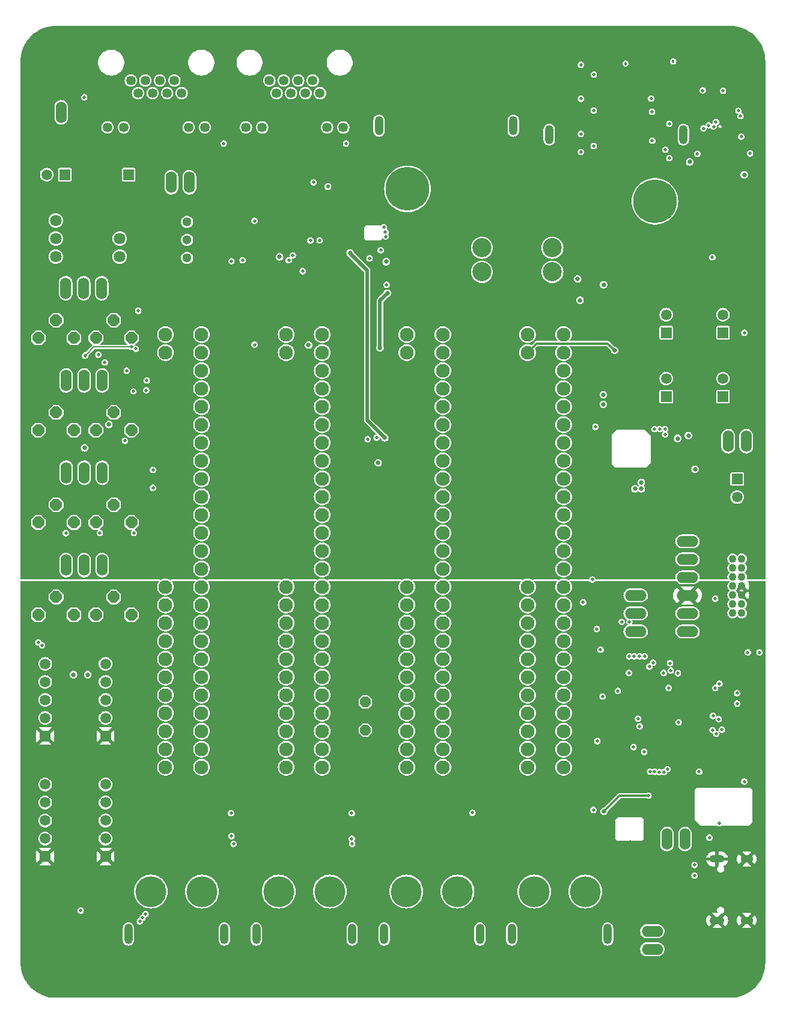
<source format=gbr>
%TF.GenerationSoftware,KiCad,Pcbnew,7.0.1*%
%TF.CreationDate,2023-04-09T21:26:53+09:00*%
%TF.ProjectId,(Eagle)PowerUnit-Bseries(ver2.0),28456167-6c65-4295-906f-776572556e69,rev?*%
%TF.SameCoordinates,Original*%
%TF.FileFunction,Copper,L3,Inr*%
%TF.FilePolarity,Positive*%
%FSLAX46Y46*%
G04 Gerber Fmt 4.6, Leading zero omitted, Abs format (unit mm)*
G04 Created by KiCad (PCBNEW 7.0.1) date 2023-04-09 21:26:53*
%MOMM*%
%LPD*%
G01*
G04 APERTURE LIST*
G04 Aperture macros list*
%AMOutline5P*
0 Free polygon, 5 corners , with rotation*
0 The origin of the aperture is its center*
0 number of corners: always 5*
0 $1 to $10 corner X, Y*
0 $11 Rotation angle, in degrees counterclockwise*
0 create outline with 5 corners*
4,1,5,$1,$2,$3,$4,$5,$6,$7,$8,$9,$10,$1,$2,$11*%
%AMOutline6P*
0 Free polygon, 6 corners , with rotation*
0 The origin of the aperture is its center*
0 number of corners: always 6*
0 $1 to $12 corner X, Y*
0 $13 Rotation angle, in degrees counterclockwise*
0 create outline with 6 corners*
4,1,6,$1,$2,$3,$4,$5,$6,$7,$8,$9,$10,$11,$12,$1,$2,$13*%
%AMOutline7P*
0 Free polygon, 7 corners , with rotation*
0 The origin of the aperture is its center*
0 number of corners: always 7*
0 $1 to $14 corner X, Y*
0 $15 Rotation angle, in degrees counterclockwise*
0 create outline with 7 corners*
4,1,7,$1,$2,$3,$4,$5,$6,$7,$8,$9,$10,$11,$12,$13,$14,$1,$2,$15*%
%AMOutline8P*
0 Free polygon, 8 corners , with rotation*
0 The origin of the aperture is its center*
0 number of corners: always 8*
0 $1 to $16 corner X, Y*
0 $17 Rotation angle, in degrees counterclockwise*
0 create outline with 8 corners*
4,1,8,$1,$2,$3,$4,$5,$6,$7,$8,$9,$10,$11,$12,$13,$14,$15,$16,$1,$2,$17*%
G04 Aperture macros list end*
%TA.AperFunction,ComponentPad*%
%ADD10R,1.500000X1.500000*%
%TD*%
%TA.AperFunction,ComponentPad*%
%ADD11C,1.500000*%
%TD*%
%TA.AperFunction,ComponentPad*%
%ADD12Outline8P,-0.825000X0.341726X-0.341726X0.825000X0.341726X0.825000X0.825000X0.341726X0.825000X-0.341726X0.341726X-0.825000X-0.341726X-0.825000X-0.825000X-0.341726X0.000000*%
%TD*%
%TA.AperFunction,ComponentPad*%
%ADD13C,4.350000*%
%TD*%
%TA.AperFunction,ComponentPad*%
%ADD14O,1.200000X2.850000*%
%TD*%
%TA.AperFunction,ComponentPad*%
%ADD15C,7.010400*%
%TD*%
%TA.AperFunction,ComponentPad*%
%ADD16O,1.524000X3.048000*%
%TD*%
%TA.AperFunction,ComponentPad*%
%ADD17C,1.350000*%
%TD*%
%TA.AperFunction,ComponentPad*%
%ADD18O,2.100000X1.100000*%
%TD*%
%TA.AperFunction,ComponentPad*%
%ADD19O,1.800000X1.100000*%
%TD*%
%TA.AperFunction,ComponentPad*%
%ADD20O,3.048000X1.524000*%
%TD*%
%TA.AperFunction,ComponentPad*%
%ADD21C,6.150000*%
%TD*%
%TA.AperFunction,ComponentPad*%
%ADD22O,1.200000X2.700000*%
%TD*%
%TA.AperFunction,ComponentPad*%
%ADD23C,1.950000*%
%TD*%
%TA.AperFunction,ComponentPad*%
%ADD24C,1.635000*%
%TD*%
%TA.AperFunction,ComponentPad*%
%ADD25C,1.100000*%
%TD*%
%TA.AperFunction,ComponentPad*%
%ADD26C,2.700000*%
%TD*%
%TA.AperFunction,ComponentPad*%
%ADD27C,1.300000*%
%TD*%
%TA.AperFunction,ComponentPad*%
%ADD28Outline8P,-0.750000X0.310660X-0.310660X0.750000X0.310660X0.750000X0.750000X0.310660X0.750000X-0.310660X0.310660X-0.750000X-0.310660X-0.750000X-0.750000X-0.310660X90.000000*%
%TD*%
%TA.AperFunction,ViaPad*%
%ADD29C,0.502400*%
%TD*%
%TA.AperFunction,ViaPad*%
%ADD30C,0.652400*%
%TD*%
%TA.AperFunction,ViaPad*%
%ADD31C,0.472400*%
%TD*%
%TA.AperFunction,ViaPad*%
%ADD32C,0.462400*%
%TD*%
%TA.AperFunction,ViaPad*%
%ADD33C,0.482400*%
%TD*%
%TA.AperFunction,ViaPad*%
%ADD34C,0.457200*%
%TD*%
%TA.AperFunction,ViaPad*%
%ADD35C,0.600000*%
%TD*%
%TA.AperFunction,ViaPad*%
%ADD36C,0.552400*%
%TD*%
%TA.AperFunction,ViaPad*%
%ADD37C,1.152400*%
%TD*%
%TA.AperFunction,ViaPad*%
%ADD38C,0.602400*%
%TD*%
%TA.AperFunction,Conductor*%
%ADD39C,0.500000*%
%TD*%
%TA.AperFunction,Conductor*%
%ADD40C,0.300000*%
%TD*%
%TA.AperFunction,Conductor*%
%ADD41C,0.200000*%
%TD*%
G04 APERTURE END LIST*
D10*
%TO.N,SGND*%
%TO.C,SPOW*%
X197001100Y-100383600D03*
D11*
%TO.N,N$37*%
X197001100Y-102923600D03*
%TD*%
D12*
%TO.N,CS3_REF1*%
%TO.C,TP5*%
X101051100Y-104003600D03*
X98551100Y-106503600D03*
%TO.N,N$82*%
X103551100Y-106503600D03*
%TD*%
%TO.N,CS1_REF1*%
%TO.C,TP1*%
X101051100Y-78003600D03*
X98551100Y-80503600D03*
%TO.N,N$13*%
X103551100Y-80503600D03*
%TD*%
D10*
%TO.N,SGND*%
%TO.C,Encoder4*%
X108001100Y-153583600D03*
D11*
%TO.N,N/C*%
X108001100Y-151043600D03*
%TO.N,ENC4_A*%
X108001100Y-148503600D03*
%TO.N,+5V*%
X108001100Y-145963600D03*
%TO.N,ENC4_B*%
X108001100Y-143423600D03*
%TD*%
D13*
%TO.N,N$4*%
%TO.C,Motor1*%
X121601100Y-158503600D03*
%TO.N,IP1*%
X114401100Y-158503600D03*
D14*
%TO.N,N/C*%
X124751100Y-164503600D03*
X111251100Y-164503600D03*
%TD*%
D15*
%TO.N,PGND*%
%TO.C,H1*%
X101001100Y-41503600D03*
%TD*%
D10*
%TO.N,N$21*%
%TO.C,Emergency1*%
X102271100Y-57503600D03*
D11*
%TO.N,N$19*%
X99731100Y-57503600D03*
%TD*%
D12*
%TO.N,CS3_REF2*%
%TO.C,TP6*%
X109151100Y-104003600D03*
X106651100Y-106503600D03*
%TO.N,N$98*%
X111651100Y-106503600D03*
%TD*%
D16*
%TO.N,CS4_OCD2*%
%TO.C,JP10*%
X107541100Y-112503600D03*
%TO.N,N$114*%
X105001100Y-112503600D03*
%TO.N,CS4_OCD1*%
X102461100Y-112503600D03*
%TD*%
D17*
%TO.N,+5V*%
%TO.C,RJ45_1*%
X111581100Y-44243600D03*
%TO.N,SGND*%
X112601100Y-46023600D03*
%TO.N,CAN_L*%
X113621100Y-44243600D03*
X114641100Y-46023600D03*
%TO.N,CAN_H*%
X115661100Y-44243600D03*
X116681100Y-46023600D03*
%TO.N,+5V*%
X117701100Y-44243600D03*
%TO.N,SGND*%
X118721100Y-46023600D03*
%TO.N,N$69*%
X122011100Y-50843600D03*
%TO.N,N$71*%
X119721100Y-50843600D03*
%TO.N,N$51*%
X110581100Y-50843600D03*
%TO.N,SGND*%
X108291100Y-50843600D03*
%TD*%
D12*
%TO.N,CS4_REF1*%
%TO.C,TP7*%
X101051100Y-117003600D03*
X98551100Y-119503600D03*
%TO.N,N$100*%
X103551100Y-119503600D03*
%TD*%
D18*
%TO.N,SGND*%
%TO.C,USB1*%
X194171100Y-162563600D03*
D19*
X198351100Y-162563600D03*
X198351100Y-153923600D03*
D18*
X194171100Y-153923600D03*
%TD*%
D20*
%TO.N,BOOT0*%
%TO.C,BOOTMODE*%
X185061100Y-164093600D03*
%TO.N,+3V3*%
X185061100Y-166633600D03*
%TD*%
D16*
%TO.N,CS2_OCD2*%
%TO.C,JP1*%
X107541100Y-86503600D03*
%TO.N,N$83*%
X105001100Y-86503600D03*
%TO.N,CS2_OCD1*%
X102461100Y-86503600D03*
%TD*%
D12*
%TO.N,CS4_REF2*%
%TO.C,TP8*%
X109151100Y-117003600D03*
X106651100Y-119503600D03*
%TO.N,N$101*%
X111651100Y-119503600D03*
%TD*%
D16*
%TO.N,SGND*%
%TO.C,JP7*%
X119821100Y-58583600D03*
%TO.N,N$68*%
X117281100Y-58583600D03*
%TD*%
D21*
%TO.N,N$25*%
%TO.C,BATTERY*%
X185421100Y-61253600D03*
%TO.N,PGND*%
X174521100Y-61253600D03*
D22*
%TO.N,N/C*%
X170521100Y-51853600D03*
X189421100Y-51853600D03*
%TD*%
D13*
%TO.N,N$10*%
%TO.C,CON4*%
X175601100Y-158503600D03*
%TO.N,IP4*%
X168401100Y-158503600D03*
D14*
%TO.N,N/C*%
X178751100Y-164503600D03*
X165251100Y-164503600D03*
%TD*%
D10*
%TO.N,SGND*%
%TO.C,Encoder3*%
X99500000Y-153583600D03*
D11*
%TO.N,N/C*%
X99500000Y-151043600D03*
%TO.N,ENC3_A*%
X99500000Y-148503600D03*
%TO.N,+5V*%
X99500000Y-145963600D03*
%TO.N,ENC3_B*%
X99500000Y-143423600D03*
%TD*%
D23*
%TO.N,N$6*%
%TO.C,EDGE3*%
X155541100Y-140983600D03*
X155541100Y-138443600D03*
X155541100Y-135903600D03*
X155541100Y-133363600D03*
X155541100Y-130823600D03*
%TO.N,IN3*%
X155541100Y-128283600D03*
X155541100Y-125743600D03*
X155541100Y-123203600D03*
X155541100Y-120663600D03*
X155541100Y-118123600D03*
X155541100Y-115583600D03*
%TO.N,N$111*%
X155541100Y-113043600D03*
X155541100Y-110503600D03*
X155541100Y-107963600D03*
X155541100Y-105423600D03*
X155541100Y-102883600D03*
X155541100Y-100343600D03*
X155541100Y-97803600D03*
X155541100Y-95263600D03*
X155541100Y-92723600D03*
X155541100Y-90183600D03*
X155541100Y-87643600D03*
X155541100Y-85103600D03*
%TO.N,SGND*%
X155541100Y-82563600D03*
%TO.N,PWM3*%
X155541100Y-80023600D03*
%TO.N,DIR3*%
X150461100Y-80023600D03*
%TO.N,+3V3*%
X150461100Y-82563600D03*
%TO.N,PGND*%
X150461100Y-85103600D03*
X150461100Y-87643600D03*
X150461100Y-90183600D03*
X150461100Y-92723600D03*
X150461100Y-95263600D03*
X150461100Y-97803600D03*
X150461100Y-100343600D03*
X150461100Y-102883600D03*
X150461100Y-105423600D03*
X150461100Y-107963600D03*
X150461100Y-110503600D03*
X150461100Y-113043600D03*
%TO.N,IN3*%
X150461100Y-115583600D03*
X150461100Y-118123600D03*
X150461100Y-120663600D03*
X150461100Y-123203600D03*
X150461100Y-125743600D03*
%TO.N,N$6*%
X150461100Y-128283600D03*
X150461100Y-130823600D03*
X150461100Y-133363600D03*
X150461100Y-135903600D03*
X150461100Y-138443600D03*
X150461100Y-140983600D03*
%TD*%
D10*
%TO.N,SGND*%
%TO.C,Encoder2*%
X108001100Y-136583600D03*
D11*
%TO.N,N/C*%
X108001100Y-134043600D03*
%TO.N,ENC2_A*%
X108001100Y-131503600D03*
%TO.N,+5V*%
X108001100Y-128963600D03*
%TO.N,ENC2_B*%
X108001100Y-126423600D03*
%TD*%
D23*
%TO.N,N$4*%
%TO.C,EDGE1*%
X121541100Y-140983600D03*
X121541100Y-138443600D03*
X121541100Y-135903600D03*
X121541100Y-133363600D03*
X121541100Y-130823600D03*
%TO.N,IN1*%
X121541100Y-128283600D03*
X121541100Y-125743600D03*
X121541100Y-123203600D03*
X121541100Y-120663600D03*
X121541100Y-118123600D03*
X121541100Y-115583600D03*
%TO.N,N$111*%
X121541100Y-113043600D03*
X121541100Y-110503600D03*
X121541100Y-107963600D03*
X121541100Y-105423600D03*
X121541100Y-102883600D03*
X121541100Y-100343600D03*
X121541100Y-97803600D03*
X121541100Y-95263600D03*
X121541100Y-92723600D03*
X121541100Y-90183600D03*
X121541100Y-87643600D03*
X121541100Y-85103600D03*
%TO.N,SGND*%
X121541100Y-82563600D03*
%TO.N,PWM1*%
X121541100Y-80023600D03*
%TO.N,DIR1*%
X116461100Y-80023600D03*
%TO.N,+3V3*%
X116461100Y-82563600D03*
%TO.N,PGND*%
X116461100Y-85103600D03*
X116461100Y-87643600D03*
X116461100Y-90183600D03*
X116461100Y-92723600D03*
X116461100Y-95263600D03*
X116461100Y-97803600D03*
X116461100Y-100343600D03*
X116461100Y-102883600D03*
X116461100Y-105423600D03*
X116461100Y-107963600D03*
X116461100Y-110503600D03*
X116461100Y-113043600D03*
%TO.N,IN1*%
X116461100Y-115583600D03*
X116461100Y-118123600D03*
X116461100Y-120663600D03*
X116461100Y-123203600D03*
X116461100Y-125743600D03*
%TO.N,N$4*%
X116461100Y-128283600D03*
X116461100Y-130823600D03*
X116461100Y-133363600D03*
X116461100Y-135903600D03*
X116461100Y-138443600D03*
X116461100Y-140983600D03*
%TD*%
D15*
%TO.N,SGND*%
%TO.C,H3*%
X196001100Y-168503600D03*
%TD*%
D10*
%TO.N,SGND*%
%TO.C,Encoder1*%
X99500000Y-136583600D03*
D11*
%TO.N,N/C*%
X99500000Y-134043600D03*
%TO.N,ENC1_A*%
X99500000Y-131503600D03*
%TO.N,+5V*%
X99500000Y-128963600D03*
%TO.N,ENC1_B*%
X99500000Y-126423600D03*
%TD*%
D24*
%TO.N,N$19*%
%TO.C,SW4*%
X101001100Y-63963600D03*
%TO.N,N$21*%
X101001100Y-66503600D03*
%TO.N,N/C*%
X101001100Y-69043600D03*
%TD*%
D10*
%TO.N,N$19*%
%TO.C,INV_SW2*%
X111271100Y-57503600D03*
D11*
%TO.N,PGND*%
X108731100Y-57503600D03*
%TD*%
D23*
%TO.N,N$5*%
%TO.C,EDGE2*%
X138541100Y-140983600D03*
X138541100Y-138443600D03*
X138541100Y-135903600D03*
X138541100Y-133363600D03*
X138541100Y-130823600D03*
%TO.N,IN2*%
X138541100Y-128283600D03*
X138541100Y-125743600D03*
X138541100Y-123203600D03*
X138541100Y-120663600D03*
X138541100Y-118123600D03*
X138541100Y-115583600D03*
%TO.N,N$111*%
X138541100Y-113043600D03*
X138541100Y-110503600D03*
X138541100Y-107963600D03*
X138541100Y-105423600D03*
X138541100Y-102883600D03*
X138541100Y-100343600D03*
X138541100Y-97803600D03*
X138541100Y-95263600D03*
X138541100Y-92723600D03*
X138541100Y-90183600D03*
X138541100Y-87643600D03*
X138541100Y-85103600D03*
%TO.N,SGND*%
X138541100Y-82563600D03*
%TO.N,PWM2*%
X138541100Y-80023600D03*
%TO.N,DIR2*%
X133461100Y-80023600D03*
%TO.N,+3V3*%
X133461100Y-82563600D03*
%TO.N,PGND*%
X133461100Y-85103600D03*
X133461100Y-87643600D03*
X133461100Y-90183600D03*
X133461100Y-92723600D03*
X133461100Y-95263600D03*
X133461100Y-97803600D03*
X133461100Y-100343600D03*
X133461100Y-102883600D03*
X133461100Y-105423600D03*
X133461100Y-107963600D03*
X133461100Y-110503600D03*
X133461100Y-113043600D03*
%TO.N,IN2*%
X133461100Y-115583600D03*
X133461100Y-118123600D03*
X133461100Y-120663600D03*
X133461100Y-123203600D03*
X133461100Y-125743600D03*
%TO.N,N$5*%
X133461100Y-128283600D03*
X133461100Y-130823600D03*
X133461100Y-133363600D03*
X133461100Y-135903600D03*
X133461100Y-138443600D03*
X133461100Y-140983600D03*
%TD*%
D13*
%TO.N,N$6*%
%TO.C,Motor3*%
X157601100Y-158503600D03*
%TO.N,IP3*%
X150401100Y-158503600D03*
D14*
%TO.N,N/C*%
X160751100Y-164503600D03*
X147251100Y-164503600D03*
%TD*%
D16*
%TO.N,VCC*%
%TO.C,SPOW*%
X198271100Y-95053600D03*
%TO.N,N$35*%
X195731100Y-95053600D03*
%TD*%
D21*
%TO.N,VCC*%
%TO.C,THRU*%
X150551100Y-59503600D03*
%TO.N,PGND*%
X161451100Y-59503600D03*
D22*
%TO.N,N/C*%
X146551100Y-50603600D03*
X165451100Y-50603600D03*
%TD*%
D25*
%TO.N,N/C*%
%TO.C,ML1*%
X197636100Y-119263600D03*
X196366100Y-119263600D03*
%TO.N,+3V3*%
X197636100Y-117993600D03*
%TO.N,SWDIO*%
X196366100Y-117993600D03*
%TO.N,SGND*%
X197636100Y-116723600D03*
%TO.N,SWCLK*%
X196366100Y-116723600D03*
%TO.N,SGND*%
X197636100Y-115453600D03*
%TO.N,SWO*%
X196366100Y-115453600D03*
%TO.N,N/C*%
X197636100Y-114183600D03*
%TO.N,N$67*%
X196366100Y-114183600D03*
%TO.N,SGND*%
X197636100Y-112913600D03*
%TO.N,NRST*%
X196366100Y-112913600D03*
%TO.N,N$64*%
X197636100Y-111643600D03*
%TO.N,N$66*%
X196366100Y-111643600D03*
%TD*%
D16*
%TO.N,CS1_OCD2*%
%TO.C,JP8*%
X107461100Y-73503600D03*
%TO.N,N$9*%
X104921100Y-73503600D03*
%TO.N,CS1_OCD1*%
X102381100Y-73503600D03*
%TD*%
%TO.N,SGND*%
%TO.C,GND*%
X101771100Y-48713600D03*
%TO.N,PGND*%
X99231100Y-48713600D03*
%TD*%
D12*
%TO.N,CS2_REF1*%
%TO.C,TP3*%
X101051100Y-91003600D03*
X98551100Y-93503600D03*
%TO.N,N$79*%
X103551100Y-93503600D03*
%TD*%
D10*
%TO.N,N$21*%
%TO.C,CTRL2*%
X195001100Y-88773600D03*
D11*
%TO.N,VCC*%
X195001100Y-86233600D03*
%TD*%
D17*
%TO.N,+5V*%
%TO.C,RJ45_2*%
X131081100Y-44243600D03*
%TO.N,SGND*%
X132101100Y-46023600D03*
%TO.N,CAN_L*%
X133121100Y-44243600D03*
X134141100Y-46023600D03*
%TO.N,CAN_H*%
X135161100Y-44243600D03*
X136181100Y-46023600D03*
%TO.N,+5V*%
X137201100Y-44243600D03*
%TO.N,SGND*%
X138221100Y-46023600D03*
%TO.N,N$70*%
X141511100Y-50843600D03*
%TO.N,N$72*%
X139221100Y-50843600D03*
%TO.N,N$53*%
X130081100Y-50843600D03*
%TO.N,SGND*%
X127791100Y-50843600D03*
%TD*%
D16*
%TO.N,USART_RX*%
%TO.C,ECHO*%
X189651100Y-151103600D03*
%TO.N,USART_TX*%
X187111100Y-151103600D03*
%TD*%
D10*
%TO.N,N$21*%
%TO.C,THRU2*%
X187001100Y-88773600D03*
D11*
%TO.N,VCC*%
X187001100Y-86233600D03*
%TD*%
D12*
%TO.N,CS1_REF2*%
%TO.C,TP2*%
X109151100Y-78003600D03*
X106651100Y-80503600D03*
%TO.N,N$2*%
X111651100Y-80503600D03*
%TD*%
D16*
%TO.N,CS3_OCD2*%
%TO.C,JP9*%
X107541100Y-99503600D03*
%TO.N,N$87*%
X105001100Y-99503600D03*
%TO.N,CS3_OCD1*%
X102461100Y-99503600D03*
%TD*%
D12*
%TO.N,CS2_REF2*%
%TO.C,TP4*%
X109151100Y-91003600D03*
X106651100Y-93503600D03*
%TO.N,N$80*%
X111651100Y-93503600D03*
%TD*%
D20*
%TO.N,+3V3*%
%TO.C,JP11*%
X190001100Y-121853600D03*
%TO.N,SWCLK*%
X190001100Y-119313600D03*
%TO.N,SGND*%
X190001100Y-116773600D03*
%TO.N,SWDIO*%
X190001100Y-114233600D03*
%TO.N,NRST*%
X190001100Y-111693600D03*
%TO.N,SWO*%
X190001100Y-109153600D03*
%TD*%
D10*
%TO.N,N$21*%
%TO.C,THRU1*%
X187001100Y-79773600D03*
D11*
%TO.N,VCC*%
X187001100Y-77233600D03*
%TD*%
D20*
%TO.N,U5V*%
%TO.C,JP6*%
X182701100Y-121843600D03*
%TO.N,N$20*%
X182701100Y-119303600D03*
%TO.N,E5V*%
X182701100Y-116763600D03*
%TD*%
D13*
%TO.N,N$5*%
%TO.C,MOTER*%
X139601100Y-158503600D03*
%TO.N,IP2*%
X132401100Y-158503600D03*
D14*
%TO.N,N/C*%
X142751100Y-164503600D03*
X129251100Y-164503600D03*
%TD*%
D26*
%TO.N,VCC*%
%TO.C,FUSE1*%
X161041100Y-67803600D03*
X161041100Y-71203600D03*
%TO.N,N$25*%
X170961100Y-67803600D03*
X170961100Y-71203600D03*
%TD*%
D27*
%TO.N,CAN_L*%
%TO.C,SW1*%
X119501100Y-66703600D03*
%TO.N,N/C*%
X119501100Y-69243600D03*
%TO.N,N$23*%
X119501100Y-64163600D03*
%TD*%
D23*
%TO.N,N$10*%
%TO.C,EDGE4*%
X172541100Y-140983600D03*
X172541100Y-138443600D03*
X172541100Y-135903600D03*
X172541100Y-133363600D03*
X172541100Y-130823600D03*
%TO.N,IN4*%
X172541100Y-128283600D03*
X172541100Y-125743600D03*
X172541100Y-123203600D03*
X172541100Y-120663600D03*
X172541100Y-118123600D03*
X172541100Y-115583600D03*
%TO.N,N$111*%
X172541100Y-113043600D03*
X172541100Y-110503600D03*
X172541100Y-107963600D03*
X172541100Y-105423600D03*
X172541100Y-102883600D03*
X172541100Y-100343600D03*
X172541100Y-97803600D03*
X172541100Y-95263600D03*
X172541100Y-92723600D03*
X172541100Y-90183600D03*
X172541100Y-87643600D03*
X172541100Y-85103600D03*
%TO.N,SGND*%
X172541100Y-82563600D03*
%TO.N,PWM4*%
X172541100Y-80023600D03*
%TO.N,DIR4*%
X167461100Y-80023600D03*
%TO.N,+3V3*%
X167461100Y-82563600D03*
%TO.N,PGND*%
X167461100Y-85103600D03*
X167461100Y-87643600D03*
X167461100Y-90183600D03*
X167461100Y-92723600D03*
X167461100Y-95263600D03*
X167461100Y-97803600D03*
X167461100Y-100343600D03*
X167461100Y-102883600D03*
X167461100Y-105423600D03*
X167461100Y-107963600D03*
X167461100Y-110503600D03*
X167461100Y-113043600D03*
%TO.N,IN4*%
X167461100Y-115583600D03*
X167461100Y-118123600D03*
X167461100Y-120663600D03*
X167461100Y-123203600D03*
X167461100Y-125743600D03*
%TO.N,N$10*%
X167461100Y-128283600D03*
X167461100Y-130823600D03*
X167461100Y-133363600D03*
X167461100Y-135903600D03*
X167461100Y-138443600D03*
X167461100Y-140983600D03*
%TD*%
D24*
%TO.N,PGND*%
%TO.C,SW5*%
X110001100Y-63963600D03*
%TO.N,N$19*%
X110001100Y-66503600D03*
%TO.N,N/C*%
X110001100Y-69043600D03*
%TD*%
D10*
%TO.N,N$21*%
%TO.C,CTRL1*%
X195001100Y-79773600D03*
D11*
%TO.N,VCC*%
X195001100Y-77233600D03*
%TD*%
D28*
%TO.N,N$11*%
%TO.C,R3*%
X144601100Y-135743600D03*
%TO.N,N$111*%
X144601100Y-131806600D03*
%TD*%
D15*
%TO.N,PGND*%
%TO.C,H2*%
X196001100Y-41503600D03*
%TD*%
%TO.N,SGND*%
%TO.C,H4*%
X101001100Y-168503600D03*
%TD*%
D29*
%TO.N,PWM1*%
X193901100Y-129803600D03*
X193901100Y-117253600D03*
%TO.N,PWM2*%
X183901100Y-138843100D03*
%TO.N,PWM3*%
X176601600Y-114551838D03*
%TO.N,DIR2*%
X181751100Y-127703600D03*
%TO.N,DIR1*%
X183030600Y-134153600D03*
D30*
%TO.N,VCC*%
X142468600Y-68529200D03*
X147361100Y-94563600D03*
D29*
X125740100Y-69687600D03*
D31*
%TO.N,U5V*%
X181820000Y-120500000D03*
X180734300Y-120501202D03*
D29*
%TO.N,USART_RX*%
X200151100Y-124803600D03*
X198501100Y-124803600D03*
%TO.N,+3V3*%
X191638100Y-141610600D03*
X180181100Y-130223600D03*
X177301100Y-137313600D03*
D32*
X111927100Y-88039600D03*
D29*
X184890000Y-46770000D03*
D30*
X108477100Y-92694600D03*
D29*
X112011100Y-107980600D03*
X194473100Y-148877600D03*
D30*
X178226100Y-147204963D03*
D29*
X184516600Y-144979938D03*
X176791100Y-48474600D03*
X190993100Y-154755600D03*
X176795100Y-43381600D03*
X177751100Y-124423600D03*
D30*
X179741600Y-82251600D03*
D29*
X187450000Y-55167000D03*
X185001100Y-48653600D03*
X191391100Y-54560600D03*
D30*
X105048100Y-95999600D03*
D29*
X105134353Y-83000347D03*
D32*
X111660600Y-81758100D03*
D29*
X107201100Y-107973600D03*
X178041518Y-131033182D03*
D30*
X178149100Y-88503600D03*
X178149100Y-89860600D03*
D29*
X186892600Y-53981600D03*
X176791100Y-53453600D03*
D30*
X132533750Y-69081600D03*
D29*
%TO.N,N$33*%
X191001100Y-156253600D03*
X193101600Y-150890863D03*
%TO.N,N$40*%
X185351100Y-93353600D03*
X186851100Y-93353600D03*
X186101100Y-93353600D03*
X186851100Y-94103600D03*
D30*
%TO.N,E5V*%
X188609606Y-94661600D03*
D29*
%TO.N,+5V*%
X105001100Y-46583600D03*
X177040600Y-93023600D03*
D30*
X105501100Y-127933600D03*
X103491100Y-127933600D03*
D29*
%TO.N,CS1_REF1*%
X125755100Y-150693100D03*
X107001100Y-82873600D03*
%TO.N,CS1_REF2*%
X107901100Y-83953600D03*
X126051100Y-151803600D03*
%TO.N,CURRENT1*%
X186696100Y-141650600D03*
%TO.N,N$1*%
X125701100Y-147453600D03*
%TO.N,CS1_OCD1*%
X112611100Y-76693600D03*
%TO.N,CS2_OCD1*%
X113739300Y-87890000D03*
%TO.N,CS2_OCD2*%
X113819300Y-86490000D03*
%TO.N,CS3_OCD1*%
X114700400Y-101613600D03*
%TO.N,CS3_OCD2*%
X114700400Y-99091600D03*
%TO.N,CS4_OCD1*%
X102416100Y-108006600D03*
X98532100Y-123401600D03*
%TO.N,CS4_OCD2*%
X99057100Y-123793600D03*
%TO.N,N$81*%
X142711600Y-147453600D03*
%TO.N,N$99*%
X159701100Y-147403600D03*
%TO.N,N$102*%
X176761600Y-147003600D03*
%TO.N,CS2_REF2*%
X110998100Y-85114600D03*
X142758100Y-151788600D03*
%TO.N,CS2_REF1*%
X142698600Y-151053100D03*
D32*
X112290100Y-82037600D03*
D29*
%TO.N,CURRENT2*%
X186032100Y-141662600D03*
%TO.N,CS3_REF2*%
X113641100Y-161683600D03*
%TO.N,CS3_REF1*%
X104511600Y-161185600D03*
%TO.N,CURRENT3*%
X185377100Y-141628600D03*
%TO.N,CS4_REF2*%
X113219862Y-162183100D03*
%TO.N,CS4_REF1*%
X112841100Y-162720600D03*
%TO.N,CURRENT4*%
X184724100Y-141596600D03*
%TO.N,SHUTDOWN*%
X198811600Y-54503600D03*
X145211600Y-69274100D03*
X175301100Y-117743600D03*
X146784568Y-68152898D03*
X133831100Y-69553600D03*
X127321100Y-69553600D03*
%TO.N,CS*%
X181801100Y-125363600D03*
X134397059Y-68874379D03*
%TO.N,SCK*%
X135801100Y-71103600D03*
X182501100Y-125363600D03*
%TO.N,MISO*%
X183251100Y-125363600D03*
X136880600Y-66776600D03*
D33*
%TO.N,MOSI*%
X138176000Y-66776600D03*
D29*
X183951100Y-125363600D03*
%TO.N,BOOT0*%
X194051100Y-136263600D03*
%TO.N,SWO*%
X193601100Y-133753600D03*
D32*
%TO.N,NRST*%
X187186600Y-141263600D03*
D29*
%TO.N,DIP_SW4*%
X194501100Y-129203600D03*
%TO.N,DIP_SW3*%
X197001100Y-130553600D03*
%TO.N,ENC1_B*%
X187351100Y-129803600D03*
%TO.N,ENC1_A*%
X186651100Y-127703600D03*
%TO.N,ENC3_B*%
X193543862Y-135753100D03*
%TO.N,ENC3_A*%
X194851100Y-135693100D03*
%TO.N,ENC2_B*%
X183264968Y-135214100D03*
%TO.N,ENC2_A*%
X182401100Y-138153600D03*
%TO.N,ENC4_B*%
X185151100Y-126253600D03*
%TO.N,ENC4_A*%
X184630600Y-126803600D03*
%TO.N,DIP_SW1*%
X194401100Y-134203600D03*
%TO.N,DIP_SW2*%
X197001100Y-132003600D03*
D31*
%TO.N,ALIVE_LED*%
X197173829Y-48503601D03*
D29*
X188651100Y-127753600D03*
%TO.N,COM_LED*%
X141901100Y-53103600D03*
X124651100Y-53103600D03*
X187541100Y-126324100D03*
X193001100Y-50553600D03*
X192145100Y-45638600D03*
%TO.N,N$58*%
X195001100Y-45669200D03*
%TO.N,N$59*%
X194020000Y-50100000D03*
%TO.N,DEBUG_LED*%
X187651100Y-127353600D03*
D31*
X197489801Y-49250497D03*
D29*
%TO.N,N$60*%
X197580400Y-52150000D03*
%TO.N,DEBUG_BT*%
X188751100Y-134653600D03*
%TO.N,N$21*%
X198031100Y-79773600D03*
%TO.N,N$16*%
X193511100Y-69138600D03*
%TO.N,EMERGENCY*%
X147601100Y-73003600D03*
D30*
X178192100Y-72996600D03*
D29*
%TO.N,N$22*%
X144951100Y-94753600D03*
%TO.N,N$107*%
X146201100Y-94553600D03*
D30*
%TO.N,5V1*%
X147724353Y-74190347D03*
X146401100Y-98103600D03*
X146671100Y-81903600D03*
X174531100Y-72191600D03*
%TO.N,N$111*%
X136611100Y-81503600D03*
X147551100Y-69763600D03*
D29*
%TO.N,DISABLE*%
X192270000Y-50970000D03*
X177220000Y-121500000D03*
D34*
%TO.N,N$97*%
X188001100Y-41553600D03*
X181272875Y-41825375D03*
D29*
%TO.N,N$9*%
X175001100Y-42014100D03*
%TO.N,N$83*%
X175001100Y-46803600D03*
%TO.N,N$86*%
X187451800Y-50330000D03*
X185040000Y-52704300D03*
%TO.N,N$87*%
X175001100Y-51753600D03*
%TO.N,N$114*%
X175001100Y-54303600D03*
D35*
%TO.N,PGND*%
X194310000Y-60960000D03*
X146050000Y-44450000D03*
X162560000Y-39370000D03*
X160020000Y-44450000D03*
D36*
X183751100Y-69153600D03*
D37*
X102805493Y-39689207D03*
D35*
X170180000Y-44450000D03*
X200025000Y-56515000D03*
D37*
X197805493Y-39689207D03*
D30*
X129701100Y-113903600D03*
D37*
X198552900Y-41493600D03*
D30*
X129701100Y-111903600D03*
D37*
X102805493Y-43297994D03*
D35*
X191135000Y-50165000D03*
D37*
X194196706Y-39689207D03*
X197805493Y-43297994D03*
X196001100Y-44045400D03*
D34*
X146751100Y-70503600D03*
D30*
X143162100Y-79276600D03*
D35*
X179180000Y-53975000D03*
D37*
X101001100Y-44045400D03*
D30*
X197101100Y-65503600D03*
D35*
X140970000Y-39370000D03*
D37*
X99196706Y-43297994D03*
D35*
X162560000Y-49530000D03*
X146050000Y-39370000D03*
X200025000Y-60960000D03*
D30*
X148020100Y-79143600D03*
D29*
X143690000Y-94690000D03*
D37*
X101001100Y-38941800D03*
D35*
X200025000Y-52070000D03*
D30*
X128201100Y-111903600D03*
D37*
X99196706Y-39689207D03*
X98449300Y-41493600D03*
D30*
X146301100Y-72951600D03*
D37*
X103552900Y-41493600D03*
D29*
X155001100Y-71363600D03*
D37*
X194196706Y-43297994D03*
D35*
X167640000Y-49530000D03*
D29*
X150001100Y-71373600D03*
D30*
X131201100Y-113903600D03*
D35*
X154940000Y-39370000D03*
D30*
X147400517Y-67605791D03*
D35*
X152400000Y-44450000D03*
D30*
X131201100Y-111903600D03*
D37*
X193449300Y-41493600D03*
D29*
X179507100Y-69811600D03*
D35*
X168910000Y-39370000D03*
D30*
X128201100Y-113903600D03*
X179157100Y-71525600D03*
D37*
X196001100Y-38941800D03*
D29*
%TO.N,SGND*%
X113651100Y-164103600D03*
X140651100Y-164103600D03*
D30*
X199948100Y-117687600D03*
D29*
X180401100Y-116103600D03*
D32*
X186727600Y-137008100D03*
D29*
X100651100Y-121103600D03*
X110651100Y-121103600D03*
X194679100Y-137846600D03*
D30*
X191062100Y-99003600D03*
X177571100Y-147903600D03*
D29*
X146151100Y-171603600D03*
X180001100Y-152103600D03*
X131651100Y-164103600D03*
X175060100Y-125611600D03*
D37*
X198552900Y-168493600D03*
D29*
X128999100Y-64013600D03*
D37*
X194196706Y-170297993D03*
D29*
X128151100Y-171603600D03*
D37*
X101001100Y-171045400D03*
D30*
X160621100Y-147833600D03*
D29*
X181971100Y-152241600D03*
X185841100Y-142913600D03*
D37*
X103552900Y-168493600D03*
D30*
X177048100Y-153049600D03*
D29*
X177008100Y-130283600D03*
D30*
X196701100Y-143203600D03*
D29*
X193890000Y-149760000D03*
X178950400Y-115002898D03*
D37*
X193449300Y-168493600D03*
D29*
X191151100Y-171603600D03*
D30*
X178196100Y-151481600D03*
D31*
X186830000Y-145830000D03*
D29*
X180401100Y-115203600D03*
D30*
X190331100Y-55703600D03*
X183491100Y-100873600D03*
D29*
X183201100Y-147603600D03*
D30*
X182611100Y-101763600D03*
D38*
X194001100Y-142303600D03*
D29*
X110151100Y-171603600D03*
D30*
X183491100Y-101763600D03*
D37*
X98449300Y-168493600D03*
D30*
X186921600Y-115665600D03*
D29*
X182461100Y-145673600D03*
D30*
X141659181Y-143332519D03*
D36*
X139351100Y-59177100D03*
D30*
X124721418Y-143325282D03*
D37*
X102805493Y-170297993D03*
D29*
X182151100Y-171603600D03*
X191001100Y-154103600D03*
D30*
X158734918Y-143298782D03*
D29*
X200151100Y-164103600D03*
X137316100Y-58586600D03*
X177830000Y-119250000D03*
D37*
X196001100Y-171045400D03*
X197805493Y-170297993D03*
D29*
X199651100Y-152603600D03*
X197651100Y-155103600D03*
X158651100Y-164103600D03*
D37*
X196001100Y-165941800D03*
D29*
X122651100Y-164103600D03*
D37*
X197805493Y-166689207D03*
X101001100Y-165941800D03*
D30*
X175719100Y-143268600D03*
X160088100Y-153054600D03*
D29*
X147465100Y-66213600D03*
X192390000Y-153706150D03*
D30*
X126209100Y-153058600D03*
D29*
X149651100Y-164103600D03*
X147219250Y-64900750D03*
D30*
X143641100Y-147893600D03*
X190126100Y-94262600D03*
D29*
X167651100Y-164103600D03*
X200151100Y-155103600D03*
X189001100Y-137503600D03*
X199651100Y-150103600D03*
D30*
X190381100Y-124473600D03*
D29*
X191590000Y-153060000D03*
D37*
X194196706Y-166689207D03*
D29*
X182401100Y-131503600D03*
X173151100Y-171603600D03*
X155151100Y-171603600D03*
X189001100Y-131503600D03*
D30*
X174856100Y-75184600D03*
D29*
X190114287Y-158954100D03*
D37*
X102805493Y-166689207D03*
D29*
X179001600Y-138713600D03*
X191001100Y-155503600D03*
X178852100Y-128981600D03*
D30*
X198001100Y-57503600D03*
D29*
X193901100Y-143012600D03*
D30*
X199012100Y-129007600D03*
D29*
X147451100Y-65603600D03*
D30*
X126801100Y-147733600D03*
D29*
X137151100Y-171603600D03*
X181971100Y-151500000D03*
X164151100Y-171603600D03*
D37*
X99196706Y-170297993D03*
D29*
X119151100Y-171603600D03*
D30*
X199948100Y-119687600D03*
D29*
X181501100Y-115203600D03*
X110744738Y-94995262D03*
D30*
X199005100Y-137000600D03*
X199948100Y-118687600D03*
D29*
X195994100Y-139398600D03*
X176820000Y-164230000D03*
D30*
X143183100Y-153056600D03*
D29*
X191151100Y-164103600D03*
D30*
X199101100Y-143403600D03*
D37*
X99196706Y-166689207D03*
D29*
%TO.N,THERMAL*%
X129001100Y-81453600D03*
%TO.N,N$63*%
X198001100Y-143003600D03*
%TO.N,N$127*%
X193683906Y-50716204D03*
%TD*%
D39*
%TO.N,VCC*%
X142468600Y-68581100D02*
X144861100Y-70973600D01*
X144861100Y-92063600D02*
X147361100Y-94563600D01*
X144861100Y-70973600D02*
X144861100Y-92063600D01*
X142468600Y-68529200D02*
X142468600Y-68581100D01*
D40*
%TO.N,+3V3*%
X184482937Y-145013600D02*
X180417462Y-145013600D01*
D41*
X106376600Y-81758100D02*
X111660600Y-81758100D01*
D40*
X184516600Y-144979938D02*
X184482937Y-145013600D01*
X168744700Y-81280000D02*
X178770000Y-81280000D01*
X178770000Y-81280000D02*
X179741600Y-82251600D01*
X178226100Y-147204963D02*
X180417462Y-145013600D01*
X167461100Y-82563600D02*
X168744700Y-81280000D01*
D41*
X105134353Y-83000347D02*
X106376600Y-81758100D01*
D39*
%TO.N,5V1*%
X146671100Y-75243600D02*
X147724353Y-74190347D01*
X146671100Y-81903600D02*
X146671100Y-75243600D01*
%TD*%
%TA.AperFunction,Conductor*%
%TO.N,PGND*%
G36*
X196002115Y-36529142D02*
G01*
X196409860Y-36546006D01*
X196413896Y-36546340D01*
X196615883Y-36571517D01*
X196817872Y-36596696D01*
X196821863Y-36597362D01*
X197220295Y-36680904D01*
X197224189Y-36681890D01*
X197614377Y-36798054D01*
X197618205Y-36799368D01*
X197997452Y-36947351D01*
X198001150Y-36948973D01*
X198366883Y-37127769D01*
X198370439Y-37129694D01*
X198720148Y-37338075D01*
X198723539Y-37340290D01*
X199054854Y-37576845D01*
X199058050Y-37579333D01*
X199368694Y-37842434D01*
X199371673Y-37845177D01*
X199659522Y-38133026D01*
X199662265Y-38136005D01*
X199925366Y-38446649D01*
X199927854Y-38449845D01*
X200164409Y-38781160D01*
X200166624Y-38784551D01*
X200375005Y-39134260D01*
X200376932Y-39137821D01*
X200555723Y-39503544D01*
X200557350Y-39507253D01*
X200705330Y-39886492D01*
X200706645Y-39890322D01*
X200822805Y-40280494D01*
X200823799Y-40284421D01*
X200907336Y-40682834D01*
X200908003Y-40686828D01*
X200958359Y-41090803D01*
X200958693Y-41094839D01*
X200975558Y-41502585D01*
X200975600Y-41504610D01*
X200975600Y-114485600D01*
X200961248Y-114520248D01*
X200926600Y-114534600D01*
X198473888Y-114534600D01*
X198398359Y-114548982D01*
X198387769Y-114553168D01*
X198351363Y-114553012D01*
X198325113Y-114527785D01*
X198323511Y-114491413D01*
X198328142Y-114478180D01*
X198362461Y-114380101D01*
X198372413Y-114351660D01*
X198380194Y-114282600D01*
X198391349Y-114183600D01*
X198372413Y-114015541D01*
X198372413Y-114015539D01*
X198316556Y-113855909D01*
X198260017Y-113765929D01*
X198226577Y-113712710D01*
X198106990Y-113593123D01*
X198102160Y-113590088D01*
X198081981Y-113564784D01*
X198081981Y-113532416D01*
X198102160Y-113507111D01*
X198106990Y-113504077D01*
X198226577Y-113384490D01*
X198316556Y-113241290D01*
X198372413Y-113081659D01*
X198391349Y-112913600D01*
X198372413Y-112745541D01*
X198372413Y-112745539D01*
X198316556Y-112585909D01*
X198254820Y-112487658D01*
X198226577Y-112442710D01*
X198106990Y-112323123D01*
X198106989Y-112323122D01*
X198102159Y-112320087D01*
X198081980Y-112294779D01*
X198081982Y-112262412D01*
X198102162Y-112237110D01*
X198106990Y-112234077D01*
X198226577Y-112114490D01*
X198316556Y-111971290D01*
X198316555Y-111971290D01*
X198372413Y-111811660D01*
X198380194Y-111742600D01*
X198391349Y-111643600D01*
X198372413Y-111475541D01*
X198372413Y-111475539D01*
X198316556Y-111315909D01*
X198260017Y-111225930D01*
X198226577Y-111172710D01*
X198106990Y-111053123D01*
X198065491Y-111027047D01*
X197963790Y-110963143D01*
X197804160Y-110907286D01*
X197636100Y-110888351D01*
X197468039Y-110907286D01*
X197308409Y-110963143D01*
X197165209Y-111053123D01*
X197045624Y-111172708D01*
X197042589Y-111177539D01*
X197017283Y-111197718D01*
X196984917Y-111197718D01*
X196959611Y-111177539D01*
X196956577Y-111172710D01*
X196836990Y-111053123D01*
X196795491Y-111027047D01*
X196693790Y-110963143D01*
X196534160Y-110907286D01*
X196366100Y-110888351D01*
X196198039Y-110907286D01*
X196038409Y-110963143D01*
X195895209Y-111053123D01*
X195775623Y-111172709D01*
X195685643Y-111315909D01*
X195629786Y-111475539D01*
X195610851Y-111643600D01*
X195629786Y-111811660D01*
X195685643Y-111971290D01*
X195759909Y-112089481D01*
X195775623Y-112114490D01*
X195895210Y-112234077D01*
X195900036Y-112237109D01*
X195920218Y-112262413D01*
X195920219Y-112294780D01*
X195900040Y-112320087D01*
X195895209Y-112323122D01*
X195775623Y-112442709D01*
X195685643Y-112585909D01*
X195629786Y-112745539D01*
X195610851Y-112913600D01*
X195629786Y-113081660D01*
X195685643Y-113241290D01*
X195772589Y-113379662D01*
X195775623Y-113384490D01*
X195895210Y-113504077D01*
X195900037Y-113507110D01*
X195900039Y-113507111D01*
X195920218Y-113532417D01*
X195920218Y-113564783D01*
X195900039Y-113590089D01*
X195895208Y-113593124D01*
X195775623Y-113712709D01*
X195685643Y-113855909D01*
X195629786Y-114015539D01*
X195610851Y-114183599D01*
X195629786Y-114351660D01*
X195670991Y-114469416D01*
X195671564Y-114500043D01*
X195653838Y-114525025D01*
X195624741Y-114534600D01*
X191742708Y-114534600D01*
X191714716Y-114525817D01*
X191696758Y-114502618D01*
X191695272Y-114473318D01*
X191696282Y-114469416D01*
X191719408Y-114380101D01*
X191729322Y-114184599D01*
X191699680Y-113991103D01*
X191631694Y-113807535D01*
X191528147Y-113641409D01*
X191393279Y-113499529D01*
X191393278Y-113499528D01*
X191393275Y-113499525D01*
X191232613Y-113387701D01*
X191052723Y-113310505D01*
X190860977Y-113271100D01*
X189190285Y-113271100D01*
X189150935Y-113275101D01*
X189044350Y-113285939D01*
X188857574Y-113344541D01*
X188686417Y-113439541D01*
X188537889Y-113567047D01*
X188418065Y-113721847D01*
X188331859Y-113897591D01*
X188282791Y-114087100D01*
X188275453Y-114231821D01*
X188272878Y-114282601D01*
X188302520Y-114476097D01*
X188302521Y-114476101D01*
X188302840Y-114478180D01*
X188299101Y-114505681D01*
X188281023Y-114526740D01*
X188254405Y-114534600D01*
X177097926Y-114534600D01*
X177065838Y-114522632D01*
X177049425Y-114492574D01*
X177039460Y-114423271D01*
X176985502Y-114305119D01*
X176900440Y-114206952D01*
X176791174Y-114136732D01*
X176666545Y-114100138D01*
X176536655Y-114100138D01*
X176412025Y-114136732D01*
X176302759Y-114206952D01*
X176217697Y-114305119D01*
X176163739Y-114423271D01*
X176153775Y-114492574D01*
X176137362Y-114522632D01*
X176105274Y-114534600D01*
X173438899Y-114534600D01*
X173364667Y-114548476D01*
X173343951Y-114556501D01*
X173343950Y-114556501D01*
X173343949Y-114556502D01*
X173279738Y-114596259D01*
X173274701Y-114602929D01*
X173244603Y-114621562D01*
X173209806Y-114615057D01*
X173079862Y-114534600D01*
X173067310Y-114526828D01*
X173067308Y-114526827D01*
X172919114Y-114469416D01*
X172864169Y-114448130D01*
X172650026Y-114408100D01*
X172432174Y-114408100D01*
X172218031Y-114448130D01*
X172218028Y-114448130D01*
X172218028Y-114448131D01*
X172014890Y-114526827D01*
X171872392Y-114615057D01*
X171837593Y-114621562D01*
X171807495Y-114602925D01*
X171802460Y-114596258D01*
X171738249Y-114556501D01*
X171717533Y-114548476D01*
X171643301Y-114534600D01*
X168358899Y-114534600D01*
X168284667Y-114548476D01*
X168263951Y-114556501D01*
X168263950Y-114556501D01*
X168263949Y-114556502D01*
X168199738Y-114596259D01*
X168194701Y-114602929D01*
X168164603Y-114621562D01*
X168129806Y-114615057D01*
X167999862Y-114534600D01*
X167987310Y-114526828D01*
X167987308Y-114526827D01*
X167839114Y-114469416D01*
X167784169Y-114448130D01*
X167570026Y-114408100D01*
X167352174Y-114408100D01*
X167138031Y-114448130D01*
X167138028Y-114448130D01*
X167138028Y-114448131D01*
X166934890Y-114526827D01*
X166792392Y-114615057D01*
X166757593Y-114621562D01*
X166727495Y-114602925D01*
X166722460Y-114596258D01*
X166658249Y-114556501D01*
X166637533Y-114548476D01*
X166563301Y-114534600D01*
X156438899Y-114534600D01*
X156364667Y-114548476D01*
X156343951Y-114556501D01*
X156343950Y-114556501D01*
X156343949Y-114556502D01*
X156279738Y-114596259D01*
X156274701Y-114602929D01*
X156244603Y-114621562D01*
X156209806Y-114615057D01*
X156079862Y-114534600D01*
X156067310Y-114526828D01*
X156067308Y-114526827D01*
X155919114Y-114469416D01*
X155864169Y-114448130D01*
X155650026Y-114408100D01*
X155432174Y-114408100D01*
X155218031Y-114448130D01*
X155218028Y-114448130D01*
X155218028Y-114448131D01*
X155014890Y-114526827D01*
X154872392Y-114615057D01*
X154837593Y-114621562D01*
X154807495Y-114602925D01*
X154802460Y-114596258D01*
X154738249Y-114556501D01*
X154717533Y-114548476D01*
X154643301Y-114534600D01*
X151358899Y-114534600D01*
X151284667Y-114548476D01*
X151263951Y-114556501D01*
X151263950Y-114556501D01*
X151263949Y-114556502D01*
X151199738Y-114596259D01*
X151194701Y-114602929D01*
X151164603Y-114621562D01*
X151129806Y-114615057D01*
X150999862Y-114534600D01*
X150987310Y-114526828D01*
X150987308Y-114526827D01*
X150839114Y-114469416D01*
X150784169Y-114448130D01*
X150570026Y-114408100D01*
X150352174Y-114408100D01*
X150138031Y-114448130D01*
X150138028Y-114448130D01*
X150138028Y-114448131D01*
X149934890Y-114526827D01*
X149792392Y-114615057D01*
X149757593Y-114621562D01*
X149727495Y-114602925D01*
X149722460Y-114596258D01*
X149658249Y-114556501D01*
X149637533Y-114548476D01*
X149563301Y-114534600D01*
X139438899Y-114534600D01*
X139364667Y-114548476D01*
X139343951Y-114556501D01*
X139343950Y-114556501D01*
X139343949Y-114556502D01*
X139279738Y-114596259D01*
X139274701Y-114602929D01*
X139244603Y-114621562D01*
X139209806Y-114615057D01*
X139079862Y-114534600D01*
X139067310Y-114526828D01*
X139067308Y-114526827D01*
X138919114Y-114469416D01*
X138864169Y-114448130D01*
X138650026Y-114408100D01*
X138432174Y-114408100D01*
X138218031Y-114448130D01*
X138218028Y-114448130D01*
X138218028Y-114448131D01*
X138014890Y-114526827D01*
X137872392Y-114615057D01*
X137837593Y-114621562D01*
X137807495Y-114602925D01*
X137802460Y-114596258D01*
X137738249Y-114556501D01*
X137717533Y-114548476D01*
X137643301Y-114534600D01*
X134358899Y-114534600D01*
X134284667Y-114548476D01*
X134263951Y-114556501D01*
X134263950Y-114556501D01*
X134263949Y-114556502D01*
X134199738Y-114596259D01*
X134194701Y-114602929D01*
X134164603Y-114621562D01*
X134129806Y-114615057D01*
X133999862Y-114534600D01*
X133987310Y-114526828D01*
X133987308Y-114526827D01*
X133839114Y-114469416D01*
X133784169Y-114448130D01*
X133570026Y-114408100D01*
X133352174Y-114408100D01*
X133138031Y-114448130D01*
X133138028Y-114448130D01*
X133138028Y-114448131D01*
X132934890Y-114526827D01*
X132792392Y-114615057D01*
X132757593Y-114621562D01*
X132727495Y-114602925D01*
X132722460Y-114596258D01*
X132658249Y-114556501D01*
X132637533Y-114548476D01*
X132563301Y-114534600D01*
X122438899Y-114534600D01*
X122364667Y-114548476D01*
X122343951Y-114556501D01*
X122343950Y-114556501D01*
X122343949Y-114556502D01*
X122279738Y-114596259D01*
X122274701Y-114602929D01*
X122244603Y-114621562D01*
X122209806Y-114615057D01*
X122079862Y-114534600D01*
X122067310Y-114526828D01*
X122067308Y-114526827D01*
X121919114Y-114469416D01*
X121864169Y-114448130D01*
X121650026Y-114408100D01*
X121432174Y-114408100D01*
X121218031Y-114448130D01*
X121218028Y-114448130D01*
X121218028Y-114448131D01*
X121014890Y-114526827D01*
X120872392Y-114615057D01*
X120837593Y-114621562D01*
X120807495Y-114602925D01*
X120802460Y-114596258D01*
X120738249Y-114556501D01*
X120717533Y-114548476D01*
X120643301Y-114534600D01*
X117358899Y-114534600D01*
X117284667Y-114548476D01*
X117263951Y-114556501D01*
X117263950Y-114556501D01*
X117263949Y-114556502D01*
X117199738Y-114596259D01*
X117194701Y-114602929D01*
X117164603Y-114621562D01*
X117129806Y-114615057D01*
X116999862Y-114534600D01*
X116987310Y-114526828D01*
X116987308Y-114526827D01*
X116839114Y-114469416D01*
X116784169Y-114448130D01*
X116570026Y-114408100D01*
X116352174Y-114408100D01*
X116138031Y-114448130D01*
X116138028Y-114448130D01*
X116138028Y-114448131D01*
X115934890Y-114526827D01*
X115792392Y-114615057D01*
X115757593Y-114621562D01*
X115727495Y-114602925D01*
X115722460Y-114596258D01*
X115658249Y-114556501D01*
X115637533Y-114548476D01*
X115563301Y-114534600D01*
X96075600Y-114534600D01*
X96040952Y-114520248D01*
X96026600Y-114485600D01*
X96026600Y-113314411D01*
X101498600Y-113314411D01*
X101513439Y-113460349D01*
X101572041Y-113647125D01*
X101667041Y-113818282D01*
X101794547Y-113966810D01*
X101949347Y-114086634D01*
X102125091Y-114172840D01*
X102125095Y-114172841D01*
X102314599Y-114221908D01*
X102510101Y-114231822D01*
X102703597Y-114202180D01*
X102887165Y-114134194D01*
X103053291Y-114030647D01*
X103195171Y-113895779D01*
X103222922Y-113855909D01*
X103306998Y-113735113D01*
X103306999Y-113735112D01*
X103384195Y-113555223D01*
X103423600Y-113363477D01*
X103423600Y-113314411D01*
X104038600Y-113314411D01*
X104053439Y-113460349D01*
X104112041Y-113647125D01*
X104207041Y-113818282D01*
X104334547Y-113966810D01*
X104489347Y-114086634D01*
X104665091Y-114172840D01*
X104665095Y-114172841D01*
X104854599Y-114221908D01*
X105050101Y-114231822D01*
X105243597Y-114202180D01*
X105427165Y-114134194D01*
X105593291Y-114030647D01*
X105735171Y-113895779D01*
X105762922Y-113855909D01*
X105846998Y-113735113D01*
X105846999Y-113735112D01*
X105924195Y-113555223D01*
X105963600Y-113363477D01*
X105963600Y-113314411D01*
X106578600Y-113314411D01*
X106593439Y-113460349D01*
X106652041Y-113647125D01*
X106747041Y-113818282D01*
X106874547Y-113966810D01*
X107029347Y-114086634D01*
X107205091Y-114172840D01*
X107205095Y-114172841D01*
X107394599Y-114221908D01*
X107590101Y-114231822D01*
X107783597Y-114202180D01*
X107967165Y-114134194D01*
X108133291Y-114030647D01*
X108275171Y-113895779D01*
X108302922Y-113855909D01*
X108386998Y-113735113D01*
X108386999Y-113735112D01*
X108464195Y-113555223D01*
X108503600Y-113363477D01*
X108503600Y-113043600D01*
X120360563Y-113043600D01*
X120380665Y-113260525D01*
X120440281Y-113470056D01*
X120537387Y-113665071D01*
X120668671Y-113838921D01*
X120731038Y-113895775D01*
X120829668Y-113985688D01*
X121014890Y-114100372D01*
X121218031Y-114179070D01*
X121432174Y-114219100D01*
X121650024Y-114219100D01*
X121650026Y-114219100D01*
X121864169Y-114179070D01*
X122067310Y-114100372D01*
X122252532Y-113985688D01*
X122413527Y-113838922D01*
X122544812Y-113665072D01*
X122641917Y-113470059D01*
X122701535Y-113260523D01*
X122721636Y-113043600D01*
X137360563Y-113043600D01*
X137380665Y-113260525D01*
X137440281Y-113470056D01*
X137537387Y-113665071D01*
X137668671Y-113838921D01*
X137731038Y-113895775D01*
X137829668Y-113985688D01*
X138014890Y-114100372D01*
X138218031Y-114179070D01*
X138432174Y-114219100D01*
X138650024Y-114219100D01*
X138650026Y-114219100D01*
X138864169Y-114179070D01*
X139067310Y-114100372D01*
X139252532Y-113985688D01*
X139413527Y-113838922D01*
X139544812Y-113665072D01*
X139641917Y-113470059D01*
X139701535Y-113260523D01*
X139721636Y-113043600D01*
X154360563Y-113043600D01*
X154380665Y-113260525D01*
X154440281Y-113470056D01*
X154537387Y-113665071D01*
X154668671Y-113838921D01*
X154731038Y-113895775D01*
X154829668Y-113985688D01*
X155014890Y-114100372D01*
X155218031Y-114179070D01*
X155432174Y-114219100D01*
X155650024Y-114219100D01*
X155650026Y-114219100D01*
X155864169Y-114179070D01*
X156067310Y-114100372D01*
X156252532Y-113985688D01*
X156413527Y-113838922D01*
X156544812Y-113665072D01*
X156641917Y-113470059D01*
X156701535Y-113260523D01*
X156721636Y-113043600D01*
X171360563Y-113043600D01*
X171380665Y-113260525D01*
X171440281Y-113470056D01*
X171537387Y-113665071D01*
X171668671Y-113838921D01*
X171731038Y-113895775D01*
X171829668Y-113985688D01*
X172014890Y-114100372D01*
X172218031Y-114179070D01*
X172432174Y-114219100D01*
X172650024Y-114219100D01*
X172650026Y-114219100D01*
X172864169Y-114179070D01*
X173067310Y-114100372D01*
X173252532Y-113985688D01*
X173413527Y-113838922D01*
X173544812Y-113665072D01*
X173641917Y-113470059D01*
X173701535Y-113260523D01*
X173721636Y-113043600D01*
X173701535Y-112826677D01*
X173653002Y-112656100D01*
X173641918Y-112617143D01*
X173544812Y-112422128D01*
X173413528Y-112248278D01*
X173333029Y-112174894D01*
X173252532Y-112101512D01*
X173067310Y-111986828D01*
X173067308Y-111986827D01*
X172936357Y-111936096D01*
X172864169Y-111908130D01*
X172650026Y-111868100D01*
X172432174Y-111868100D01*
X172218031Y-111908130D01*
X172218028Y-111908130D01*
X172218028Y-111908131D01*
X172014891Y-111986827D01*
X171829668Y-112101512D01*
X171668671Y-112248278D01*
X171537387Y-112422128D01*
X171440281Y-112617143D01*
X171380665Y-112826674D01*
X171360563Y-113043600D01*
X156721636Y-113043600D01*
X156701535Y-112826677D01*
X156653002Y-112656100D01*
X156641918Y-112617143D01*
X156544812Y-112422128D01*
X156413528Y-112248278D01*
X156333029Y-112174894D01*
X156252532Y-112101512D01*
X156067310Y-111986828D01*
X156067308Y-111986827D01*
X155936357Y-111936096D01*
X155864169Y-111908130D01*
X155650026Y-111868100D01*
X155432174Y-111868100D01*
X155218031Y-111908130D01*
X155218028Y-111908130D01*
X155218028Y-111908131D01*
X155014891Y-111986827D01*
X154829668Y-112101512D01*
X154668671Y-112248278D01*
X154537387Y-112422128D01*
X154440281Y-112617143D01*
X154380665Y-112826674D01*
X154360563Y-113043600D01*
X139721636Y-113043600D01*
X139701535Y-112826677D01*
X139653002Y-112656100D01*
X139641918Y-112617143D01*
X139544812Y-112422128D01*
X139413528Y-112248278D01*
X139333029Y-112174894D01*
X139252532Y-112101512D01*
X139067310Y-111986828D01*
X139067308Y-111986827D01*
X138936357Y-111936096D01*
X138864169Y-111908130D01*
X138650026Y-111868100D01*
X138432174Y-111868100D01*
X138218031Y-111908130D01*
X138218028Y-111908130D01*
X138218028Y-111908131D01*
X138014891Y-111986827D01*
X137829668Y-112101512D01*
X137668671Y-112248278D01*
X137537387Y-112422128D01*
X137440281Y-112617143D01*
X137380665Y-112826674D01*
X137360563Y-113043600D01*
X122721636Y-113043600D01*
X122701535Y-112826677D01*
X122653002Y-112656100D01*
X122641918Y-112617143D01*
X122544812Y-112422128D01*
X122413528Y-112248278D01*
X122333029Y-112174894D01*
X122252532Y-112101512D01*
X122067310Y-111986828D01*
X122067308Y-111986827D01*
X121936357Y-111936096D01*
X121864169Y-111908130D01*
X121650026Y-111868100D01*
X121432174Y-111868100D01*
X121218031Y-111908130D01*
X121218028Y-111908130D01*
X121218028Y-111908131D01*
X121014891Y-111986827D01*
X120829668Y-112101512D01*
X120668671Y-112248278D01*
X120537387Y-112422128D01*
X120440281Y-112617143D01*
X120380665Y-112826674D01*
X120360563Y-113043600D01*
X108503600Y-113043600D01*
X108503600Y-111742601D01*
X188272878Y-111742601D01*
X188302520Y-111936097D01*
X188370506Y-112119665D01*
X188474053Y-112285791D01*
X188544738Y-112360151D01*
X188608924Y-112427674D01*
X188769586Y-112539498D01*
X188769587Y-112539498D01*
X188769588Y-112539499D01*
X188949477Y-112616695D01*
X189141223Y-112656100D01*
X190811911Y-112656100D01*
X190811915Y-112656100D01*
X190957849Y-112641260D01*
X191144625Y-112582659D01*
X191315781Y-112487659D01*
X191464311Y-112360151D01*
X191584133Y-112205354D01*
X191628703Y-112114491D01*
X191670340Y-112029608D01*
X191694552Y-111936097D01*
X191719408Y-111840101D01*
X191729322Y-111644599D01*
X191699680Y-111451103D01*
X191631694Y-111267535D01*
X191528147Y-111101409D01*
X191393279Y-110959529D01*
X191393278Y-110959528D01*
X191393275Y-110959525D01*
X191232613Y-110847701D01*
X191052723Y-110770505D01*
X190860977Y-110731100D01*
X189190285Y-110731100D01*
X189150935Y-110735101D01*
X189044350Y-110745939D01*
X188857574Y-110804541D01*
X188686417Y-110899541D01*
X188537889Y-111027047D01*
X188418065Y-111181847D01*
X188331859Y-111357591D01*
X188282791Y-111547100D01*
X188276098Y-111679100D01*
X188272878Y-111742601D01*
X108503600Y-111742601D01*
X108503600Y-111692785D01*
X108488760Y-111546851D01*
X108430159Y-111360075D01*
X108335159Y-111188919D01*
X108335158Y-111188917D01*
X108207652Y-111040389D01*
X108052852Y-110920565D01*
X107877108Y-110834359D01*
X107687599Y-110785291D01*
X107492099Y-110775378D01*
X107298603Y-110805020D01*
X107115034Y-110873006D01*
X106948910Y-110976552D01*
X106807025Y-111111424D01*
X106695201Y-111272086D01*
X106618005Y-111451976D01*
X106578600Y-111643723D01*
X106578600Y-113314411D01*
X105963600Y-113314411D01*
X105963600Y-111692785D01*
X105948760Y-111546851D01*
X105890159Y-111360075D01*
X105795159Y-111188919D01*
X105795158Y-111188917D01*
X105667652Y-111040389D01*
X105512852Y-110920565D01*
X105337108Y-110834359D01*
X105147599Y-110785291D01*
X104952099Y-110775378D01*
X104758603Y-110805020D01*
X104575034Y-110873006D01*
X104408910Y-110976552D01*
X104267025Y-111111424D01*
X104155201Y-111272086D01*
X104078005Y-111451976D01*
X104038600Y-111643723D01*
X104038600Y-113314411D01*
X103423600Y-113314411D01*
X103423600Y-111692785D01*
X103408760Y-111546851D01*
X103350159Y-111360075D01*
X103255159Y-111188919D01*
X103255158Y-111188917D01*
X103127652Y-111040389D01*
X102972852Y-110920565D01*
X102797108Y-110834359D01*
X102607599Y-110785291D01*
X102412099Y-110775378D01*
X102218603Y-110805020D01*
X102035034Y-110873006D01*
X101868910Y-110976552D01*
X101727025Y-111111424D01*
X101615201Y-111272086D01*
X101538005Y-111451976D01*
X101498600Y-111643723D01*
X101498600Y-113314411D01*
X96026600Y-113314411D01*
X96026600Y-110503600D01*
X120360563Y-110503600D01*
X120380665Y-110720525D01*
X120440281Y-110930056D01*
X120537387Y-111125071D01*
X120668671Y-111298921D01*
X120733030Y-111357591D01*
X120829668Y-111445688D01*
X121014890Y-111560372D01*
X121218031Y-111639070D01*
X121432174Y-111679100D01*
X121650024Y-111679100D01*
X121650026Y-111679100D01*
X121864169Y-111639070D01*
X122067310Y-111560372D01*
X122252532Y-111445688D01*
X122413527Y-111298922D01*
X122544812Y-111125072D01*
X122641917Y-110930059D01*
X122648397Y-110907286D01*
X122669146Y-110834359D01*
X122701535Y-110720523D01*
X122721636Y-110503600D01*
X137360563Y-110503600D01*
X137380665Y-110720525D01*
X137440281Y-110930056D01*
X137537387Y-111125071D01*
X137668671Y-111298921D01*
X137733030Y-111357591D01*
X137829668Y-111445688D01*
X138014890Y-111560372D01*
X138218031Y-111639070D01*
X138432174Y-111679100D01*
X138650024Y-111679100D01*
X138650026Y-111679100D01*
X138864169Y-111639070D01*
X139067310Y-111560372D01*
X139252532Y-111445688D01*
X139413527Y-111298922D01*
X139544812Y-111125072D01*
X139641917Y-110930059D01*
X139648397Y-110907286D01*
X139669146Y-110834359D01*
X139701535Y-110720523D01*
X139721636Y-110503600D01*
X154360563Y-110503600D01*
X154380665Y-110720525D01*
X154440281Y-110930056D01*
X154537387Y-111125071D01*
X154668671Y-111298921D01*
X154733030Y-111357591D01*
X154829668Y-111445688D01*
X155014890Y-111560372D01*
X155218031Y-111639070D01*
X155432174Y-111679100D01*
X155650024Y-111679100D01*
X155650026Y-111679100D01*
X155864169Y-111639070D01*
X156067310Y-111560372D01*
X156252532Y-111445688D01*
X156413527Y-111298922D01*
X156544812Y-111125072D01*
X156641917Y-110930059D01*
X156648397Y-110907286D01*
X156669146Y-110834359D01*
X156701535Y-110720523D01*
X156721636Y-110503600D01*
X171360563Y-110503600D01*
X171380665Y-110720525D01*
X171440281Y-110930056D01*
X171537387Y-111125071D01*
X171668671Y-111298921D01*
X171733030Y-111357591D01*
X171829668Y-111445688D01*
X172014890Y-111560372D01*
X172218031Y-111639070D01*
X172432174Y-111679100D01*
X172650024Y-111679100D01*
X172650026Y-111679100D01*
X172864169Y-111639070D01*
X173067310Y-111560372D01*
X173252532Y-111445688D01*
X173413527Y-111298922D01*
X173544812Y-111125072D01*
X173641917Y-110930059D01*
X173648397Y-110907286D01*
X173669146Y-110834359D01*
X173701535Y-110720523D01*
X173721636Y-110503600D01*
X173701535Y-110286677D01*
X173653002Y-110116100D01*
X173641918Y-110077143D01*
X173544812Y-109882128D01*
X173413528Y-109708278D01*
X173333029Y-109634894D01*
X173252532Y-109561512D01*
X173067310Y-109446828D01*
X173067308Y-109446827D01*
X172936357Y-109396096D01*
X172864169Y-109368130D01*
X172650026Y-109328100D01*
X172432174Y-109328100D01*
X172218031Y-109368130D01*
X172218028Y-109368130D01*
X172218028Y-109368131D01*
X172014891Y-109446827D01*
X171829668Y-109561512D01*
X171668671Y-109708278D01*
X171537387Y-109882128D01*
X171440281Y-110077143D01*
X171380665Y-110286674D01*
X171360563Y-110503600D01*
X156721636Y-110503600D01*
X156701535Y-110286677D01*
X156653002Y-110116100D01*
X156641918Y-110077143D01*
X156544812Y-109882128D01*
X156413528Y-109708278D01*
X156333029Y-109634894D01*
X156252532Y-109561512D01*
X156067310Y-109446828D01*
X156067308Y-109446827D01*
X155936357Y-109396096D01*
X155864169Y-109368130D01*
X155650026Y-109328100D01*
X155432174Y-109328100D01*
X155218031Y-109368130D01*
X155218028Y-109368130D01*
X155218028Y-109368131D01*
X155014891Y-109446827D01*
X154829668Y-109561512D01*
X154668671Y-109708278D01*
X154537387Y-109882128D01*
X154440281Y-110077143D01*
X154380665Y-110286674D01*
X154360563Y-110503600D01*
X139721636Y-110503600D01*
X139701535Y-110286677D01*
X139653002Y-110116100D01*
X139641918Y-110077143D01*
X139544812Y-109882128D01*
X139413528Y-109708278D01*
X139333029Y-109634894D01*
X139252532Y-109561512D01*
X139067310Y-109446828D01*
X139067308Y-109446827D01*
X138936357Y-109396096D01*
X138864169Y-109368130D01*
X138650026Y-109328100D01*
X138432174Y-109328100D01*
X138218031Y-109368130D01*
X138218028Y-109368130D01*
X138218028Y-109368131D01*
X138014891Y-109446827D01*
X137829668Y-109561512D01*
X137668671Y-109708278D01*
X137537387Y-109882128D01*
X137440281Y-110077143D01*
X137380665Y-110286674D01*
X137360563Y-110503600D01*
X122721636Y-110503600D01*
X122701535Y-110286677D01*
X122653002Y-110116100D01*
X122641918Y-110077143D01*
X122544812Y-109882128D01*
X122413528Y-109708278D01*
X122333029Y-109634894D01*
X122252532Y-109561512D01*
X122067310Y-109446828D01*
X122067308Y-109446827D01*
X121936357Y-109396096D01*
X121864169Y-109368130D01*
X121650026Y-109328100D01*
X121432174Y-109328100D01*
X121218031Y-109368130D01*
X121218028Y-109368130D01*
X121218028Y-109368131D01*
X121014891Y-109446827D01*
X120829668Y-109561512D01*
X120668671Y-109708278D01*
X120537387Y-109882128D01*
X120440281Y-110077143D01*
X120380665Y-110286674D01*
X120360563Y-110503600D01*
X96026600Y-110503600D01*
X96026600Y-109202601D01*
X188272878Y-109202601D01*
X188302520Y-109396097D01*
X188370506Y-109579665D01*
X188474053Y-109745791D01*
X188544738Y-109820151D01*
X188608924Y-109887674D01*
X188769586Y-109999498D01*
X188769587Y-109999498D01*
X188769588Y-109999499D01*
X188949477Y-110076695D01*
X189141223Y-110116100D01*
X190811911Y-110116100D01*
X190811915Y-110116100D01*
X190957849Y-110101260D01*
X191144625Y-110042659D01*
X191315781Y-109947659D01*
X191464311Y-109820151D01*
X191584133Y-109665354D01*
X191626165Y-109579665D01*
X191670340Y-109489608D01*
X191694552Y-109396097D01*
X191719408Y-109300101D01*
X191729322Y-109104599D01*
X191699680Y-108911103D01*
X191631694Y-108727535D01*
X191528147Y-108561409D01*
X191393279Y-108419529D01*
X191393278Y-108419528D01*
X191393275Y-108419525D01*
X191232613Y-108307701D01*
X191052723Y-108230505D01*
X190860977Y-108191100D01*
X189190285Y-108191100D01*
X189150935Y-108195101D01*
X189044350Y-108205939D01*
X188857574Y-108264541D01*
X188686417Y-108359541D01*
X188537889Y-108487047D01*
X188418065Y-108641847D01*
X188331859Y-108817591D01*
X188282791Y-109007100D01*
X188276098Y-109139100D01*
X188272878Y-109202601D01*
X96026600Y-109202601D01*
X96026600Y-108006600D01*
X101959754Y-108006600D01*
X101978239Y-108135166D01*
X102032197Y-108253318D01*
X102117259Y-108351485D01*
X102226525Y-108421705D01*
X102226527Y-108421706D01*
X102351155Y-108458300D01*
X102481045Y-108458300D01*
X102605673Y-108421706D01*
X102654917Y-108390059D01*
X102714940Y-108351485D01*
X102714942Y-108351483D01*
X102800002Y-108253319D01*
X102853960Y-108135167D01*
X102872445Y-108006600D01*
X102853960Y-107878033D01*
X102800002Y-107759881D01*
X102771407Y-107726881D01*
X102714940Y-107661714D01*
X102605674Y-107591494D01*
X102481045Y-107554900D01*
X102351155Y-107554900D01*
X102226525Y-107591494D01*
X102117259Y-107661714D01*
X102032197Y-107759881D01*
X101978239Y-107878033D01*
X101959754Y-108006600D01*
X96026600Y-108006600D01*
X96026600Y-106865076D01*
X97525600Y-106865076D01*
X97537232Y-106923559D01*
X97570358Y-106973135D01*
X98081562Y-107484339D01*
X98131143Y-107517467D01*
X98189623Y-107529100D01*
X98189626Y-107529100D01*
X98912576Y-107529100D01*
X98912578Y-107529100D01*
X98971058Y-107517468D01*
X99020634Y-107484342D01*
X99531840Y-106973136D01*
X99564967Y-106923557D01*
X99568295Y-106906827D01*
X99576600Y-106865077D01*
X99576600Y-106865076D01*
X102525600Y-106865076D01*
X102537232Y-106923559D01*
X102570358Y-106973135D01*
X103081562Y-107484339D01*
X103131143Y-107517467D01*
X103189623Y-107529100D01*
X103189626Y-107529100D01*
X103912576Y-107529100D01*
X103912578Y-107529100D01*
X103971058Y-107517468D01*
X104020634Y-107484342D01*
X104531840Y-106973136D01*
X104564967Y-106923557D01*
X104568295Y-106906827D01*
X104576600Y-106865077D01*
X104576600Y-106865076D01*
X105625600Y-106865076D01*
X105637232Y-106923559D01*
X105670358Y-106973135D01*
X106181562Y-107484339D01*
X106231143Y-107517467D01*
X106289623Y-107529100D01*
X106890386Y-107529100D01*
X106919751Y-107538874D01*
X106937401Y-107564295D01*
X106936296Y-107595224D01*
X106916877Y-107619322D01*
X106902257Y-107628717D01*
X106817197Y-107726881D01*
X106763239Y-107845033D01*
X106744754Y-107973599D01*
X106763239Y-108102166D01*
X106817197Y-108220318D01*
X106902259Y-108318485D01*
X107011525Y-108388705D01*
X107011527Y-108388706D01*
X107136155Y-108425300D01*
X107266045Y-108425300D01*
X107390673Y-108388706D01*
X107448593Y-108351483D01*
X107499940Y-108318485D01*
X107499942Y-108318483D01*
X107585002Y-108220319D01*
X107638960Y-108102167D01*
X107657445Y-107973600D01*
X107638960Y-107845033D01*
X107585002Y-107726881D01*
X107528537Y-107661717D01*
X107499940Y-107628714D01*
X107390674Y-107558494D01*
X107266045Y-107521900D01*
X107201373Y-107521900D01*
X107166725Y-107507548D01*
X107152373Y-107472900D01*
X107166725Y-107438252D01*
X107631839Y-106973137D01*
X107631840Y-106973136D01*
X107664967Y-106923557D01*
X107668295Y-106906827D01*
X107676600Y-106865077D01*
X107676600Y-106865076D01*
X110625600Y-106865076D01*
X110637232Y-106923559D01*
X110670358Y-106973135D01*
X111181562Y-107484339D01*
X111231143Y-107517467D01*
X111289623Y-107529100D01*
X111289626Y-107529100D01*
X111711278Y-107529100D01*
X111740643Y-107538873D01*
X111758293Y-107564295D01*
X111757189Y-107595224D01*
X111737769Y-107619321D01*
X111712259Y-107635714D01*
X111627197Y-107733881D01*
X111573239Y-107852033D01*
X111554754Y-107980599D01*
X111573239Y-108109166D01*
X111627197Y-108227318D01*
X111712259Y-108325485D01*
X111812735Y-108390056D01*
X111821527Y-108395706D01*
X111946155Y-108432300D01*
X112076045Y-108432300D01*
X112200673Y-108395706D01*
X112256947Y-108359541D01*
X112309940Y-108325485D01*
X112316006Y-108318485D01*
X112395002Y-108227319D01*
X112448960Y-108109167D01*
X112467445Y-107980600D01*
X112466438Y-107973599D01*
X112465000Y-107963600D01*
X120360563Y-107963600D01*
X120380665Y-108180525D01*
X120440281Y-108390056D01*
X120537387Y-108585071D01*
X120668671Y-108758921D01*
X120733030Y-108817591D01*
X120829668Y-108905688D01*
X121014890Y-109020372D01*
X121218031Y-109099070D01*
X121432174Y-109139100D01*
X121650024Y-109139100D01*
X121650026Y-109139100D01*
X121864169Y-109099070D01*
X122067310Y-109020372D01*
X122252532Y-108905688D01*
X122413527Y-108758922D01*
X122544812Y-108585072D01*
X122641917Y-108390059D01*
X122701535Y-108180523D01*
X122721636Y-107963600D01*
X122721636Y-107963599D01*
X137360563Y-107963599D01*
X137380665Y-108180525D01*
X137440281Y-108390056D01*
X137537387Y-108585071D01*
X137668671Y-108758921D01*
X137733030Y-108817591D01*
X137829668Y-108905688D01*
X138014890Y-109020372D01*
X138218031Y-109099070D01*
X138432174Y-109139100D01*
X138650024Y-109139100D01*
X138650026Y-109139100D01*
X138864169Y-109099070D01*
X139067310Y-109020372D01*
X139252532Y-108905688D01*
X139413527Y-108758922D01*
X139544812Y-108585072D01*
X139641917Y-108390059D01*
X139701535Y-108180523D01*
X139721636Y-107963600D01*
X139721636Y-107963599D01*
X154360563Y-107963599D01*
X154380665Y-108180525D01*
X154440281Y-108390056D01*
X154537387Y-108585071D01*
X154668671Y-108758921D01*
X154733030Y-108817591D01*
X154829668Y-108905688D01*
X155014890Y-109020372D01*
X155218031Y-109099070D01*
X155432174Y-109139100D01*
X155650024Y-109139100D01*
X155650026Y-109139100D01*
X155864169Y-109099070D01*
X156067310Y-109020372D01*
X156252532Y-108905688D01*
X156413527Y-108758922D01*
X156544812Y-108585072D01*
X156641917Y-108390059D01*
X156701535Y-108180523D01*
X156721636Y-107963600D01*
X156721636Y-107963599D01*
X171360563Y-107963599D01*
X171380665Y-108180525D01*
X171440281Y-108390056D01*
X171537387Y-108585071D01*
X171668671Y-108758921D01*
X171733030Y-108817591D01*
X171829668Y-108905688D01*
X172014890Y-109020372D01*
X172218031Y-109099070D01*
X172432174Y-109139100D01*
X172650024Y-109139100D01*
X172650026Y-109139100D01*
X172864169Y-109099070D01*
X173067310Y-109020372D01*
X173252532Y-108905688D01*
X173413527Y-108758922D01*
X173544812Y-108585072D01*
X173641917Y-108390059D01*
X173701535Y-108180523D01*
X173721636Y-107963600D01*
X173701535Y-107746677D01*
X173669964Y-107635717D01*
X173641918Y-107537143D01*
X173544812Y-107342128D01*
X173413528Y-107168278D01*
X173333029Y-107094895D01*
X173252532Y-107021512D01*
X173067310Y-106906828D01*
X173067308Y-106906827D01*
X172959532Y-106865074D01*
X172864169Y-106828130D01*
X172650026Y-106788100D01*
X172432174Y-106788100D01*
X172218031Y-106828130D01*
X172218028Y-106828130D01*
X172218028Y-106828131D01*
X172014891Y-106906827D01*
X171829668Y-107021512D01*
X171668671Y-107168278D01*
X171537387Y-107342128D01*
X171440281Y-107537143D01*
X171380665Y-107746674D01*
X171360563Y-107963599D01*
X156721636Y-107963599D01*
X156701535Y-107746677D01*
X156669964Y-107635717D01*
X156641918Y-107537143D01*
X156544812Y-107342128D01*
X156413528Y-107168278D01*
X156333029Y-107094895D01*
X156252532Y-107021512D01*
X156067310Y-106906828D01*
X156067308Y-106906827D01*
X155959532Y-106865074D01*
X155864169Y-106828130D01*
X155650026Y-106788100D01*
X155432174Y-106788100D01*
X155218031Y-106828130D01*
X155218028Y-106828130D01*
X155218028Y-106828131D01*
X155014891Y-106906827D01*
X154829668Y-107021512D01*
X154668671Y-107168278D01*
X154537387Y-107342128D01*
X154440281Y-107537143D01*
X154380665Y-107746674D01*
X154360563Y-107963599D01*
X139721636Y-107963599D01*
X139701535Y-107746677D01*
X139669964Y-107635717D01*
X139641918Y-107537143D01*
X139544812Y-107342128D01*
X139413528Y-107168278D01*
X139333029Y-107094895D01*
X139252532Y-107021512D01*
X139067310Y-106906828D01*
X139067308Y-106906827D01*
X138959532Y-106865074D01*
X138864169Y-106828130D01*
X138650026Y-106788100D01*
X138432174Y-106788100D01*
X138218031Y-106828130D01*
X138218028Y-106828130D01*
X138218028Y-106828131D01*
X138014891Y-106906827D01*
X137829668Y-107021512D01*
X137668671Y-107168278D01*
X137537387Y-107342128D01*
X137440281Y-107537143D01*
X137380665Y-107746674D01*
X137360563Y-107963599D01*
X122721636Y-107963599D01*
X122701535Y-107746677D01*
X122669964Y-107635717D01*
X122641918Y-107537143D01*
X122544812Y-107342128D01*
X122413528Y-107168278D01*
X122333029Y-107094895D01*
X122252532Y-107021512D01*
X122067310Y-106906828D01*
X122067308Y-106906827D01*
X121959532Y-106865074D01*
X121864169Y-106828130D01*
X121650026Y-106788100D01*
X121432174Y-106788100D01*
X121218031Y-106828130D01*
X121218028Y-106828130D01*
X121218028Y-106828131D01*
X121014891Y-106906827D01*
X120829668Y-107021512D01*
X120668671Y-107168278D01*
X120537387Y-107342128D01*
X120440281Y-107537143D01*
X120380665Y-107746674D01*
X120360563Y-107963600D01*
X112465000Y-107963600D01*
X112448960Y-107852033D01*
X112395002Y-107733881D01*
X112309940Y-107635714D01*
X112200675Y-107565494D01*
X112155308Y-107552173D01*
X112128534Y-107532622D01*
X112120336Y-107500500D01*
X112134466Y-107470510D01*
X112631839Y-106973137D01*
X112631840Y-106973136D01*
X112664967Y-106923557D01*
X112668295Y-106906827D01*
X112676600Y-106865077D01*
X112676600Y-106142124D01*
X112664968Y-106083643D01*
X112664968Y-106083642D01*
X112639195Y-106045071D01*
X112631841Y-106034064D01*
X112120637Y-105522860D01*
X112071056Y-105489732D01*
X112012577Y-105478100D01*
X112012574Y-105478100D01*
X111289622Y-105478100D01*
X111260381Y-105483916D01*
X111231140Y-105489732D01*
X111181564Y-105522858D01*
X110670360Y-106034062D01*
X110637232Y-106083643D01*
X110625600Y-106142123D01*
X110625600Y-106865076D01*
X107676600Y-106865076D01*
X107676600Y-106142124D01*
X107664968Y-106083643D01*
X107664968Y-106083642D01*
X107639195Y-106045071D01*
X107631841Y-106034064D01*
X107120637Y-105522860D01*
X107071056Y-105489732D01*
X107012577Y-105478100D01*
X107012574Y-105478100D01*
X106289622Y-105478100D01*
X106260381Y-105483916D01*
X106231140Y-105489732D01*
X106181564Y-105522858D01*
X105670360Y-106034062D01*
X105637232Y-106083643D01*
X105625600Y-106142123D01*
X105625600Y-106865076D01*
X104576600Y-106865076D01*
X104576600Y-106142124D01*
X104564968Y-106083643D01*
X104564968Y-106083642D01*
X104539195Y-106045071D01*
X104531841Y-106034064D01*
X104020637Y-105522860D01*
X103971056Y-105489732D01*
X103912577Y-105478100D01*
X103912574Y-105478100D01*
X103189622Y-105478100D01*
X103160381Y-105483916D01*
X103131140Y-105489732D01*
X103081564Y-105522858D01*
X102570360Y-106034062D01*
X102537232Y-106083643D01*
X102525600Y-106142123D01*
X102525600Y-106865076D01*
X99576600Y-106865076D01*
X99576600Y-106142124D01*
X99564968Y-106083643D01*
X99564968Y-106083642D01*
X99539195Y-106045071D01*
X99531841Y-106034064D01*
X99020637Y-105522860D01*
X98971056Y-105489732D01*
X98912577Y-105478100D01*
X98912574Y-105478100D01*
X98189622Y-105478100D01*
X98160381Y-105483916D01*
X98131140Y-105489732D01*
X98081564Y-105522858D01*
X97570360Y-106034062D01*
X97537232Y-106083643D01*
X97525600Y-106142123D01*
X97525600Y-106865076D01*
X96026600Y-106865076D01*
X96026600Y-105423600D01*
X120360563Y-105423600D01*
X120380665Y-105640525D01*
X120440281Y-105850056D01*
X120537387Y-106045071D01*
X120668671Y-106218921D01*
X120741365Y-106285189D01*
X120829668Y-106365688D01*
X121014890Y-106480372D01*
X121218031Y-106559070D01*
X121432174Y-106599100D01*
X121650024Y-106599100D01*
X121650026Y-106599100D01*
X121864169Y-106559070D01*
X122067310Y-106480372D01*
X122252532Y-106365688D01*
X122413527Y-106218922D01*
X122544812Y-106045072D01*
X122641917Y-105850059D01*
X122701535Y-105640523D01*
X122721636Y-105423600D01*
X137360563Y-105423600D01*
X137380665Y-105640525D01*
X137440281Y-105850056D01*
X137537387Y-106045071D01*
X137668671Y-106218921D01*
X137741365Y-106285189D01*
X137829668Y-106365688D01*
X138014890Y-106480372D01*
X138218031Y-106559070D01*
X138432174Y-106599100D01*
X138650024Y-106599100D01*
X138650026Y-106599100D01*
X138864169Y-106559070D01*
X139067310Y-106480372D01*
X139252532Y-106365688D01*
X139413527Y-106218922D01*
X139544812Y-106045072D01*
X139641917Y-105850059D01*
X139701535Y-105640523D01*
X139721636Y-105423600D01*
X154360563Y-105423600D01*
X154380665Y-105640525D01*
X154440281Y-105850056D01*
X154537387Y-106045071D01*
X154668671Y-106218921D01*
X154741365Y-106285189D01*
X154829668Y-106365688D01*
X155014890Y-106480372D01*
X155218031Y-106559070D01*
X155432174Y-106599100D01*
X155650024Y-106599100D01*
X155650026Y-106599100D01*
X155864169Y-106559070D01*
X156067310Y-106480372D01*
X156252532Y-106365688D01*
X156413527Y-106218922D01*
X156544812Y-106045072D01*
X156641917Y-105850059D01*
X156701535Y-105640523D01*
X156721636Y-105423600D01*
X171360563Y-105423600D01*
X171380665Y-105640525D01*
X171440281Y-105850056D01*
X171537387Y-106045071D01*
X171668671Y-106218921D01*
X171741365Y-106285189D01*
X171829668Y-106365688D01*
X172014890Y-106480372D01*
X172218031Y-106559070D01*
X172432174Y-106599100D01*
X172650024Y-106599100D01*
X172650026Y-106599100D01*
X172864169Y-106559070D01*
X173067310Y-106480372D01*
X173252532Y-106365688D01*
X173413527Y-106218922D01*
X173544812Y-106045072D01*
X173641917Y-105850059D01*
X173701535Y-105640523D01*
X173721636Y-105423600D01*
X173701535Y-105206677D01*
X173647701Y-105017468D01*
X173641918Y-104997143D01*
X173544812Y-104802128D01*
X173413528Y-104628278D01*
X173333029Y-104554895D01*
X173252532Y-104481512D01*
X173067310Y-104366828D01*
X173067308Y-104366827D01*
X172965739Y-104327479D01*
X172864169Y-104288130D01*
X172650026Y-104248100D01*
X172432174Y-104248100D01*
X172218031Y-104288130D01*
X172218028Y-104288130D01*
X172218028Y-104288131D01*
X172014891Y-104366827D01*
X171829668Y-104481512D01*
X171668671Y-104628278D01*
X171537387Y-104802128D01*
X171440281Y-104997143D01*
X171380665Y-105206674D01*
X171360563Y-105423600D01*
X156721636Y-105423600D01*
X156701535Y-105206677D01*
X156647701Y-105017468D01*
X156641918Y-104997143D01*
X156544812Y-104802128D01*
X156413528Y-104628278D01*
X156333029Y-104554895D01*
X156252532Y-104481512D01*
X156067310Y-104366828D01*
X156067308Y-104366827D01*
X155965739Y-104327479D01*
X155864169Y-104288130D01*
X155650026Y-104248100D01*
X155432174Y-104248100D01*
X155218031Y-104288130D01*
X155218028Y-104288130D01*
X155218028Y-104288131D01*
X155014891Y-104366827D01*
X154829668Y-104481512D01*
X154668671Y-104628278D01*
X154537387Y-104802128D01*
X154440281Y-104997143D01*
X154380665Y-105206674D01*
X154360563Y-105423600D01*
X139721636Y-105423600D01*
X139701535Y-105206677D01*
X139647701Y-105017468D01*
X139641918Y-104997143D01*
X139544812Y-104802128D01*
X139413528Y-104628278D01*
X139333029Y-104554895D01*
X139252532Y-104481512D01*
X139067310Y-104366828D01*
X139067308Y-104366827D01*
X138965739Y-104327479D01*
X138864169Y-104288130D01*
X138650026Y-104248100D01*
X138432174Y-104248100D01*
X138218031Y-104288130D01*
X138218028Y-104288130D01*
X138218028Y-104288131D01*
X138014891Y-104366827D01*
X137829668Y-104481512D01*
X137668671Y-104628278D01*
X137537387Y-104802128D01*
X137440281Y-104997143D01*
X137380665Y-105206674D01*
X137360563Y-105423600D01*
X122721636Y-105423600D01*
X122701535Y-105206677D01*
X122647701Y-105017468D01*
X122641918Y-104997143D01*
X122544812Y-104802128D01*
X122413528Y-104628278D01*
X122333029Y-104554895D01*
X122252532Y-104481512D01*
X122067310Y-104366828D01*
X122067308Y-104366827D01*
X121965739Y-104327479D01*
X121864169Y-104288130D01*
X121650026Y-104248100D01*
X121432174Y-104248100D01*
X121218031Y-104288130D01*
X121218028Y-104288130D01*
X121218028Y-104288131D01*
X121014891Y-104366827D01*
X120829668Y-104481512D01*
X120668671Y-104628278D01*
X120537387Y-104802128D01*
X120440281Y-104997143D01*
X120380665Y-105206674D01*
X120360563Y-105423600D01*
X96026600Y-105423600D01*
X96026600Y-104365076D01*
X100025600Y-104365076D01*
X100037232Y-104423559D01*
X100070358Y-104473135D01*
X100581562Y-104984339D01*
X100631143Y-105017467D01*
X100689623Y-105029100D01*
X100689626Y-105029100D01*
X101412576Y-105029100D01*
X101412578Y-105029100D01*
X101471058Y-105017468D01*
X101520634Y-104984342D01*
X102031840Y-104473136D01*
X102064967Y-104423557D01*
X102067875Y-104408936D01*
X102076600Y-104365077D01*
X102076600Y-104365076D01*
X108125600Y-104365076D01*
X108137232Y-104423559D01*
X108170358Y-104473135D01*
X108681562Y-104984339D01*
X108731143Y-105017467D01*
X108789623Y-105029100D01*
X108789626Y-105029100D01*
X109512576Y-105029100D01*
X109512578Y-105029100D01*
X109571058Y-105017468D01*
X109620634Y-104984342D01*
X110131840Y-104473136D01*
X110164967Y-104423557D01*
X110167875Y-104408936D01*
X110176600Y-104365077D01*
X110176600Y-103642124D01*
X110164968Y-103583643D01*
X110164968Y-103583642D01*
X110131842Y-103534066D01*
X110131841Y-103534064D01*
X109620637Y-103022860D01*
X109571056Y-102989732D01*
X109512577Y-102978100D01*
X109512574Y-102978100D01*
X108789622Y-102978100D01*
X108760381Y-102983916D01*
X108731140Y-102989732D01*
X108681564Y-103022858D01*
X108170360Y-103534062D01*
X108137232Y-103583643D01*
X108125600Y-103642123D01*
X108125600Y-104365076D01*
X102076600Y-104365076D01*
X102076600Y-103642124D01*
X102064968Y-103583643D01*
X102064968Y-103583642D01*
X102031842Y-103534066D01*
X102031841Y-103534064D01*
X101520637Y-103022860D01*
X101471056Y-102989732D01*
X101412577Y-102978100D01*
X101412574Y-102978100D01*
X100689622Y-102978100D01*
X100660381Y-102983916D01*
X100631140Y-102989732D01*
X100581564Y-103022858D01*
X100070360Y-103534062D01*
X100037232Y-103583643D01*
X100025600Y-103642123D01*
X100025600Y-104365076D01*
X96026600Y-104365076D01*
X96026600Y-102883600D01*
X120360563Y-102883600D01*
X120380665Y-103100525D01*
X120440281Y-103310056D01*
X120537387Y-103505071D01*
X120668671Y-103678921D01*
X120711249Y-103717735D01*
X120829668Y-103825688D01*
X121014890Y-103940372D01*
X121218031Y-104019070D01*
X121432174Y-104059100D01*
X121650024Y-104059100D01*
X121650026Y-104059100D01*
X121864169Y-104019070D01*
X122067310Y-103940372D01*
X122252532Y-103825688D01*
X122413527Y-103678922D01*
X122441316Y-103642124D01*
X122445671Y-103636356D01*
X122544812Y-103505072D01*
X122641917Y-103310059D01*
X122701535Y-103100523D01*
X122721636Y-102883600D01*
X137360563Y-102883600D01*
X137380665Y-103100525D01*
X137440281Y-103310056D01*
X137537387Y-103505071D01*
X137668671Y-103678921D01*
X137711249Y-103717735D01*
X137829668Y-103825688D01*
X138014890Y-103940372D01*
X138218031Y-104019070D01*
X138432174Y-104059100D01*
X138650024Y-104059100D01*
X138650026Y-104059100D01*
X138864169Y-104019070D01*
X139067310Y-103940372D01*
X139252532Y-103825688D01*
X139413527Y-103678922D01*
X139441316Y-103642124D01*
X139445671Y-103636356D01*
X139544812Y-103505072D01*
X139641917Y-103310059D01*
X139701535Y-103100523D01*
X139721636Y-102883600D01*
X154360563Y-102883600D01*
X154380665Y-103100525D01*
X154440281Y-103310056D01*
X154537387Y-103505071D01*
X154668671Y-103678921D01*
X154711249Y-103717735D01*
X154829668Y-103825688D01*
X155014890Y-103940372D01*
X155218031Y-104019070D01*
X155432174Y-104059100D01*
X155650024Y-104059100D01*
X155650026Y-104059100D01*
X155864169Y-104019070D01*
X156067310Y-103940372D01*
X156252532Y-103825688D01*
X156413527Y-103678922D01*
X156441316Y-103642124D01*
X156445671Y-103636356D01*
X156544812Y-103505072D01*
X156641917Y-103310059D01*
X156701535Y-103100523D01*
X156721636Y-102883600D01*
X171360563Y-102883600D01*
X171380665Y-103100525D01*
X171440281Y-103310056D01*
X171537387Y-103505071D01*
X171668671Y-103678921D01*
X171711249Y-103717735D01*
X171829668Y-103825688D01*
X172014890Y-103940372D01*
X172218031Y-104019070D01*
X172432174Y-104059100D01*
X172650024Y-104059100D01*
X172650026Y-104059100D01*
X172864169Y-104019070D01*
X173067310Y-103940372D01*
X173252532Y-103825688D01*
X173413527Y-103678922D01*
X173441316Y-103642124D01*
X173445671Y-103636356D01*
X173544812Y-103505072D01*
X173641917Y-103310059D01*
X173701535Y-103100523D01*
X173717930Y-102923599D01*
X196046001Y-102923599D01*
X196064352Y-103109931D01*
X196118704Y-103289102D01*
X196206964Y-103454226D01*
X196325742Y-103598957D01*
X196470473Y-103717735D01*
X196470475Y-103717736D01*
X196635599Y-103805996D01*
X196736750Y-103836680D01*
X196814768Y-103860347D01*
X196831474Y-103861992D01*
X197001100Y-103878699D01*
X197187431Y-103860347D01*
X197366601Y-103805996D01*
X197531725Y-103717736D01*
X197676457Y-103598957D01*
X197795236Y-103454225D01*
X197883496Y-103289101D01*
X197937847Y-103109931D01*
X197956199Y-102923600D01*
X197937847Y-102737269D01*
X197883496Y-102558099D01*
X197795236Y-102392975D01*
X197795235Y-102392973D01*
X197676457Y-102248242D01*
X197531726Y-102129464D01*
X197366602Y-102041204D01*
X197187431Y-101986852D01*
X197001100Y-101968501D01*
X196814768Y-101986852D01*
X196635597Y-102041204D01*
X196470473Y-102129464D01*
X196325742Y-102248242D01*
X196206964Y-102392973D01*
X196118704Y-102558097D01*
X196064352Y-102737268D01*
X196046001Y-102923599D01*
X173717930Y-102923599D01*
X173721636Y-102883600D01*
X173701535Y-102666677D01*
X173670642Y-102558099D01*
X173641918Y-102457143D01*
X173544812Y-102262128D01*
X173413528Y-102088278D01*
X173333029Y-102014894D01*
X173252532Y-101941512D01*
X173067310Y-101826828D01*
X173067308Y-101826827D01*
X172904101Y-101763600D01*
X172904098Y-101763599D01*
X182079855Y-101763599D01*
X182097957Y-101901097D01*
X182151028Y-102029223D01*
X182235452Y-102139247D01*
X182319876Y-102204028D01*
X182345477Y-102223672D01*
X182473604Y-102276743D01*
X182611100Y-102294845D01*
X182748596Y-102276743D01*
X182876723Y-102223672D01*
X182986747Y-102139247D01*
X183012226Y-102106041D01*
X183036365Y-102089139D01*
X183065835Y-102089139D01*
X183089973Y-102106041D01*
X183115453Y-102139247D01*
X183225477Y-102223672D01*
X183353604Y-102276743D01*
X183491100Y-102294845D01*
X183628596Y-102276743D01*
X183756723Y-102223672D01*
X183866747Y-102139247D01*
X183951172Y-102029223D01*
X184004243Y-101901096D01*
X184022345Y-101763600D01*
X184004243Y-101626104D01*
X183951172Y-101497978D01*
X183919299Y-101456440D01*
X183866747Y-101387952D01*
X183827026Y-101357474D01*
X183810123Y-101333335D01*
X183810123Y-101303865D01*
X183827026Y-101279726D01*
X183829078Y-101278152D01*
X183866747Y-101249247D01*
X183940331Y-101153351D01*
X196050600Y-101153351D01*
X196062232Y-101211829D01*
X196106547Y-101278152D01*
X196117826Y-101285688D01*
X196172869Y-101322467D01*
X196187489Y-101325375D01*
X196231349Y-101334100D01*
X196231352Y-101334100D01*
X197770848Y-101334100D01*
X197770851Y-101334100D01*
X197805937Y-101327120D01*
X197829331Y-101322467D01*
X197895652Y-101278152D01*
X197939967Y-101211831D01*
X197949899Y-101161900D01*
X197951600Y-101153351D01*
X197951600Y-99613849D01*
X197939967Y-99555370D01*
X197939967Y-99555369D01*
X197907451Y-99506706D01*
X197895652Y-99489047D01*
X197846023Y-99455886D01*
X197829331Y-99444733D01*
X197829330Y-99444732D01*
X197829329Y-99444732D01*
X197770851Y-99433100D01*
X197770848Y-99433100D01*
X196231352Y-99433100D01*
X196231349Y-99433100D01*
X196172870Y-99444732D01*
X196106547Y-99489047D01*
X196062232Y-99555370D01*
X196050600Y-99613849D01*
X196050600Y-101153351D01*
X183940331Y-101153351D01*
X183951172Y-101139223D01*
X184004243Y-101011096D01*
X184022345Y-100873600D01*
X184004243Y-100736104D01*
X183951172Y-100607978D01*
X183910692Y-100555223D01*
X183866747Y-100497952D01*
X183756723Y-100413528D01*
X183628597Y-100360457D01*
X183559847Y-100351405D01*
X183491100Y-100342355D01*
X183491099Y-100342355D01*
X183353603Y-100360457D01*
X183225476Y-100413529D01*
X183115452Y-100497952D01*
X183031029Y-100607976D01*
X182978368Y-100735112D01*
X182977957Y-100736104D01*
X182959855Y-100873600D01*
X182962775Y-100895779D01*
X182977957Y-101011097D01*
X183031028Y-101139223D01*
X183076508Y-101198494D01*
X183115453Y-101249247D01*
X183155174Y-101279726D01*
X183172076Y-101303866D01*
X183172076Y-101333334D01*
X183155174Y-101357473D01*
X183115456Y-101387951D01*
X183115453Y-101387953D01*
X183089974Y-101421158D01*
X183065834Y-101438060D01*
X183036366Y-101438060D01*
X183012226Y-101421158D01*
X182986745Y-101387951D01*
X182876723Y-101303528D01*
X182748597Y-101250457D01*
X182679848Y-101241406D01*
X182611100Y-101232355D01*
X182611099Y-101232355D01*
X182473603Y-101250457D01*
X182345476Y-101303529D01*
X182235452Y-101387952D01*
X182151029Y-101497976D01*
X182097957Y-101626103D01*
X182079855Y-101763599D01*
X172904098Y-101763599D01*
X172864169Y-101748130D01*
X172650026Y-101708100D01*
X172432174Y-101708100D01*
X172218031Y-101748130D01*
X172218028Y-101748130D01*
X172218028Y-101748131D01*
X172014891Y-101826827D01*
X171829668Y-101941512D01*
X171668671Y-102088278D01*
X171537387Y-102262128D01*
X171440281Y-102457143D01*
X171380665Y-102666674D01*
X171360563Y-102883600D01*
X156721636Y-102883600D01*
X156701535Y-102666677D01*
X156670642Y-102558099D01*
X156641918Y-102457143D01*
X156544812Y-102262128D01*
X156413528Y-102088278D01*
X156333029Y-102014894D01*
X156252532Y-101941512D01*
X156067310Y-101826828D01*
X156067308Y-101826827D01*
X155904101Y-101763600D01*
X155864169Y-101748130D01*
X155650026Y-101708100D01*
X155432174Y-101708100D01*
X155218031Y-101748130D01*
X155218028Y-101748130D01*
X155218028Y-101748131D01*
X155014891Y-101826827D01*
X154829668Y-101941512D01*
X154668671Y-102088278D01*
X154537387Y-102262128D01*
X154440281Y-102457143D01*
X154380665Y-102666674D01*
X154360563Y-102883600D01*
X139721636Y-102883600D01*
X139701535Y-102666677D01*
X139670642Y-102558099D01*
X139641918Y-102457143D01*
X139544812Y-102262128D01*
X139413528Y-102088278D01*
X139333029Y-102014894D01*
X139252532Y-101941512D01*
X139067310Y-101826828D01*
X139067308Y-101826827D01*
X138904101Y-101763600D01*
X138864169Y-101748130D01*
X138650026Y-101708100D01*
X138432174Y-101708100D01*
X138218031Y-101748130D01*
X138218028Y-101748130D01*
X138218028Y-101748131D01*
X138014891Y-101826827D01*
X137829668Y-101941512D01*
X137668671Y-102088278D01*
X137537387Y-102262128D01*
X137440281Y-102457143D01*
X137380665Y-102666674D01*
X137360563Y-102883600D01*
X122721636Y-102883600D01*
X122701535Y-102666677D01*
X122670642Y-102558099D01*
X122641918Y-102457143D01*
X122544812Y-102262128D01*
X122413528Y-102088278D01*
X122333029Y-102014894D01*
X122252532Y-101941512D01*
X122067310Y-101826828D01*
X122067308Y-101826827D01*
X121904101Y-101763600D01*
X121864169Y-101748130D01*
X121650026Y-101708100D01*
X121432174Y-101708100D01*
X121218031Y-101748130D01*
X121218028Y-101748130D01*
X121218028Y-101748131D01*
X121014891Y-101826827D01*
X120829668Y-101941512D01*
X120668671Y-102088278D01*
X120537387Y-102262128D01*
X120440281Y-102457143D01*
X120380665Y-102666674D01*
X120360563Y-102883600D01*
X96026600Y-102883600D01*
X96026600Y-101613600D01*
X114244054Y-101613600D01*
X114262539Y-101742166D01*
X114316497Y-101860318D01*
X114401559Y-101958485D01*
X114510825Y-102028705D01*
X114510827Y-102028706D01*
X114635455Y-102065300D01*
X114765345Y-102065300D01*
X114889973Y-102028706D01*
X114926395Y-102005298D01*
X114999240Y-101958485D01*
X114999242Y-101958483D01*
X115084302Y-101860319D01*
X115138260Y-101742167D01*
X115156745Y-101613600D01*
X115138260Y-101485033D01*
X115084302Y-101366881D01*
X115013947Y-101285687D01*
X114999240Y-101268714D01*
X114889974Y-101198494D01*
X114765345Y-101161900D01*
X114635455Y-101161900D01*
X114510825Y-101198494D01*
X114401559Y-101268714D01*
X114316497Y-101366881D01*
X114262539Y-101485033D01*
X114244054Y-101613600D01*
X96026600Y-101613600D01*
X96026600Y-100314411D01*
X101498600Y-100314411D01*
X101513439Y-100460349D01*
X101572041Y-100647125D01*
X101667041Y-100818282D01*
X101794547Y-100966810D01*
X101949347Y-101086634D01*
X102125091Y-101172840D01*
X102125095Y-101172841D01*
X102314599Y-101221908D01*
X102510101Y-101231822D01*
X102703597Y-101202180D01*
X102887165Y-101134194D01*
X103053291Y-101030647D01*
X103195171Y-100895779D01*
X103306999Y-100735112D01*
X103384195Y-100555223D01*
X103423600Y-100363477D01*
X103423600Y-100314411D01*
X104038600Y-100314411D01*
X104053439Y-100460349D01*
X104112041Y-100647125D01*
X104207041Y-100818282D01*
X104334547Y-100966810D01*
X104489347Y-101086634D01*
X104665091Y-101172840D01*
X104665095Y-101172841D01*
X104854599Y-101221908D01*
X105050101Y-101231822D01*
X105243597Y-101202180D01*
X105427165Y-101134194D01*
X105593291Y-101030647D01*
X105735171Y-100895779D01*
X105846999Y-100735112D01*
X105924195Y-100555223D01*
X105963600Y-100363477D01*
X105963600Y-100314411D01*
X106578600Y-100314411D01*
X106593439Y-100460349D01*
X106652041Y-100647125D01*
X106747041Y-100818282D01*
X106874547Y-100966810D01*
X107029347Y-101086634D01*
X107205091Y-101172840D01*
X107205095Y-101172841D01*
X107394599Y-101221908D01*
X107590101Y-101231822D01*
X107783597Y-101202180D01*
X107967165Y-101134194D01*
X108133291Y-101030647D01*
X108275171Y-100895779D01*
X108386999Y-100735112D01*
X108464195Y-100555223D01*
X108503600Y-100363477D01*
X108503600Y-100343600D01*
X120360563Y-100343600D01*
X120380665Y-100560525D01*
X120440281Y-100770056D01*
X120537387Y-100965071D01*
X120668671Y-101138921D01*
X120738063Y-101202179D01*
X120829668Y-101285688D01*
X121014890Y-101400372D01*
X121218031Y-101479070D01*
X121432174Y-101519100D01*
X121650024Y-101519100D01*
X121650026Y-101519100D01*
X121864169Y-101479070D01*
X122067310Y-101400372D01*
X122252532Y-101285688D01*
X122413527Y-101138922D01*
X122417098Y-101134194D01*
X122495292Y-101030647D01*
X122544812Y-100965072D01*
X122641917Y-100770059D01*
X122701535Y-100560523D01*
X122721636Y-100343600D01*
X137360563Y-100343600D01*
X137380665Y-100560525D01*
X137440281Y-100770056D01*
X137537387Y-100965071D01*
X137668671Y-101138921D01*
X137738063Y-101202179D01*
X137829668Y-101285688D01*
X138014890Y-101400372D01*
X138218031Y-101479070D01*
X138432174Y-101519100D01*
X138650024Y-101519100D01*
X138650026Y-101519100D01*
X138864169Y-101479070D01*
X139067310Y-101400372D01*
X139252532Y-101285688D01*
X139413527Y-101138922D01*
X139417098Y-101134194D01*
X139495292Y-101030647D01*
X139544812Y-100965072D01*
X139641917Y-100770059D01*
X139701535Y-100560523D01*
X139721636Y-100343600D01*
X154360563Y-100343600D01*
X154380665Y-100560525D01*
X154440281Y-100770056D01*
X154537387Y-100965071D01*
X154668671Y-101138921D01*
X154738063Y-101202179D01*
X154829668Y-101285688D01*
X155014890Y-101400372D01*
X155218031Y-101479070D01*
X155432174Y-101519100D01*
X155650024Y-101519100D01*
X155650026Y-101519100D01*
X155864169Y-101479070D01*
X156067310Y-101400372D01*
X156252532Y-101285688D01*
X156413527Y-101138922D01*
X156417098Y-101134194D01*
X156495292Y-101030647D01*
X156544812Y-100965072D01*
X156641917Y-100770059D01*
X156701535Y-100560523D01*
X156721636Y-100343600D01*
X171360563Y-100343600D01*
X171380665Y-100560525D01*
X171440281Y-100770056D01*
X171537387Y-100965071D01*
X171668671Y-101138921D01*
X171738063Y-101202179D01*
X171829668Y-101285688D01*
X172014890Y-101400372D01*
X172218031Y-101479070D01*
X172432174Y-101519100D01*
X172650024Y-101519100D01*
X172650026Y-101519100D01*
X172864169Y-101479070D01*
X173067310Y-101400372D01*
X173252532Y-101285688D01*
X173413527Y-101138922D01*
X173417098Y-101134194D01*
X173495292Y-101030647D01*
X173544812Y-100965072D01*
X173641917Y-100770059D01*
X173701535Y-100560523D01*
X173721636Y-100343600D01*
X173701535Y-100126677D01*
X173641917Y-99917141D01*
X173544812Y-99722128D01*
X173413528Y-99548278D01*
X173299942Y-99444732D01*
X173252532Y-99401512D01*
X173067310Y-99286828D01*
X173067308Y-99286827D01*
X172965739Y-99247479D01*
X172864169Y-99208130D01*
X172650026Y-99168100D01*
X172432174Y-99168100D01*
X172218031Y-99208130D01*
X172218028Y-99208130D01*
X172218028Y-99208131D01*
X172014891Y-99286827D01*
X171829668Y-99401512D01*
X171668671Y-99548278D01*
X171537387Y-99722128D01*
X171440281Y-99917143D01*
X171380665Y-100126674D01*
X171360563Y-100343600D01*
X156721636Y-100343600D01*
X156701535Y-100126677D01*
X156641917Y-99917141D01*
X156544812Y-99722128D01*
X156413528Y-99548278D01*
X156299942Y-99444732D01*
X156252532Y-99401512D01*
X156067310Y-99286828D01*
X156067308Y-99286827D01*
X155965739Y-99247479D01*
X155864169Y-99208130D01*
X155650026Y-99168100D01*
X155432174Y-99168100D01*
X155218031Y-99208130D01*
X155218028Y-99208130D01*
X155218028Y-99208131D01*
X155014891Y-99286827D01*
X154829668Y-99401512D01*
X154668671Y-99548278D01*
X154537387Y-99722128D01*
X154440281Y-99917143D01*
X154380665Y-100126674D01*
X154360563Y-100343600D01*
X139721636Y-100343600D01*
X139701535Y-100126677D01*
X139641917Y-99917141D01*
X139544812Y-99722128D01*
X139413528Y-99548278D01*
X139299942Y-99444732D01*
X139252532Y-99401512D01*
X139067310Y-99286828D01*
X139067308Y-99286827D01*
X138965739Y-99247479D01*
X138864169Y-99208130D01*
X138650026Y-99168100D01*
X138432174Y-99168100D01*
X138218031Y-99208130D01*
X138218028Y-99208130D01*
X138218028Y-99208131D01*
X138014891Y-99286827D01*
X137829668Y-99401512D01*
X137668671Y-99548278D01*
X137537387Y-99722128D01*
X137440281Y-99917143D01*
X137380665Y-100126674D01*
X137360563Y-100343600D01*
X122721636Y-100343600D01*
X122701535Y-100126677D01*
X122641917Y-99917141D01*
X122544812Y-99722128D01*
X122413528Y-99548278D01*
X122299942Y-99444732D01*
X122252532Y-99401512D01*
X122067310Y-99286828D01*
X122067308Y-99286827D01*
X121965739Y-99247479D01*
X121864169Y-99208130D01*
X121650026Y-99168100D01*
X121432174Y-99168100D01*
X121218031Y-99208130D01*
X121218028Y-99208130D01*
X121218028Y-99208131D01*
X121014891Y-99286827D01*
X120829668Y-99401512D01*
X120668671Y-99548278D01*
X120537387Y-99722128D01*
X120440281Y-99917143D01*
X120380665Y-100126674D01*
X120360563Y-100343600D01*
X108503600Y-100343600D01*
X108503600Y-99091600D01*
X114244054Y-99091600D01*
X114262539Y-99220166D01*
X114316497Y-99338318D01*
X114401559Y-99436485D01*
X114510825Y-99506705D01*
X114510827Y-99506706D01*
X114635455Y-99543300D01*
X114765345Y-99543300D01*
X114889973Y-99506706D01*
X114926395Y-99483298D01*
X114999240Y-99436485D01*
X115002173Y-99433100D01*
X115084302Y-99338319D01*
X115138260Y-99220167D01*
X115156745Y-99091600D01*
X115144092Y-99003599D01*
X190530855Y-99003599D01*
X190548957Y-99141097D01*
X190602028Y-99269223D01*
X190686452Y-99379247D01*
X190756635Y-99433100D01*
X190796477Y-99463672D01*
X190924604Y-99516743D01*
X191062100Y-99534845D01*
X191199596Y-99516743D01*
X191327723Y-99463672D01*
X191437747Y-99379247D01*
X191522172Y-99269223D01*
X191575243Y-99141096D01*
X191593345Y-99003600D01*
X191575243Y-98866104D01*
X191522172Y-98737978D01*
X191449848Y-98643723D01*
X191437747Y-98627952D01*
X191327723Y-98543528D01*
X191199597Y-98490457D01*
X191114449Y-98479247D01*
X191062100Y-98472355D01*
X191062099Y-98472355D01*
X190924603Y-98490457D01*
X190796476Y-98543529D01*
X190686452Y-98627952D01*
X190602029Y-98737976D01*
X190602028Y-98737977D01*
X190602028Y-98737978D01*
X190598408Y-98746717D01*
X190548957Y-98866103D01*
X190530855Y-99003599D01*
X115144092Y-99003599D01*
X115138260Y-98963033D01*
X115084302Y-98844881D01*
X114999240Y-98746714D01*
X114889974Y-98676494D01*
X114765345Y-98639900D01*
X114635455Y-98639900D01*
X114510825Y-98676494D01*
X114401559Y-98746714D01*
X114316497Y-98844881D01*
X114262539Y-98963033D01*
X114244054Y-99091600D01*
X108503600Y-99091600D01*
X108503600Y-98692785D01*
X108488760Y-98546851D01*
X108487717Y-98543528D01*
X108458993Y-98451976D01*
X108430159Y-98360075D01*
X108335159Y-98188919D01*
X108335158Y-98188917D01*
X108207652Y-98040389D01*
X108052852Y-97920565D01*
X107877108Y-97834359D01*
X107758311Y-97803600D01*
X120360563Y-97803600D01*
X120380665Y-98020525D01*
X120440281Y-98230056D01*
X120537387Y-98425071D01*
X120668671Y-98598921D01*
X120717817Y-98643723D01*
X120829668Y-98745688D01*
X121014890Y-98860372D01*
X121218031Y-98939070D01*
X121432174Y-98979100D01*
X121650024Y-98979100D01*
X121650026Y-98979100D01*
X121864169Y-98939070D01*
X122067310Y-98860372D01*
X122252532Y-98745688D01*
X122413527Y-98598922D01*
X122440147Y-98563672D01*
X122455358Y-98543528D01*
X122544812Y-98425072D01*
X122641917Y-98230059D01*
X122643553Y-98224311D01*
X122675672Y-98111421D01*
X122701535Y-98020523D01*
X122721636Y-97803600D01*
X122721636Y-97803599D01*
X137360563Y-97803599D01*
X137380665Y-98020525D01*
X137440281Y-98230056D01*
X137537387Y-98425071D01*
X137668671Y-98598921D01*
X137717817Y-98643723D01*
X137829668Y-98745688D01*
X138014890Y-98860372D01*
X138218031Y-98939070D01*
X138432174Y-98979100D01*
X138650024Y-98979100D01*
X138650026Y-98979100D01*
X138864169Y-98939070D01*
X139067310Y-98860372D01*
X139252532Y-98745688D01*
X139413527Y-98598922D01*
X139440147Y-98563672D01*
X139455358Y-98543528D01*
X139544812Y-98425072D01*
X139641917Y-98230059D01*
X139643553Y-98224311D01*
X139675672Y-98111421D01*
X139677898Y-98103599D01*
X145869855Y-98103599D01*
X145887957Y-98241097D01*
X145941028Y-98369223D01*
X146025452Y-98479247D01*
X146109225Y-98543528D01*
X146135477Y-98563672D01*
X146263604Y-98616743D01*
X146401100Y-98634845D01*
X146538596Y-98616743D01*
X146666723Y-98563672D01*
X146776747Y-98479247D01*
X146861172Y-98369223D01*
X146914243Y-98241096D01*
X146932345Y-98103600D01*
X146914243Y-97966104D01*
X146861172Y-97837978D01*
X146834792Y-97803599D01*
X154360563Y-97803599D01*
X154380665Y-98020525D01*
X154440281Y-98230056D01*
X154537387Y-98425071D01*
X154668671Y-98598921D01*
X154717817Y-98643723D01*
X154829668Y-98745688D01*
X155014890Y-98860372D01*
X155218031Y-98939070D01*
X155432174Y-98979100D01*
X155650024Y-98979100D01*
X155650026Y-98979100D01*
X155864169Y-98939070D01*
X156067310Y-98860372D01*
X156252532Y-98745688D01*
X156413527Y-98598922D01*
X156440147Y-98563672D01*
X156455358Y-98543528D01*
X156544812Y-98425072D01*
X156641917Y-98230059D01*
X156643553Y-98224311D01*
X156675672Y-98111421D01*
X156701535Y-98020523D01*
X156721636Y-97803600D01*
X156721636Y-97803599D01*
X171360563Y-97803599D01*
X171380665Y-98020525D01*
X171440281Y-98230056D01*
X171537387Y-98425071D01*
X171668671Y-98598921D01*
X171717817Y-98643723D01*
X171829668Y-98745688D01*
X172014890Y-98860372D01*
X172218031Y-98939070D01*
X172432174Y-98979100D01*
X172650024Y-98979100D01*
X172650026Y-98979100D01*
X172864169Y-98939070D01*
X173067310Y-98860372D01*
X173252532Y-98745688D01*
X173413527Y-98598922D01*
X173440147Y-98563672D01*
X173455358Y-98543528D01*
X173544812Y-98425072D01*
X173641917Y-98230059D01*
X173643553Y-98224311D01*
X179351100Y-98224311D01*
X179880389Y-98753600D01*
X184221810Y-98753600D01*
X184221811Y-98753600D01*
X184851100Y-98124311D01*
X184851100Y-95864411D01*
X194768600Y-95864411D01*
X194783439Y-96010349D01*
X194842041Y-96197125D01*
X194937041Y-96368282D01*
X195064547Y-96516810D01*
X195219347Y-96636634D01*
X195395091Y-96722840D01*
X195395095Y-96722841D01*
X195584599Y-96771908D01*
X195780101Y-96781822D01*
X195973597Y-96752180D01*
X196157165Y-96684194D01*
X196323291Y-96580647D01*
X196465171Y-96445779D01*
X196576999Y-96285112D01*
X196654195Y-96105223D01*
X196693600Y-95913477D01*
X196693600Y-95864411D01*
X197308600Y-95864411D01*
X197323439Y-96010349D01*
X197382041Y-96197125D01*
X197477041Y-96368282D01*
X197604547Y-96516810D01*
X197759347Y-96636634D01*
X197935091Y-96722840D01*
X197935095Y-96722841D01*
X198124599Y-96771908D01*
X198320101Y-96781822D01*
X198513597Y-96752180D01*
X198697165Y-96684194D01*
X198863291Y-96580647D01*
X199005171Y-96445779D01*
X199116999Y-96285112D01*
X199194195Y-96105223D01*
X199233600Y-95913477D01*
X199233600Y-94242785D01*
X199219439Y-94103528D01*
X199218760Y-94096850D01*
X199199870Y-94036643D01*
X199160159Y-93910075D01*
X199065159Y-93738919D01*
X199065158Y-93738917D01*
X198937652Y-93590389D01*
X198782852Y-93470565D01*
X198607108Y-93384359D01*
X198417599Y-93335291D01*
X198222099Y-93325378D01*
X198028603Y-93355020D01*
X197845034Y-93423006D01*
X197678910Y-93526552D01*
X197537025Y-93661424D01*
X197425201Y-93822086D01*
X197348005Y-94001976D01*
X197308600Y-94193723D01*
X197308600Y-95864411D01*
X196693600Y-95864411D01*
X196693600Y-94242785D01*
X196679439Y-94103528D01*
X196678760Y-94096850D01*
X196659870Y-94036643D01*
X196620159Y-93910075D01*
X196525159Y-93738919D01*
X196525158Y-93738917D01*
X196397652Y-93590389D01*
X196242852Y-93470565D01*
X196067108Y-93384359D01*
X195877599Y-93335291D01*
X195682099Y-93325378D01*
X195488603Y-93355020D01*
X195305034Y-93423006D01*
X195138910Y-93526552D01*
X194997025Y-93661424D01*
X194885201Y-93822086D01*
X194808005Y-94001976D01*
X194768600Y-94193723D01*
X194768600Y-95864411D01*
X184851100Y-95864411D01*
X184851100Y-94661600D01*
X188078361Y-94661600D01*
X188082776Y-94695137D01*
X188096463Y-94799097D01*
X188149534Y-94927223D01*
X188233958Y-95037247D01*
X188309020Y-95094844D01*
X188343983Y-95121672D01*
X188472110Y-95174743D01*
X188609606Y-95192845D01*
X188747102Y-95174743D01*
X188875229Y-95121672D01*
X188985253Y-95037247D01*
X189069678Y-94927223D01*
X189122749Y-94799096D01*
X189140851Y-94661600D01*
X189122749Y-94524104D01*
X189069678Y-94395978D01*
X189025569Y-94338494D01*
X188985253Y-94285952D01*
X188954819Y-94262599D01*
X189594855Y-94262599D01*
X189612957Y-94400097D01*
X189666028Y-94528223D01*
X189750452Y-94638247D01*
X189807689Y-94682166D01*
X189860477Y-94722672D01*
X189988604Y-94775743D01*
X190126100Y-94793845D01*
X190263596Y-94775743D01*
X190391723Y-94722672D01*
X190501747Y-94638247D01*
X190586172Y-94528223D01*
X190639243Y-94400096D01*
X190657345Y-94262600D01*
X190639243Y-94125104D01*
X190586172Y-93996978D01*
X190529835Y-93923558D01*
X190501747Y-93886952D01*
X190391723Y-93802528D01*
X190263597Y-93749457D01*
X190183538Y-93738917D01*
X190126100Y-93731355D01*
X190126099Y-93731355D01*
X189988603Y-93749457D01*
X189860476Y-93802529D01*
X189750452Y-93886952D01*
X189666029Y-93996976D01*
X189666028Y-93996977D01*
X189666028Y-93996978D01*
X189657216Y-94018252D01*
X189612957Y-94125103D01*
X189594855Y-94262599D01*
X188954819Y-94262599D01*
X188875229Y-94201528D01*
X188747103Y-94148457D01*
X188671427Y-94138494D01*
X188609606Y-94130355D01*
X188609605Y-94130355D01*
X188472109Y-94148457D01*
X188343982Y-94201529D01*
X188233958Y-94285952D01*
X188149535Y-94395976D01*
X188096463Y-94524103D01*
X188080924Y-94642128D01*
X188078361Y-94661600D01*
X184851100Y-94661600D01*
X184851100Y-94282889D01*
X184021811Y-93453600D01*
X179980389Y-93453600D01*
X179351100Y-94082888D01*
X179351100Y-94082889D01*
X179351100Y-98224311D01*
X173643553Y-98224311D01*
X173675672Y-98111421D01*
X173701535Y-98020523D01*
X173721636Y-97803600D01*
X173701535Y-97586677D01*
X173641917Y-97377141D01*
X173544812Y-97182128D01*
X173413528Y-97008278D01*
X173333029Y-96934895D01*
X173252532Y-96861512D01*
X173067310Y-96746828D01*
X173067308Y-96746827D01*
X172965739Y-96707479D01*
X172864169Y-96668130D01*
X172650026Y-96628100D01*
X172432174Y-96628100D01*
X172218031Y-96668130D01*
X172218028Y-96668130D01*
X172218028Y-96668131D01*
X172014891Y-96746827D01*
X171829668Y-96861512D01*
X171668671Y-97008278D01*
X171537387Y-97182128D01*
X171440281Y-97377143D01*
X171380665Y-97586674D01*
X171360563Y-97803599D01*
X156721636Y-97803599D01*
X156701535Y-97586677D01*
X156641917Y-97377141D01*
X156544812Y-97182128D01*
X156413528Y-97008278D01*
X156333029Y-96934895D01*
X156252532Y-96861512D01*
X156067310Y-96746828D01*
X156067308Y-96746827D01*
X155965739Y-96707479D01*
X155864169Y-96668130D01*
X155650026Y-96628100D01*
X155432174Y-96628100D01*
X155218031Y-96668130D01*
X155218028Y-96668130D01*
X155218028Y-96668131D01*
X155014891Y-96746827D01*
X154829668Y-96861512D01*
X154668671Y-97008278D01*
X154537387Y-97182128D01*
X154440281Y-97377143D01*
X154380665Y-97586674D01*
X154360563Y-97803599D01*
X146834792Y-97803599D01*
X146820744Y-97785291D01*
X146776747Y-97727952D01*
X146666723Y-97643528D01*
X146538597Y-97590457D01*
X146469847Y-97581405D01*
X146401100Y-97572355D01*
X146401099Y-97572355D01*
X146263603Y-97590457D01*
X146135476Y-97643529D01*
X146025452Y-97727952D01*
X145941029Y-97837976D01*
X145887957Y-97966103D01*
X145869855Y-98103599D01*
X139677898Y-98103599D01*
X139701535Y-98020523D01*
X139721636Y-97803600D01*
X139701535Y-97586677D01*
X139641917Y-97377141D01*
X139544812Y-97182128D01*
X139413528Y-97008278D01*
X139333029Y-96934895D01*
X139252532Y-96861512D01*
X139067310Y-96746828D01*
X139067308Y-96746827D01*
X138965739Y-96707479D01*
X138864169Y-96668130D01*
X138650026Y-96628100D01*
X138432174Y-96628100D01*
X138218031Y-96668130D01*
X138218028Y-96668130D01*
X138218028Y-96668131D01*
X138014891Y-96746827D01*
X137829668Y-96861512D01*
X137668671Y-97008278D01*
X137537387Y-97182128D01*
X137440281Y-97377143D01*
X137380665Y-97586674D01*
X137360563Y-97803599D01*
X122721636Y-97803599D01*
X122701535Y-97586677D01*
X122641917Y-97377141D01*
X122544812Y-97182128D01*
X122413528Y-97008278D01*
X122333029Y-96934895D01*
X122252532Y-96861512D01*
X122067310Y-96746828D01*
X122067308Y-96746827D01*
X121965739Y-96707479D01*
X121864169Y-96668130D01*
X121650026Y-96628100D01*
X121432174Y-96628100D01*
X121218031Y-96668130D01*
X121218028Y-96668130D01*
X121218028Y-96668131D01*
X121014891Y-96746827D01*
X120829668Y-96861512D01*
X120668671Y-97008278D01*
X120537387Y-97182128D01*
X120440281Y-97377143D01*
X120380665Y-97586674D01*
X120360563Y-97803600D01*
X107758311Y-97803600D01*
X107687599Y-97785291D01*
X107492099Y-97775378D01*
X107298603Y-97805020D01*
X107115034Y-97873006D01*
X106948910Y-97976552D01*
X106807025Y-98111424D01*
X106695201Y-98272086D01*
X106618005Y-98451976D01*
X106578600Y-98643723D01*
X106578600Y-100314411D01*
X105963600Y-100314411D01*
X105963600Y-98692785D01*
X105948760Y-98546851D01*
X105947717Y-98543528D01*
X105918993Y-98451976D01*
X105890159Y-98360075D01*
X105795159Y-98188919D01*
X105795158Y-98188917D01*
X105667652Y-98040389D01*
X105512852Y-97920565D01*
X105337108Y-97834359D01*
X105147599Y-97785291D01*
X104952099Y-97775378D01*
X104758603Y-97805020D01*
X104575034Y-97873006D01*
X104408910Y-97976552D01*
X104267025Y-98111424D01*
X104155201Y-98272086D01*
X104078005Y-98451976D01*
X104038600Y-98643723D01*
X104038600Y-100314411D01*
X103423600Y-100314411D01*
X103423600Y-98692785D01*
X103408760Y-98546851D01*
X103407717Y-98543528D01*
X103378993Y-98451976D01*
X103350159Y-98360075D01*
X103255159Y-98188919D01*
X103255158Y-98188917D01*
X103127652Y-98040389D01*
X102972852Y-97920565D01*
X102797108Y-97834359D01*
X102607599Y-97785291D01*
X102412099Y-97775378D01*
X102218603Y-97805020D01*
X102035034Y-97873006D01*
X101868910Y-97976552D01*
X101727025Y-98111424D01*
X101615201Y-98272086D01*
X101538005Y-98451976D01*
X101498600Y-98643723D01*
X101498600Y-100314411D01*
X96026600Y-100314411D01*
X96026600Y-95999599D01*
X104516855Y-95999599D01*
X104534957Y-96137097D01*
X104588028Y-96265223D01*
X104672452Y-96375247D01*
X104755667Y-96439100D01*
X104782477Y-96459672D01*
X104910604Y-96512743D01*
X105048100Y-96530845D01*
X105185596Y-96512743D01*
X105313723Y-96459672D01*
X105423747Y-96375247D01*
X105508172Y-96265223D01*
X105561243Y-96137096D01*
X105579345Y-95999600D01*
X105561243Y-95862104D01*
X105508172Y-95733978D01*
X105474470Y-95690056D01*
X105423747Y-95623952D01*
X105313723Y-95539528D01*
X105185597Y-95486457D01*
X105116847Y-95477405D01*
X105048100Y-95468355D01*
X105048099Y-95468355D01*
X104910603Y-95486457D01*
X104782476Y-95539529D01*
X104672452Y-95623952D01*
X104588029Y-95733976D01*
X104534957Y-95862103D01*
X104516855Y-95999599D01*
X96026600Y-95999599D01*
X96026600Y-94995261D01*
X110288392Y-94995261D01*
X110306877Y-95123828D01*
X110360835Y-95241980D01*
X110445897Y-95340147D01*
X110555163Y-95410367D01*
X110555165Y-95410368D01*
X110679793Y-95446962D01*
X110809683Y-95446962D01*
X110934311Y-95410368D01*
X110970733Y-95386960D01*
X111043578Y-95340147D01*
X111043580Y-95340145D01*
X111109907Y-95263600D01*
X120360563Y-95263600D01*
X120380665Y-95480525D01*
X120440281Y-95690056D01*
X120537387Y-95885071D01*
X120668671Y-96058921D01*
X120719463Y-96105223D01*
X120829668Y-96205688D01*
X121014890Y-96320372D01*
X121218031Y-96399070D01*
X121432174Y-96439100D01*
X121650024Y-96439100D01*
X121650026Y-96439100D01*
X121864169Y-96399070D01*
X122067310Y-96320372D01*
X122252532Y-96205688D01*
X122413527Y-96058922D01*
X122544812Y-95885072D01*
X122641917Y-95690059D01*
X122701535Y-95480523D01*
X122721636Y-95263600D01*
X137360563Y-95263600D01*
X137380665Y-95480525D01*
X137440281Y-95690056D01*
X137537387Y-95885071D01*
X137668671Y-96058921D01*
X137719463Y-96105223D01*
X137829668Y-96205688D01*
X138014890Y-96320372D01*
X138218031Y-96399070D01*
X138432174Y-96439100D01*
X138650024Y-96439100D01*
X138650026Y-96439100D01*
X138864169Y-96399070D01*
X139067310Y-96320372D01*
X139252532Y-96205688D01*
X139413527Y-96058922D01*
X139544812Y-95885072D01*
X139641917Y-95690059D01*
X139701535Y-95480523D01*
X139721636Y-95263600D01*
X154360563Y-95263600D01*
X154380665Y-95480525D01*
X154440281Y-95690056D01*
X154537387Y-95885071D01*
X154668671Y-96058921D01*
X154719463Y-96105223D01*
X154829668Y-96205688D01*
X155014890Y-96320372D01*
X155218031Y-96399070D01*
X155432174Y-96439100D01*
X155650024Y-96439100D01*
X155650026Y-96439100D01*
X155864169Y-96399070D01*
X156067310Y-96320372D01*
X156252532Y-96205688D01*
X156413527Y-96058922D01*
X156544812Y-95885072D01*
X156641917Y-95690059D01*
X156701535Y-95480523D01*
X156721636Y-95263600D01*
X171360563Y-95263600D01*
X171380665Y-95480525D01*
X171440281Y-95690056D01*
X171537387Y-95885071D01*
X171668671Y-96058921D01*
X171719463Y-96105223D01*
X171829668Y-96205688D01*
X172014890Y-96320372D01*
X172218031Y-96399070D01*
X172432174Y-96439100D01*
X172650024Y-96439100D01*
X172650026Y-96439100D01*
X172864169Y-96399070D01*
X173067310Y-96320372D01*
X173252532Y-96205688D01*
X173413527Y-96058922D01*
X173544812Y-95885072D01*
X173641917Y-95690059D01*
X173701535Y-95480523D01*
X173721636Y-95263600D01*
X173701535Y-95046677D01*
X173670969Y-94939247D01*
X173641918Y-94837143D01*
X173544812Y-94642128D01*
X173413528Y-94468278D01*
X173333029Y-94394895D01*
X173252532Y-94321512D01*
X173067310Y-94206828D01*
X173067308Y-94206827D01*
X172965739Y-94167478D01*
X172864169Y-94128130D01*
X172650026Y-94088100D01*
X172432174Y-94088100D01*
X172218031Y-94128130D01*
X172218028Y-94128130D01*
X172218028Y-94128131D01*
X172014891Y-94206827D01*
X171829668Y-94321512D01*
X171668671Y-94468278D01*
X171537387Y-94642128D01*
X171440281Y-94837143D01*
X171380665Y-95046674D01*
X171360563Y-95263600D01*
X156721636Y-95263600D01*
X156701535Y-95046677D01*
X156670969Y-94939247D01*
X156641918Y-94837143D01*
X156544812Y-94642128D01*
X156413528Y-94468278D01*
X156333029Y-94394895D01*
X156252532Y-94321512D01*
X156067310Y-94206828D01*
X156067308Y-94206827D01*
X155965739Y-94167478D01*
X155864169Y-94128130D01*
X155650026Y-94088100D01*
X155432174Y-94088100D01*
X155218031Y-94128130D01*
X155218028Y-94128130D01*
X155218028Y-94128131D01*
X155014891Y-94206827D01*
X154829668Y-94321512D01*
X154668671Y-94468278D01*
X154537387Y-94642128D01*
X154440281Y-94837143D01*
X154380665Y-95046674D01*
X154360563Y-95263600D01*
X139721636Y-95263600D01*
X139701535Y-95046677D01*
X139670969Y-94939247D01*
X139641918Y-94837143D01*
X139600318Y-94753599D01*
X144494754Y-94753599D01*
X144513239Y-94882166D01*
X144567197Y-95000318D01*
X144652259Y-95098485D01*
X144761525Y-95168705D01*
X144761527Y-95168706D01*
X144886155Y-95205300D01*
X145016045Y-95205300D01*
X145140673Y-95168706D01*
X145210503Y-95123829D01*
X145249940Y-95098485D01*
X145268780Y-95076743D01*
X145335002Y-95000319D01*
X145388960Y-94882167D01*
X145407445Y-94753600D01*
X145394217Y-94661600D01*
X145388960Y-94625033D01*
X145335002Y-94506881D01*
X145249940Y-94408714D01*
X145140674Y-94338494D01*
X145016045Y-94301900D01*
X144886155Y-94301900D01*
X144761525Y-94338494D01*
X144652259Y-94408714D01*
X144567197Y-94506881D01*
X144513239Y-94625033D01*
X144494754Y-94753599D01*
X139600318Y-94753599D01*
X139544812Y-94642128D01*
X139413528Y-94468278D01*
X139333029Y-94394895D01*
X139252532Y-94321512D01*
X139067310Y-94206828D01*
X139067308Y-94206827D01*
X138965739Y-94167478D01*
X138864169Y-94128130D01*
X138650026Y-94088100D01*
X138432174Y-94088100D01*
X138218031Y-94128130D01*
X138218028Y-94128130D01*
X138218028Y-94128131D01*
X138014891Y-94206827D01*
X137829668Y-94321512D01*
X137668671Y-94468278D01*
X137537387Y-94642128D01*
X137440281Y-94837143D01*
X137380665Y-95046674D01*
X137360563Y-95263600D01*
X122721636Y-95263600D01*
X122701535Y-95046677D01*
X122670969Y-94939247D01*
X122641918Y-94837143D01*
X122544812Y-94642128D01*
X122413528Y-94468278D01*
X122333029Y-94394895D01*
X122252532Y-94321512D01*
X122067310Y-94206828D01*
X122067308Y-94206827D01*
X121965739Y-94167478D01*
X121864169Y-94128130D01*
X121650026Y-94088100D01*
X121432174Y-94088100D01*
X121218031Y-94128130D01*
X121218028Y-94128130D01*
X121218028Y-94128131D01*
X121014891Y-94206827D01*
X120829668Y-94321512D01*
X120668671Y-94468278D01*
X120537387Y-94642128D01*
X120440281Y-94837143D01*
X120380665Y-95046674D01*
X120360563Y-95263600D01*
X111109907Y-95263600D01*
X111128640Y-95241981D01*
X111182598Y-95123829D01*
X111201083Y-94995262D01*
X111182598Y-94866695D01*
X111128640Y-94748543D01*
X111082600Y-94695410D01*
X111043578Y-94650376D01*
X110934312Y-94580156D01*
X110809683Y-94543562D01*
X110679793Y-94543562D01*
X110555163Y-94580156D01*
X110445897Y-94650376D01*
X110360835Y-94748543D01*
X110306877Y-94866695D01*
X110288392Y-94995261D01*
X96026600Y-94995261D01*
X96026600Y-93865076D01*
X97525600Y-93865076D01*
X97537232Y-93923559D01*
X97570358Y-93973135D01*
X98081562Y-94484339D01*
X98131143Y-94517467D01*
X98189623Y-94529100D01*
X98189626Y-94529100D01*
X98912576Y-94529100D01*
X98912578Y-94529100D01*
X98971058Y-94517468D01*
X99020634Y-94484342D01*
X99531840Y-93973136D01*
X99564967Y-93923557D01*
X99572248Y-93886952D01*
X99576600Y-93865077D01*
X99576600Y-93865076D01*
X102525600Y-93865076D01*
X102537232Y-93923559D01*
X102570358Y-93973135D01*
X103081562Y-94484339D01*
X103131143Y-94517467D01*
X103189623Y-94529100D01*
X103189626Y-94529100D01*
X103912576Y-94529100D01*
X103912578Y-94529100D01*
X103971058Y-94517468D01*
X104020634Y-94484342D01*
X104531840Y-93973136D01*
X104564967Y-93923557D01*
X104572248Y-93886952D01*
X104576600Y-93865077D01*
X104576600Y-93865076D01*
X105625600Y-93865076D01*
X105637232Y-93923559D01*
X105670358Y-93973135D01*
X106181562Y-94484339D01*
X106231143Y-94517467D01*
X106289623Y-94529100D01*
X106289626Y-94529100D01*
X107012576Y-94529100D01*
X107012578Y-94529100D01*
X107071058Y-94517468D01*
X107120634Y-94484342D01*
X107631840Y-93973136D01*
X107664967Y-93923557D01*
X107672248Y-93886952D01*
X107676600Y-93865077D01*
X107676600Y-93865076D01*
X110625600Y-93865076D01*
X110637232Y-93923559D01*
X110670358Y-93973135D01*
X111181562Y-94484339D01*
X111231143Y-94517467D01*
X111289623Y-94529100D01*
X111289626Y-94529100D01*
X112012576Y-94529100D01*
X112012578Y-94529100D01*
X112071058Y-94517468D01*
X112120634Y-94484342D01*
X112631840Y-93973136D01*
X112664967Y-93923557D01*
X112672248Y-93886952D01*
X112676600Y-93865077D01*
X112676600Y-93142124D01*
X112669590Y-93106881D01*
X112664968Y-93083642D01*
X112631842Y-93034066D01*
X112631841Y-93034064D01*
X112321377Y-92723600D01*
X120360563Y-92723600D01*
X120380665Y-92940525D01*
X120440281Y-93150056D01*
X120537387Y-93345071D01*
X120668671Y-93518921D01*
X120741365Y-93585189D01*
X120829668Y-93665688D01*
X121014890Y-93780372D01*
X121218031Y-93859070D01*
X121432174Y-93899100D01*
X121650024Y-93899100D01*
X121650026Y-93899100D01*
X121864169Y-93859070D01*
X122067310Y-93780372D01*
X122252532Y-93665688D01*
X122413527Y-93518922D01*
X122544812Y-93345072D01*
X122641917Y-93150059D01*
X122701535Y-92940523D01*
X122721636Y-92723600D01*
X137360563Y-92723600D01*
X137380665Y-92940525D01*
X137440281Y-93150056D01*
X137537387Y-93345071D01*
X137668671Y-93518921D01*
X137741365Y-93585189D01*
X137829668Y-93665688D01*
X138014890Y-93780372D01*
X138218031Y-93859070D01*
X138432174Y-93899100D01*
X138650024Y-93899100D01*
X138650026Y-93899100D01*
X138864169Y-93859070D01*
X139067310Y-93780372D01*
X139252532Y-93665688D01*
X139413527Y-93518922D01*
X139544812Y-93345072D01*
X139641917Y-93150059D01*
X139701535Y-92940523D01*
X139721636Y-92723600D01*
X139701535Y-92506677D01*
X139676815Y-92419794D01*
X139641918Y-92297143D01*
X139544812Y-92102128D01*
X139413528Y-91928278D01*
X139333029Y-91854895D01*
X139252532Y-91781512D01*
X139067310Y-91666828D01*
X139067308Y-91666827D01*
X138965739Y-91627478D01*
X138864169Y-91588130D01*
X138650026Y-91548100D01*
X138432174Y-91548100D01*
X138218031Y-91588130D01*
X138218028Y-91588130D01*
X138218028Y-91588131D01*
X138014891Y-91666827D01*
X137829668Y-91781512D01*
X137668671Y-91928278D01*
X137537387Y-92102128D01*
X137440281Y-92297143D01*
X137380665Y-92506674D01*
X137360563Y-92723600D01*
X122721636Y-92723600D01*
X122701535Y-92506677D01*
X122676815Y-92419794D01*
X122641918Y-92297143D01*
X122544812Y-92102128D01*
X122413528Y-91928278D01*
X122333029Y-91854895D01*
X122252532Y-91781512D01*
X122067310Y-91666828D01*
X122067308Y-91666827D01*
X121965739Y-91627478D01*
X121864169Y-91588130D01*
X121650026Y-91548100D01*
X121432174Y-91548100D01*
X121218031Y-91588130D01*
X121218028Y-91588130D01*
X121218028Y-91588131D01*
X121014891Y-91666827D01*
X120829668Y-91781512D01*
X120668671Y-91928278D01*
X120537387Y-92102128D01*
X120440281Y-92297143D01*
X120380665Y-92506674D01*
X120360563Y-92723600D01*
X112321377Y-92723600D01*
X112120637Y-92522860D01*
X112071056Y-92489732D01*
X112012577Y-92478100D01*
X112012574Y-92478100D01*
X111289622Y-92478100D01*
X111260382Y-92483915D01*
X111231140Y-92489732D01*
X111181564Y-92522858D01*
X110670360Y-93034062D01*
X110637232Y-93083643D01*
X110625600Y-93142123D01*
X110625600Y-93865076D01*
X107676600Y-93865076D01*
X107676600Y-93142124D01*
X107669590Y-93106881D01*
X107664968Y-93083642D01*
X107631842Y-93034066D01*
X107631841Y-93034064D01*
X107292376Y-92694599D01*
X107945855Y-92694599D01*
X107963957Y-92832097D01*
X108017028Y-92960223D01*
X108101452Y-93070247D01*
X108149195Y-93106881D01*
X108211477Y-93154672D01*
X108339604Y-93207743D01*
X108477100Y-93225845D01*
X108614596Y-93207743D01*
X108742723Y-93154672D01*
X108852747Y-93070247D01*
X108937172Y-92960223D01*
X108990243Y-92832096D01*
X109008345Y-92694600D01*
X108990243Y-92557104D01*
X108937172Y-92428978D01*
X108864399Y-92334138D01*
X108852747Y-92318952D01*
X108742723Y-92234528D01*
X108614597Y-92181457D01*
X108545847Y-92172405D01*
X108477100Y-92163355D01*
X108477099Y-92163355D01*
X108339603Y-92181457D01*
X108211476Y-92234529D01*
X108101452Y-92318952D01*
X108017029Y-92428976D01*
X107963957Y-92557103D01*
X107945855Y-92694599D01*
X107292376Y-92694599D01*
X107120637Y-92522860D01*
X107071056Y-92489732D01*
X107012577Y-92478100D01*
X107012574Y-92478100D01*
X106289622Y-92478100D01*
X106260382Y-92483915D01*
X106231140Y-92489732D01*
X106181564Y-92522858D01*
X105670360Y-93034062D01*
X105637232Y-93083643D01*
X105625600Y-93142123D01*
X105625600Y-93865076D01*
X104576600Y-93865076D01*
X104576600Y-93142124D01*
X104569590Y-93106881D01*
X104564968Y-93083642D01*
X104531842Y-93034066D01*
X104531841Y-93034064D01*
X104020637Y-92522860D01*
X103971056Y-92489732D01*
X103912577Y-92478100D01*
X103912574Y-92478100D01*
X103189622Y-92478100D01*
X103160382Y-92483915D01*
X103131140Y-92489732D01*
X103081564Y-92522858D01*
X102570360Y-93034062D01*
X102537232Y-93083643D01*
X102525600Y-93142123D01*
X102525600Y-93865076D01*
X99576600Y-93865076D01*
X99576600Y-93142124D01*
X99569590Y-93106881D01*
X99564968Y-93083642D01*
X99531842Y-93034066D01*
X99531841Y-93034064D01*
X99020637Y-92522860D01*
X98971056Y-92489732D01*
X98912577Y-92478100D01*
X98912574Y-92478100D01*
X98189622Y-92478100D01*
X98160382Y-92483915D01*
X98131140Y-92489732D01*
X98081564Y-92522858D01*
X97570360Y-93034062D01*
X97537232Y-93083643D01*
X97525600Y-93142123D01*
X97525600Y-93865076D01*
X96026600Y-93865076D01*
X96026600Y-91365076D01*
X100025600Y-91365076D01*
X100037232Y-91423559D01*
X100070358Y-91473135D01*
X100581562Y-91984339D01*
X100631143Y-92017467D01*
X100689623Y-92029100D01*
X100689626Y-92029100D01*
X101412576Y-92029100D01*
X101412578Y-92029100D01*
X101471058Y-92017468D01*
X101520634Y-91984342D01*
X102031840Y-91473136D01*
X102064967Y-91423557D01*
X102067875Y-91408936D01*
X102076600Y-91365077D01*
X102076600Y-91365076D01*
X108125600Y-91365076D01*
X108137232Y-91423559D01*
X108170358Y-91473135D01*
X108681562Y-91984339D01*
X108731143Y-92017467D01*
X108789623Y-92029100D01*
X108789626Y-92029100D01*
X109512576Y-92029100D01*
X109512578Y-92029100D01*
X109571058Y-92017468D01*
X109620634Y-91984342D01*
X110131840Y-91473136D01*
X110164967Y-91423557D01*
X110167875Y-91408936D01*
X110176600Y-91365077D01*
X110176600Y-90642124D01*
X110170222Y-90610059D01*
X110164968Y-90583642D01*
X110131842Y-90534066D01*
X110131841Y-90534064D01*
X109781376Y-90183599D01*
X120360563Y-90183599D01*
X120380665Y-90400525D01*
X120440281Y-90610056D01*
X120537387Y-90805071D01*
X120668671Y-90978921D01*
X120741365Y-91045189D01*
X120829668Y-91125688D01*
X121014890Y-91240372D01*
X121218031Y-91319070D01*
X121432174Y-91359100D01*
X121650024Y-91359100D01*
X121650026Y-91359100D01*
X121864169Y-91319070D01*
X122067310Y-91240372D01*
X122252532Y-91125688D01*
X122413527Y-90978922D01*
X122544812Y-90805072D01*
X122641917Y-90610059D01*
X122701535Y-90400523D01*
X122721636Y-90183600D01*
X122721636Y-90183599D01*
X137360563Y-90183599D01*
X137380665Y-90400525D01*
X137440281Y-90610056D01*
X137537387Y-90805071D01*
X137668671Y-90978921D01*
X137741365Y-91045189D01*
X137829668Y-91125688D01*
X138014890Y-91240372D01*
X138218031Y-91319070D01*
X138432174Y-91359100D01*
X138650024Y-91359100D01*
X138650026Y-91359100D01*
X138864169Y-91319070D01*
X139067310Y-91240372D01*
X139252532Y-91125688D01*
X139413527Y-90978922D01*
X139544812Y-90805072D01*
X139641917Y-90610059D01*
X139701535Y-90400523D01*
X139721636Y-90183600D01*
X139701535Y-89966677D01*
X139641917Y-89757141D01*
X139544812Y-89562128D01*
X139530630Y-89543348D01*
X139413528Y-89388278D01*
X139333029Y-89314895D01*
X139252532Y-89241512D01*
X139067310Y-89126828D01*
X139067308Y-89126827D01*
X138965739Y-89087478D01*
X138864169Y-89048130D01*
X138650026Y-89008100D01*
X138432174Y-89008100D01*
X138218031Y-89048130D01*
X138218028Y-89048130D01*
X138218028Y-89048131D01*
X138014891Y-89126827D01*
X137829668Y-89241512D01*
X137668671Y-89388278D01*
X137537387Y-89562128D01*
X137440281Y-89757143D01*
X137380665Y-89966674D01*
X137360563Y-90183599D01*
X122721636Y-90183599D01*
X122701535Y-89966677D01*
X122641917Y-89757141D01*
X122544812Y-89562128D01*
X122530630Y-89543348D01*
X122413528Y-89388278D01*
X122333029Y-89314895D01*
X122252532Y-89241512D01*
X122067310Y-89126828D01*
X122067308Y-89126827D01*
X121965739Y-89087478D01*
X121864169Y-89048130D01*
X121650026Y-89008100D01*
X121432174Y-89008100D01*
X121218031Y-89048130D01*
X121218028Y-89048130D01*
X121218028Y-89048131D01*
X121014891Y-89126827D01*
X120829668Y-89241512D01*
X120668671Y-89388278D01*
X120537387Y-89562128D01*
X120440281Y-89757143D01*
X120380665Y-89966674D01*
X120360563Y-90183599D01*
X109781376Y-90183599D01*
X109620637Y-90022860D01*
X109571056Y-89989732D01*
X109512577Y-89978100D01*
X109512574Y-89978100D01*
X108789622Y-89978100D01*
X108760381Y-89983916D01*
X108731140Y-89989732D01*
X108681564Y-90022858D01*
X108170360Y-90534062D01*
X108137232Y-90583643D01*
X108125600Y-90642123D01*
X108125600Y-91365076D01*
X102076600Y-91365076D01*
X102076600Y-90642124D01*
X102070222Y-90610059D01*
X102064968Y-90583642D01*
X102031842Y-90534066D01*
X102031841Y-90534064D01*
X101520637Y-90022860D01*
X101471056Y-89989732D01*
X101412577Y-89978100D01*
X101412574Y-89978100D01*
X100689622Y-89978100D01*
X100660381Y-89983916D01*
X100631140Y-89989732D01*
X100581564Y-90022858D01*
X100070360Y-90534062D01*
X100037232Y-90583643D01*
X100025600Y-90642123D01*
X100025600Y-91365076D01*
X96026600Y-91365076D01*
X96026600Y-87314411D01*
X101498600Y-87314411D01*
X101513439Y-87460349D01*
X101572041Y-87647125D01*
X101667041Y-87818282D01*
X101794547Y-87966810D01*
X101949347Y-88086634D01*
X102125091Y-88172840D01*
X102125095Y-88172841D01*
X102314599Y-88221908D01*
X102510101Y-88231822D01*
X102703597Y-88202180D01*
X102887165Y-88134194D01*
X103053291Y-88030647D01*
X103195171Y-87895779D01*
X103199194Y-87890000D01*
X103306998Y-87735113D01*
X103306999Y-87735112D01*
X103384195Y-87555223D01*
X103423600Y-87363477D01*
X103423600Y-87314411D01*
X104038600Y-87314411D01*
X104053439Y-87460349D01*
X104112041Y-87647125D01*
X104207041Y-87818282D01*
X104334547Y-87966810D01*
X104489347Y-88086634D01*
X104665091Y-88172840D01*
X104665095Y-88172841D01*
X104854599Y-88221908D01*
X105050101Y-88231822D01*
X105243597Y-88202180D01*
X105427165Y-88134194D01*
X105593291Y-88030647D01*
X105735171Y-87895779D01*
X105739194Y-87890000D01*
X105846998Y-87735113D01*
X105846999Y-87735112D01*
X105924195Y-87555223D01*
X105963600Y-87363477D01*
X105963600Y-87314411D01*
X106578600Y-87314411D01*
X106593439Y-87460349D01*
X106652041Y-87647125D01*
X106747041Y-87818282D01*
X106874547Y-87966810D01*
X107029347Y-88086634D01*
X107205091Y-88172840D01*
X107205095Y-88172841D01*
X107394599Y-88221908D01*
X107590101Y-88231822D01*
X107783597Y-88202180D01*
X107967165Y-88134194D01*
X108118927Y-88039600D01*
X111490960Y-88039600D01*
X111508626Y-88162472D01*
X111560197Y-88275395D01*
X111641491Y-88369214D01*
X111745919Y-88436325D01*
X111745921Y-88436326D01*
X111865031Y-88471300D01*
X111989169Y-88471300D01*
X112108279Y-88436326D01*
X112143089Y-88413954D01*
X112212708Y-88369214D01*
X112236549Y-88341700D01*
X112294003Y-88275395D01*
X112345572Y-88162475D01*
X112345572Y-88162473D01*
X112345573Y-88162472D01*
X112363239Y-88039600D01*
X112345573Y-87916727D01*
X112333367Y-87889999D01*
X113282954Y-87889999D01*
X113301439Y-88018566D01*
X113355397Y-88136718D01*
X113440459Y-88234885D01*
X113549725Y-88305105D01*
X113549727Y-88305106D01*
X113674355Y-88341700D01*
X113804245Y-88341700D01*
X113928873Y-88305106D01*
X113991169Y-88265071D01*
X114038140Y-88234885D01*
X114066480Y-88202179D01*
X114123202Y-88136719D01*
X114177160Y-88018567D01*
X114195645Y-87890000D01*
X114185333Y-87818281D01*
X114177160Y-87761433D01*
X114123347Y-87643599D01*
X120360563Y-87643599D01*
X120380665Y-87860525D01*
X120440281Y-88070056D01*
X120537387Y-88265071D01*
X120668671Y-88438921D01*
X120704190Y-88471300D01*
X120829668Y-88585688D01*
X121014890Y-88700372D01*
X121218031Y-88779070D01*
X121432174Y-88819100D01*
X121650024Y-88819100D01*
X121650026Y-88819100D01*
X121864169Y-88779070D01*
X122067310Y-88700372D01*
X122252532Y-88585688D01*
X122413527Y-88438922D01*
X122415488Y-88436326D01*
X122486945Y-88341700D01*
X122544812Y-88265072D01*
X122641917Y-88070059D01*
X122701535Y-87860523D01*
X122721636Y-87643600D01*
X122721636Y-87643599D01*
X137360563Y-87643599D01*
X137380665Y-87860525D01*
X137440281Y-88070056D01*
X137537387Y-88265071D01*
X137668671Y-88438921D01*
X137704190Y-88471300D01*
X137829668Y-88585688D01*
X138014890Y-88700372D01*
X138218031Y-88779070D01*
X138432174Y-88819100D01*
X138650024Y-88819100D01*
X138650026Y-88819100D01*
X138864169Y-88779070D01*
X139067310Y-88700372D01*
X139252532Y-88585688D01*
X139413527Y-88438922D01*
X139415488Y-88436326D01*
X139486945Y-88341700D01*
X139544812Y-88265072D01*
X139641917Y-88070059D01*
X139701535Y-87860523D01*
X139721636Y-87643600D01*
X139721606Y-87643281D01*
X139718328Y-87607900D01*
X139701535Y-87426677D01*
X139641917Y-87217141D01*
X139544812Y-87022128D01*
X139459350Y-86908957D01*
X139413528Y-86848278D01*
X139291151Y-86736718D01*
X139252532Y-86701512D01*
X139067310Y-86586828D01*
X139067308Y-86586827D01*
X138965739Y-86547478D01*
X138864169Y-86508130D01*
X138650026Y-86468100D01*
X138432174Y-86468100D01*
X138218031Y-86508130D01*
X138218028Y-86508130D01*
X138218028Y-86508131D01*
X138014891Y-86586827D01*
X137829668Y-86701512D01*
X137668671Y-86848278D01*
X137537387Y-87022128D01*
X137440281Y-87217143D01*
X137380665Y-87426674D01*
X137360563Y-87643599D01*
X122721636Y-87643599D01*
X122721606Y-87643281D01*
X122718328Y-87607900D01*
X122701535Y-87426677D01*
X122641917Y-87217141D01*
X122544812Y-87022128D01*
X122459350Y-86908957D01*
X122413528Y-86848278D01*
X122291151Y-86736718D01*
X122252532Y-86701512D01*
X122067310Y-86586828D01*
X122067308Y-86586827D01*
X121965739Y-86547478D01*
X121864169Y-86508130D01*
X121650026Y-86468100D01*
X121432174Y-86468100D01*
X121218031Y-86508130D01*
X121218028Y-86508130D01*
X121218028Y-86508131D01*
X121014891Y-86586827D01*
X120829668Y-86701512D01*
X120668671Y-86848278D01*
X120537387Y-87022128D01*
X120440281Y-87217143D01*
X120380665Y-87426674D01*
X120360563Y-87643599D01*
X114123347Y-87643599D01*
X114123202Y-87643281D01*
X114038140Y-87545114D01*
X113928874Y-87474894D01*
X113804245Y-87438300D01*
X113674355Y-87438300D01*
X113549725Y-87474894D01*
X113440459Y-87545114D01*
X113355397Y-87643281D01*
X113301439Y-87761433D01*
X113282954Y-87889999D01*
X112333367Y-87889999D01*
X112308127Y-87834732D01*
X112294003Y-87803805D01*
X112279196Y-87786717D01*
X112212708Y-87709985D01*
X112108280Y-87642874D01*
X111989169Y-87607900D01*
X111865031Y-87607900D01*
X111745919Y-87642874D01*
X111641491Y-87709985D01*
X111560197Y-87803804D01*
X111508626Y-87916727D01*
X111490960Y-88039600D01*
X108118927Y-88039600D01*
X108133291Y-88030647D01*
X108275171Y-87895779D01*
X108279194Y-87890000D01*
X108386998Y-87735113D01*
X108386999Y-87735112D01*
X108464195Y-87555223D01*
X108503600Y-87363477D01*
X108503600Y-86490000D01*
X113362954Y-86490000D01*
X113381439Y-86618566D01*
X113435397Y-86736718D01*
X113520459Y-86834885D01*
X113629725Y-86905105D01*
X113629727Y-86905106D01*
X113754355Y-86941700D01*
X113884245Y-86941700D01*
X114008873Y-86905106D01*
X114045295Y-86881698D01*
X114118140Y-86834885D01*
X114118142Y-86834883D01*
X114203202Y-86736719D01*
X114257160Y-86618567D01*
X114275645Y-86490000D01*
X114257160Y-86361433D01*
X114203202Y-86243281D01*
X114131361Y-86160372D01*
X114118140Y-86145114D01*
X114008874Y-86074894D01*
X113884245Y-86038300D01*
X113754355Y-86038300D01*
X113629725Y-86074894D01*
X113520459Y-86145114D01*
X113435397Y-86243281D01*
X113381439Y-86361433D01*
X113362954Y-86490000D01*
X108503600Y-86490000D01*
X108503600Y-85692785D01*
X108490738Y-85566300D01*
X108488760Y-85546850D01*
X108430549Y-85361319D01*
X108430159Y-85360075D01*
X108335159Y-85188919D01*
X108335158Y-85188917D01*
X108271359Y-85114599D01*
X110541754Y-85114599D01*
X110560239Y-85243166D01*
X110614197Y-85361318D01*
X110699259Y-85459485D01*
X110808525Y-85529705D01*
X110808527Y-85529706D01*
X110933155Y-85566300D01*
X111063045Y-85566300D01*
X111187673Y-85529706D01*
X111224096Y-85506298D01*
X111296940Y-85459485D01*
X111303447Y-85451976D01*
X111382002Y-85361319D01*
X111435960Y-85243167D01*
X111454445Y-85114600D01*
X111453988Y-85111424D01*
X111452863Y-85103599D01*
X120360563Y-85103599D01*
X120380665Y-85320525D01*
X120440281Y-85530056D01*
X120537387Y-85725071D01*
X120668671Y-85898921D01*
X120741365Y-85965189D01*
X120829668Y-86045688D01*
X121014890Y-86160372D01*
X121218031Y-86239070D01*
X121432174Y-86279100D01*
X121650024Y-86279100D01*
X121650026Y-86279100D01*
X121864169Y-86239070D01*
X122067310Y-86160372D01*
X122252532Y-86045688D01*
X122413527Y-85898922D01*
X122544812Y-85725072D01*
X122641917Y-85530059D01*
X122642018Y-85529706D01*
X122667693Y-85439464D01*
X122701535Y-85320523D01*
X122721636Y-85103600D01*
X122721636Y-85103599D01*
X137360563Y-85103599D01*
X137380665Y-85320525D01*
X137440281Y-85530056D01*
X137537387Y-85725071D01*
X137668671Y-85898921D01*
X137741365Y-85965189D01*
X137829668Y-86045688D01*
X138014890Y-86160372D01*
X138218031Y-86239070D01*
X138432174Y-86279100D01*
X138650024Y-86279100D01*
X138650026Y-86279100D01*
X138864169Y-86239070D01*
X139067310Y-86160372D01*
X139252532Y-86045688D01*
X139413527Y-85898922D01*
X139544812Y-85725072D01*
X139641917Y-85530059D01*
X139642018Y-85529706D01*
X139667693Y-85439464D01*
X139701535Y-85320523D01*
X139721636Y-85103600D01*
X139701535Y-84886677D01*
X139641917Y-84677141D01*
X139544812Y-84482128D01*
X139413528Y-84308278D01*
X139295100Y-84200318D01*
X139252532Y-84161512D01*
X139067310Y-84046828D01*
X139067308Y-84046827D01*
X138965739Y-84007479D01*
X138864169Y-83968130D01*
X138650026Y-83928100D01*
X138432174Y-83928100D01*
X138218031Y-83968130D01*
X138218028Y-83968130D01*
X138218028Y-83968131D01*
X138014891Y-84046827D01*
X137829668Y-84161512D01*
X137668671Y-84308278D01*
X137537387Y-84482128D01*
X137440281Y-84677143D01*
X137380665Y-84886674D01*
X137360563Y-85103599D01*
X122721636Y-85103599D01*
X122701535Y-84886677D01*
X122641917Y-84677141D01*
X122544812Y-84482128D01*
X122413528Y-84308278D01*
X122295100Y-84200318D01*
X122252532Y-84161512D01*
X122067310Y-84046828D01*
X122067308Y-84046827D01*
X121965739Y-84007479D01*
X121864169Y-83968130D01*
X121650026Y-83928100D01*
X121432174Y-83928100D01*
X121218031Y-83968130D01*
X121218028Y-83968130D01*
X121218028Y-83968131D01*
X121014891Y-84046827D01*
X120829668Y-84161512D01*
X120668671Y-84308278D01*
X120537387Y-84482128D01*
X120440281Y-84677143D01*
X120380665Y-84886674D01*
X120360563Y-85103599D01*
X111452863Y-85103599D01*
X111435960Y-84986033D01*
X111382002Y-84867881D01*
X111296940Y-84769714D01*
X111187674Y-84699494D01*
X111063045Y-84662900D01*
X110933155Y-84662900D01*
X110808525Y-84699494D01*
X110699259Y-84769714D01*
X110614197Y-84867881D01*
X110560239Y-84986033D01*
X110541754Y-85114599D01*
X108271359Y-85114599D01*
X108207652Y-85040389D01*
X108052852Y-84920565D01*
X107877108Y-84834359D01*
X107687599Y-84785291D01*
X107492099Y-84775378D01*
X107298603Y-84805020D01*
X107115034Y-84873006D01*
X106948910Y-84976552D01*
X106807025Y-85111424D01*
X106695201Y-85272086D01*
X106618005Y-85451976D01*
X106578600Y-85643723D01*
X106578600Y-87314411D01*
X105963600Y-87314411D01*
X105963600Y-85692785D01*
X105950738Y-85566300D01*
X105948760Y-85546850D01*
X105890549Y-85361319D01*
X105890159Y-85360075D01*
X105795159Y-85188919D01*
X105795158Y-85188917D01*
X105667652Y-85040389D01*
X105512852Y-84920565D01*
X105337108Y-84834359D01*
X105147599Y-84785291D01*
X104952099Y-84775378D01*
X104758603Y-84805020D01*
X104575034Y-84873006D01*
X104408910Y-84976552D01*
X104267025Y-85111424D01*
X104155201Y-85272086D01*
X104078005Y-85451976D01*
X104038600Y-85643723D01*
X104038600Y-87314411D01*
X103423600Y-87314411D01*
X103423600Y-85692785D01*
X103410738Y-85566300D01*
X103408760Y-85546850D01*
X103350549Y-85361319D01*
X103350159Y-85360075D01*
X103255159Y-85188919D01*
X103255158Y-85188917D01*
X103127652Y-85040389D01*
X102972852Y-84920565D01*
X102797108Y-84834359D01*
X102607599Y-84785291D01*
X102412099Y-84775378D01*
X102218603Y-84805020D01*
X102035034Y-84873006D01*
X101868910Y-84976552D01*
X101727025Y-85111424D01*
X101615201Y-85272086D01*
X101538005Y-85451976D01*
X101498600Y-85643723D01*
X101498600Y-87314411D01*
X96026600Y-87314411D01*
X96026600Y-83953600D01*
X107444754Y-83953600D01*
X107463239Y-84082166D01*
X107517197Y-84200318D01*
X107602259Y-84298485D01*
X107711525Y-84368705D01*
X107711527Y-84368706D01*
X107836155Y-84405300D01*
X107966045Y-84405300D01*
X108090673Y-84368706D01*
X108127095Y-84345298D01*
X108199940Y-84298485D01*
X108199942Y-84298483D01*
X108285002Y-84200319D01*
X108338960Y-84082167D01*
X108357445Y-83953600D01*
X108338960Y-83825033D01*
X108285002Y-83706881D01*
X108278232Y-83699068D01*
X108199940Y-83608714D01*
X108090674Y-83538494D01*
X107966045Y-83501900D01*
X107836155Y-83501900D01*
X107711525Y-83538494D01*
X107602259Y-83608714D01*
X107517197Y-83706881D01*
X107463239Y-83825033D01*
X107444754Y-83953600D01*
X96026600Y-83953600D01*
X96026600Y-83000346D01*
X104678007Y-83000346D01*
X104696492Y-83128913D01*
X104750450Y-83247065D01*
X104835512Y-83345232D01*
X104944778Y-83415452D01*
X104944780Y-83415453D01*
X105069408Y-83452047D01*
X105199298Y-83452047D01*
X105323926Y-83415453D01*
X105360349Y-83392045D01*
X105433193Y-83345232D01*
X105433195Y-83345230D01*
X105518255Y-83247066D01*
X105572213Y-83128914D01*
X105590698Y-83000347D01*
X105590244Y-82997193D01*
X105592252Y-82974749D01*
X105604095Y-82955575D01*
X105686071Y-82873599D01*
X106544754Y-82873599D01*
X106563239Y-83002166D01*
X106617197Y-83120318D01*
X106702259Y-83218485D01*
X106811525Y-83288705D01*
X106811527Y-83288706D01*
X106936155Y-83325300D01*
X107066045Y-83325300D01*
X107190673Y-83288706D01*
X107255468Y-83247065D01*
X107299940Y-83218485D01*
X107299942Y-83218483D01*
X107385002Y-83120319D01*
X107438960Y-83002167D01*
X107457445Y-82873600D01*
X107438960Y-82745033D01*
X107385002Y-82626881D01*
X107348921Y-82585241D01*
X107330168Y-82563599D01*
X115280563Y-82563599D01*
X115300665Y-82780525D01*
X115360281Y-82990056D01*
X115457387Y-83185071D01*
X115588671Y-83358921D01*
X115650685Y-83415453D01*
X115749668Y-83505688D01*
X115934890Y-83620372D01*
X116138031Y-83699070D01*
X116352174Y-83739100D01*
X116570024Y-83739100D01*
X116570026Y-83739100D01*
X116784169Y-83699070D01*
X116987310Y-83620372D01*
X117172532Y-83505688D01*
X117333527Y-83358922D01*
X117464812Y-83185072D01*
X117561917Y-82990059D01*
X117621535Y-82780523D01*
X117641636Y-82563600D01*
X117641636Y-82563599D01*
X120360563Y-82563599D01*
X120380665Y-82780525D01*
X120440281Y-82990056D01*
X120537387Y-83185071D01*
X120668671Y-83358921D01*
X120730685Y-83415453D01*
X120829668Y-83505688D01*
X121014890Y-83620372D01*
X121218031Y-83699070D01*
X121432174Y-83739100D01*
X121650024Y-83739100D01*
X121650026Y-83739100D01*
X121864169Y-83699070D01*
X122067310Y-83620372D01*
X122252532Y-83505688D01*
X122413527Y-83358922D01*
X122544812Y-83185072D01*
X122641917Y-82990059D01*
X122701535Y-82780523D01*
X122721636Y-82563600D01*
X132280563Y-82563600D01*
X132300665Y-82780525D01*
X132360281Y-82990056D01*
X132457387Y-83185071D01*
X132588671Y-83358921D01*
X132650685Y-83415453D01*
X132749668Y-83505688D01*
X132934890Y-83620372D01*
X133138031Y-83699070D01*
X133352174Y-83739100D01*
X133570024Y-83739100D01*
X133570026Y-83739100D01*
X133784169Y-83699070D01*
X133987310Y-83620372D01*
X134172532Y-83505688D01*
X134333527Y-83358922D01*
X134464812Y-83185072D01*
X134561917Y-82990059D01*
X134621535Y-82780523D01*
X134641636Y-82563600D01*
X137360563Y-82563600D01*
X137380665Y-82780525D01*
X137440281Y-82990056D01*
X137537387Y-83185071D01*
X137668671Y-83358921D01*
X137730685Y-83415453D01*
X137829668Y-83505688D01*
X138014890Y-83620372D01*
X138218031Y-83699070D01*
X138432174Y-83739100D01*
X138650024Y-83739100D01*
X138650026Y-83739100D01*
X138864169Y-83699070D01*
X139067310Y-83620372D01*
X139252532Y-83505688D01*
X139413527Y-83358922D01*
X139544812Y-83185072D01*
X139641917Y-82990059D01*
X139701535Y-82780523D01*
X139721636Y-82563600D01*
X139701535Y-82346677D01*
X139651045Y-82169223D01*
X139641918Y-82137143D01*
X139544812Y-81942128D01*
X139413528Y-81768278D01*
X139328449Y-81690719D01*
X139252532Y-81621512D01*
X139067310Y-81506828D01*
X139067308Y-81506827D01*
X138918923Y-81449342D01*
X138864169Y-81428130D01*
X138650026Y-81388100D01*
X138432174Y-81388100D01*
X138218031Y-81428130D01*
X138218028Y-81428130D01*
X138218028Y-81428131D01*
X138014891Y-81506827D01*
X137829668Y-81621512D01*
X137668671Y-81768278D01*
X137537387Y-81942128D01*
X137440281Y-82137143D01*
X137380665Y-82346674D01*
X137360563Y-82563600D01*
X134641636Y-82563600D01*
X134621535Y-82346677D01*
X134571045Y-82169223D01*
X134561918Y-82137143D01*
X134464812Y-81942128D01*
X134333528Y-81768278D01*
X134248449Y-81690719D01*
X134172532Y-81621512D01*
X133987310Y-81506828D01*
X133987308Y-81506827D01*
X133978978Y-81503600D01*
X136079855Y-81503600D01*
X136081681Y-81517467D01*
X136097957Y-81641097D01*
X136151028Y-81769223D01*
X136235452Y-81879247D01*
X136319876Y-81944028D01*
X136345477Y-81963672D01*
X136473604Y-82016743D01*
X136611100Y-82034845D01*
X136748596Y-82016743D01*
X136876723Y-81963672D01*
X136986747Y-81879247D01*
X137071172Y-81769223D01*
X137124243Y-81641096D01*
X137142345Y-81503600D01*
X137124243Y-81366104D01*
X137071172Y-81237978D01*
X137010624Y-81159070D01*
X136986747Y-81127952D01*
X136876723Y-81043528D01*
X136748597Y-80990457D01*
X136679848Y-80981406D01*
X136611100Y-80972355D01*
X136611099Y-80972355D01*
X136473603Y-80990457D01*
X136410066Y-81016775D01*
X136357632Y-81038494D01*
X136345476Y-81043529D01*
X136235452Y-81127952D01*
X136151029Y-81237976D01*
X136097957Y-81366103D01*
X136082390Y-81484341D01*
X136079855Y-81503600D01*
X133978978Y-81503600D01*
X133838923Y-81449342D01*
X133784169Y-81428130D01*
X133570026Y-81388100D01*
X133352174Y-81388100D01*
X133138031Y-81428130D01*
X133138028Y-81428130D01*
X133138028Y-81428131D01*
X132934891Y-81506827D01*
X132749668Y-81621512D01*
X132588671Y-81768278D01*
X132457387Y-81942128D01*
X132360281Y-82137143D01*
X132300665Y-82346674D01*
X132280563Y-82563600D01*
X122721636Y-82563600D01*
X122701535Y-82346677D01*
X122651045Y-82169223D01*
X122641918Y-82137143D01*
X122544812Y-81942128D01*
X122413528Y-81768278D01*
X122328449Y-81690719D01*
X122252532Y-81621512D01*
X122067310Y-81506828D01*
X122067308Y-81506827D01*
X121929912Y-81453599D01*
X128544754Y-81453599D01*
X128563239Y-81582166D01*
X128617197Y-81700318D01*
X128702259Y-81798485D01*
X128811525Y-81868705D01*
X128811527Y-81868706D01*
X128936155Y-81905300D01*
X129066045Y-81905300D01*
X129190673Y-81868706D01*
X129227095Y-81845298D01*
X129299940Y-81798485D01*
X129299942Y-81798483D01*
X129385002Y-81700319D01*
X129438960Y-81582167D01*
X129457445Y-81453600D01*
X129438960Y-81325033D01*
X129385002Y-81206881D01*
X129378260Y-81199100D01*
X129299940Y-81108714D01*
X129190674Y-81038494D01*
X129066045Y-81001900D01*
X128936155Y-81001900D01*
X128811525Y-81038494D01*
X128702259Y-81108714D01*
X128617197Y-81206881D01*
X128563239Y-81325033D01*
X128544754Y-81453599D01*
X121929912Y-81453599D01*
X121918923Y-81449342D01*
X121864169Y-81428130D01*
X121650026Y-81388100D01*
X121432174Y-81388100D01*
X121218031Y-81428130D01*
X121218028Y-81428130D01*
X121218028Y-81428131D01*
X121014891Y-81506827D01*
X120829668Y-81621512D01*
X120668671Y-81768278D01*
X120537387Y-81942128D01*
X120440281Y-82137143D01*
X120380665Y-82346674D01*
X120360563Y-82563599D01*
X117641636Y-82563599D01*
X117621535Y-82346677D01*
X117571045Y-82169223D01*
X117561918Y-82137143D01*
X117464812Y-81942128D01*
X117333528Y-81768278D01*
X117248449Y-81690719D01*
X117172532Y-81621512D01*
X116987310Y-81506828D01*
X116987308Y-81506827D01*
X116838923Y-81449342D01*
X116784169Y-81428130D01*
X116570026Y-81388100D01*
X116352174Y-81388100D01*
X116138031Y-81428130D01*
X116138028Y-81428130D01*
X116138028Y-81428131D01*
X115934891Y-81506827D01*
X115749668Y-81621512D01*
X115588671Y-81768278D01*
X115457387Y-81942128D01*
X115360281Y-82137143D01*
X115300665Y-82346674D01*
X115280563Y-82563599D01*
X107330168Y-82563599D01*
X107299940Y-82528714D01*
X107190674Y-82458494D01*
X107066045Y-82421900D01*
X106936155Y-82421900D01*
X106811525Y-82458494D01*
X106702259Y-82528714D01*
X106617197Y-82626881D01*
X106563239Y-82745033D01*
X106544754Y-82873599D01*
X105686071Y-82873599D01*
X106486719Y-82072952D01*
X106521368Y-82058600D01*
X111327386Y-82058600D01*
X111347741Y-82063028D01*
X111364417Y-82075511D01*
X111374991Y-82087713D01*
X111452839Y-82137743D01*
X111479421Y-82154826D01*
X111598531Y-82189800D01*
X111722669Y-82189800D01*
X111825087Y-82159727D01*
X111859245Y-82162170D01*
X111883461Y-82186386D01*
X111891088Y-82203086D01*
X111923196Y-82273394D01*
X112004491Y-82367214D01*
X112108919Y-82434325D01*
X112108921Y-82434326D01*
X112228031Y-82469300D01*
X112352169Y-82469300D01*
X112471279Y-82434326D01*
X112506089Y-82411954D01*
X112575708Y-82367214D01*
X112578778Y-82363671D01*
X112657003Y-82273395D01*
X112708572Y-82160475D01*
X112708572Y-82160473D01*
X112708573Y-82160472D01*
X112726239Y-82037599D01*
X112708573Y-81914727D01*
X112687555Y-81868705D01*
X112657003Y-81801805D01*
X112642196Y-81784717D01*
X112575708Y-81707985D01*
X112471280Y-81640874D01*
X112352169Y-81605900D01*
X112228031Y-81605900D01*
X112125615Y-81635972D01*
X112091455Y-81633529D01*
X112067238Y-81609312D01*
X112053316Y-81578827D01*
X112050752Y-81545087D01*
X112070665Y-81517730D01*
X112071056Y-81517468D01*
X112071058Y-81517468D01*
X112120634Y-81484342D01*
X112631840Y-80973136D01*
X112664967Y-80923557D01*
X112670011Y-80898201D01*
X112676600Y-80865077D01*
X112676600Y-80142124D01*
X112664968Y-80083643D01*
X112664968Y-80083642D01*
X112631842Y-80034066D01*
X112631841Y-80034064D01*
X112621376Y-80023599D01*
X115280563Y-80023599D01*
X115300665Y-80240525D01*
X115360281Y-80450056D01*
X115457387Y-80645071D01*
X115588671Y-80818921D01*
X115639304Y-80865078D01*
X115749668Y-80965688D01*
X115934890Y-81080372D01*
X116138031Y-81159070D01*
X116352174Y-81199100D01*
X116570024Y-81199100D01*
X116570026Y-81199100D01*
X116784169Y-81159070D01*
X116987310Y-81080372D01*
X117172532Y-80965688D01*
X117333527Y-80818922D01*
X117464812Y-80645072D01*
X117561917Y-80450059D01*
X117621535Y-80240523D01*
X117641636Y-80023600D01*
X117641636Y-80023599D01*
X120360563Y-80023599D01*
X120380665Y-80240525D01*
X120440281Y-80450056D01*
X120537387Y-80645071D01*
X120668671Y-80818921D01*
X120719304Y-80865078D01*
X120829668Y-80965688D01*
X121014890Y-81080372D01*
X121218031Y-81159070D01*
X121432174Y-81199100D01*
X121650024Y-81199100D01*
X121650026Y-81199100D01*
X121864169Y-81159070D01*
X122067310Y-81080372D01*
X122252532Y-80965688D01*
X122413527Y-80818922D01*
X122544812Y-80645072D01*
X122641917Y-80450059D01*
X122701535Y-80240523D01*
X122721636Y-80023600D01*
X122721636Y-80023599D01*
X132280563Y-80023599D01*
X132300665Y-80240525D01*
X132360281Y-80450056D01*
X132457387Y-80645071D01*
X132588671Y-80818921D01*
X132639304Y-80865078D01*
X132749668Y-80965688D01*
X132934890Y-81080372D01*
X133138031Y-81159070D01*
X133352174Y-81199100D01*
X133570024Y-81199100D01*
X133570026Y-81199100D01*
X133784169Y-81159070D01*
X133987310Y-81080372D01*
X134172532Y-80965688D01*
X134333527Y-80818922D01*
X134464812Y-80645072D01*
X134561917Y-80450059D01*
X134621535Y-80240523D01*
X134641636Y-80023600D01*
X134641636Y-80023599D01*
X137360563Y-80023599D01*
X137380665Y-80240525D01*
X137440281Y-80450056D01*
X137537387Y-80645071D01*
X137668671Y-80818921D01*
X137719304Y-80865078D01*
X137829668Y-80965688D01*
X138014890Y-81080372D01*
X138218031Y-81159070D01*
X138432174Y-81199100D01*
X138650024Y-81199100D01*
X138650026Y-81199100D01*
X138864169Y-81159070D01*
X139067310Y-81080372D01*
X139252532Y-80965688D01*
X139413527Y-80818922D01*
X139544812Y-80645072D01*
X139641917Y-80450059D01*
X139701535Y-80240523D01*
X139721636Y-80023600D01*
X139701535Y-79806677D01*
X139686414Y-79753535D01*
X139641918Y-79597143D01*
X139544812Y-79402128D01*
X139413528Y-79228278D01*
X139333029Y-79154894D01*
X139252532Y-79081512D01*
X139067310Y-78966828D01*
X139067308Y-78966827D01*
X138965739Y-78927478D01*
X138864169Y-78888130D01*
X138650026Y-78848100D01*
X138432174Y-78848100D01*
X138218031Y-78888130D01*
X138218028Y-78888130D01*
X138218028Y-78888131D01*
X138014891Y-78966827D01*
X137829668Y-79081512D01*
X137668671Y-79228278D01*
X137537387Y-79402128D01*
X137440281Y-79597143D01*
X137380665Y-79806674D01*
X137360563Y-80023599D01*
X134641636Y-80023599D01*
X134621535Y-79806677D01*
X134606414Y-79753535D01*
X134561918Y-79597143D01*
X134464812Y-79402128D01*
X134333528Y-79228278D01*
X134253029Y-79154894D01*
X134172532Y-79081512D01*
X133987310Y-78966828D01*
X133987308Y-78966827D01*
X133885739Y-78927478D01*
X133784169Y-78888130D01*
X133570026Y-78848100D01*
X133352174Y-78848100D01*
X133138031Y-78888130D01*
X133138028Y-78888130D01*
X133138028Y-78888131D01*
X132934891Y-78966827D01*
X132749668Y-79081512D01*
X132588671Y-79228278D01*
X132457387Y-79402128D01*
X132360281Y-79597143D01*
X132300665Y-79806674D01*
X132280563Y-80023599D01*
X122721636Y-80023599D01*
X122701535Y-79806677D01*
X122686414Y-79753535D01*
X122641918Y-79597143D01*
X122544812Y-79402128D01*
X122413528Y-79228278D01*
X122333029Y-79154894D01*
X122252532Y-79081512D01*
X122067310Y-78966828D01*
X122067308Y-78966827D01*
X121965739Y-78927478D01*
X121864169Y-78888130D01*
X121650026Y-78848100D01*
X121432174Y-78848100D01*
X121218031Y-78888130D01*
X121218028Y-78888130D01*
X121218028Y-78888131D01*
X121014891Y-78966827D01*
X120829668Y-79081512D01*
X120668671Y-79228278D01*
X120537387Y-79402128D01*
X120440281Y-79597143D01*
X120380665Y-79806674D01*
X120360563Y-80023599D01*
X117641636Y-80023599D01*
X117621535Y-79806677D01*
X117606414Y-79753535D01*
X117561918Y-79597143D01*
X117464812Y-79402128D01*
X117333528Y-79228278D01*
X117253029Y-79154894D01*
X117172532Y-79081512D01*
X116987310Y-78966828D01*
X116987308Y-78966827D01*
X116885739Y-78927478D01*
X116784169Y-78888130D01*
X116570026Y-78848100D01*
X116352174Y-78848100D01*
X116138031Y-78888130D01*
X116138028Y-78888130D01*
X116138028Y-78888131D01*
X115934891Y-78966827D01*
X115749668Y-79081512D01*
X115588671Y-79228278D01*
X115457387Y-79402128D01*
X115360281Y-79597143D01*
X115300665Y-79806674D01*
X115280563Y-80023599D01*
X112621376Y-80023599D01*
X112120637Y-79522860D01*
X112071056Y-79489732D01*
X112012577Y-79478100D01*
X112012574Y-79478100D01*
X111289622Y-79478100D01*
X111260382Y-79483915D01*
X111231140Y-79489732D01*
X111181564Y-79522858D01*
X110670360Y-80034062D01*
X110637232Y-80083643D01*
X110625600Y-80142123D01*
X110625600Y-80865076D01*
X110637232Y-80923559D01*
X110670358Y-80973135D01*
X111071176Y-81373952D01*
X111084586Y-81399041D01*
X111081798Y-81427351D01*
X111063751Y-81449342D01*
X111036528Y-81457600D01*
X107265672Y-81457600D01*
X107238449Y-81449342D01*
X107220402Y-81427351D01*
X107217614Y-81399041D01*
X107231024Y-81373952D01*
X107631839Y-80973137D01*
X107631840Y-80973136D01*
X107664967Y-80923557D01*
X107670011Y-80898201D01*
X107676600Y-80865077D01*
X107676600Y-80142124D01*
X107664968Y-80083643D01*
X107664968Y-80083642D01*
X107631842Y-80034066D01*
X107631841Y-80034064D01*
X107120637Y-79522860D01*
X107071056Y-79489732D01*
X107012577Y-79478100D01*
X107012574Y-79478100D01*
X106289622Y-79478100D01*
X106260382Y-79483915D01*
X106231140Y-79489732D01*
X106181564Y-79522858D01*
X105670360Y-80034062D01*
X105637232Y-80083643D01*
X105625600Y-80142123D01*
X105625600Y-80865076D01*
X105637232Y-80923559D01*
X105670358Y-80973135D01*
X106165777Y-81468553D01*
X106180011Y-81499808D01*
X106170232Y-81532730D01*
X106151415Y-81557648D01*
X106146960Y-81562767D01*
X105175434Y-82534295D01*
X105159538Y-82544917D01*
X105140786Y-82548647D01*
X105069408Y-82548647D01*
X104944778Y-82585241D01*
X104835512Y-82655461D01*
X104750450Y-82753628D01*
X104696492Y-82871780D01*
X104678007Y-83000346D01*
X96026600Y-83000346D01*
X96026600Y-80865076D01*
X97525600Y-80865076D01*
X97537232Y-80923559D01*
X97570358Y-80973135D01*
X98081562Y-81484339D01*
X98131143Y-81517467D01*
X98189623Y-81529100D01*
X98189626Y-81529100D01*
X98912576Y-81529100D01*
X98912578Y-81529100D01*
X98971058Y-81517468D01*
X99020634Y-81484342D01*
X99531840Y-80973136D01*
X99564967Y-80923557D01*
X99570011Y-80898201D01*
X99576600Y-80865077D01*
X99576600Y-80865076D01*
X102525600Y-80865076D01*
X102537232Y-80923559D01*
X102570358Y-80973135D01*
X103081562Y-81484339D01*
X103131143Y-81517467D01*
X103189623Y-81529100D01*
X103189626Y-81529100D01*
X103912576Y-81529100D01*
X103912578Y-81529100D01*
X103971058Y-81517468D01*
X104020634Y-81484342D01*
X104531840Y-80973136D01*
X104564967Y-80923557D01*
X104570011Y-80898201D01*
X104576600Y-80865077D01*
X104576600Y-80142124D01*
X104564968Y-80083643D01*
X104564968Y-80083642D01*
X104531842Y-80034066D01*
X104531841Y-80034064D01*
X104020637Y-79522860D01*
X103971056Y-79489732D01*
X103912577Y-79478100D01*
X103912574Y-79478100D01*
X103189622Y-79478100D01*
X103160382Y-79483915D01*
X103131140Y-79489732D01*
X103081564Y-79522858D01*
X102570360Y-80034062D01*
X102537232Y-80083643D01*
X102525600Y-80142123D01*
X102525600Y-80865076D01*
X99576600Y-80865076D01*
X99576600Y-80142124D01*
X99564968Y-80083643D01*
X99564968Y-80083642D01*
X99531842Y-80034066D01*
X99531841Y-80034064D01*
X99020637Y-79522860D01*
X98971056Y-79489732D01*
X98912577Y-79478100D01*
X98912574Y-79478100D01*
X98189622Y-79478100D01*
X98160382Y-79483915D01*
X98131140Y-79489732D01*
X98081564Y-79522858D01*
X97570360Y-80034062D01*
X97537232Y-80083643D01*
X97525600Y-80142123D01*
X97525600Y-80865076D01*
X96026600Y-80865076D01*
X96026600Y-78365076D01*
X100025600Y-78365076D01*
X100037232Y-78423559D01*
X100070358Y-78473135D01*
X100581562Y-78984339D01*
X100631143Y-79017467D01*
X100689623Y-79029100D01*
X100689626Y-79029100D01*
X101412576Y-79029100D01*
X101412578Y-79029100D01*
X101471058Y-79017468D01*
X101520634Y-78984342D01*
X102031840Y-78473136D01*
X102064967Y-78423557D01*
X102067875Y-78408936D01*
X102076600Y-78365077D01*
X102076600Y-78365076D01*
X108125600Y-78365076D01*
X108137232Y-78423559D01*
X108170358Y-78473135D01*
X108681562Y-78984339D01*
X108731143Y-79017467D01*
X108789623Y-79029100D01*
X108789626Y-79029100D01*
X109512576Y-79029100D01*
X109512578Y-79029100D01*
X109571058Y-79017468D01*
X109620634Y-78984342D01*
X110131840Y-78473136D01*
X110164967Y-78423557D01*
X110167875Y-78408936D01*
X110176600Y-78365077D01*
X110176600Y-77642124D01*
X110168043Y-77599102D01*
X110164968Y-77583642D01*
X110131842Y-77534066D01*
X110131841Y-77534064D01*
X109620637Y-77022860D01*
X109571056Y-76989732D01*
X109512577Y-76978100D01*
X109512574Y-76978100D01*
X108789622Y-76978100D01*
X108760381Y-76983916D01*
X108731140Y-76989732D01*
X108681564Y-77022858D01*
X108170360Y-77534062D01*
X108137232Y-77583643D01*
X108125600Y-77642123D01*
X108125600Y-78365076D01*
X102076600Y-78365076D01*
X102076600Y-77642124D01*
X102068043Y-77599102D01*
X102064968Y-77583642D01*
X102031842Y-77534066D01*
X102031841Y-77534064D01*
X101520637Y-77022860D01*
X101471056Y-76989732D01*
X101412577Y-76978100D01*
X101412574Y-76978100D01*
X100689622Y-76978100D01*
X100660381Y-76983916D01*
X100631140Y-76989732D01*
X100581564Y-77022858D01*
X100070360Y-77534062D01*
X100037232Y-77583643D01*
X100025600Y-77642123D01*
X100025600Y-78365076D01*
X96026600Y-78365076D01*
X96026600Y-76693600D01*
X112154754Y-76693600D01*
X112173239Y-76822166D01*
X112227197Y-76940318D01*
X112312259Y-77038485D01*
X112421525Y-77108705D01*
X112421527Y-77108706D01*
X112546155Y-77145300D01*
X112676045Y-77145300D01*
X112800673Y-77108706D01*
X112837095Y-77085298D01*
X112909940Y-77038485D01*
X112962264Y-76978100D01*
X112995002Y-76940319D01*
X113048960Y-76822167D01*
X113067445Y-76693600D01*
X113048960Y-76565033D01*
X112995002Y-76446881D01*
X112988575Y-76439464D01*
X112909940Y-76348714D01*
X112800674Y-76278494D01*
X112676045Y-76241900D01*
X112546155Y-76241900D01*
X112421525Y-76278494D01*
X112312259Y-76348714D01*
X112227197Y-76446881D01*
X112173239Y-76565033D01*
X112154754Y-76693600D01*
X96026600Y-76693600D01*
X96026600Y-74314415D01*
X101418600Y-74314415D01*
X101419966Y-74327844D01*
X101433439Y-74460349D01*
X101492041Y-74647125D01*
X101587041Y-74818282D01*
X101714547Y-74966810D01*
X101869347Y-75086634D01*
X102045091Y-75172840D01*
X102045095Y-75172841D01*
X102234599Y-75221908D01*
X102430101Y-75231822D01*
X102623597Y-75202180D01*
X102807165Y-75134194D01*
X102973291Y-75030647D01*
X103115171Y-74895779D01*
X103226999Y-74735112D01*
X103304195Y-74555223D01*
X103343600Y-74363477D01*
X103343600Y-74314415D01*
X103958600Y-74314415D01*
X103959966Y-74327844D01*
X103973439Y-74460349D01*
X104032041Y-74647125D01*
X104127041Y-74818282D01*
X104254547Y-74966810D01*
X104409347Y-75086634D01*
X104585091Y-75172840D01*
X104585095Y-75172841D01*
X104774599Y-75221908D01*
X104970101Y-75231822D01*
X105163597Y-75202180D01*
X105347165Y-75134194D01*
X105513291Y-75030647D01*
X105655171Y-74895779D01*
X105766999Y-74735112D01*
X105844195Y-74555223D01*
X105883600Y-74363477D01*
X105883600Y-74314415D01*
X106498600Y-74314415D01*
X106499966Y-74327844D01*
X106513439Y-74460349D01*
X106572041Y-74647125D01*
X106667041Y-74818282D01*
X106794547Y-74966810D01*
X106949347Y-75086634D01*
X107125091Y-75172840D01*
X107125095Y-75172841D01*
X107314599Y-75221908D01*
X107510101Y-75231822D01*
X107703597Y-75202180D01*
X107887165Y-75134194D01*
X108053291Y-75030647D01*
X108195171Y-74895779D01*
X108306999Y-74735112D01*
X108384195Y-74555223D01*
X108423600Y-74363477D01*
X108423600Y-72692785D01*
X108410834Y-72567247D01*
X108408760Y-72546850D01*
X108388870Y-72483457D01*
X108350159Y-72360075D01*
X108255159Y-72188919D01*
X108255158Y-72188917D01*
X108127652Y-72040389D01*
X107972852Y-71920565D01*
X107797108Y-71834359D01*
X107607599Y-71785291D01*
X107412099Y-71775378D01*
X107218603Y-71805020D01*
X107035034Y-71873006D01*
X106868910Y-71976552D01*
X106727025Y-72111424D01*
X106615201Y-72272086D01*
X106538005Y-72451976D01*
X106520629Y-72536528D01*
X106498600Y-72643723D01*
X106498600Y-74314415D01*
X105883600Y-74314415D01*
X105883600Y-72692785D01*
X105870834Y-72567247D01*
X105868760Y-72546850D01*
X105848870Y-72483457D01*
X105810159Y-72360075D01*
X105715159Y-72188919D01*
X105715158Y-72188917D01*
X105587652Y-72040389D01*
X105432852Y-71920565D01*
X105257108Y-71834359D01*
X105067599Y-71785291D01*
X104872099Y-71775378D01*
X104678603Y-71805020D01*
X104495034Y-71873006D01*
X104328910Y-71976552D01*
X104187025Y-72111424D01*
X104075201Y-72272086D01*
X103998005Y-72451976D01*
X103980629Y-72536528D01*
X103958600Y-72643723D01*
X103958600Y-74314415D01*
X103343600Y-74314415D01*
X103343600Y-72692785D01*
X103330834Y-72567247D01*
X103328760Y-72546850D01*
X103308870Y-72483457D01*
X103270159Y-72360075D01*
X103175159Y-72188919D01*
X103175158Y-72188917D01*
X103047652Y-72040389D01*
X102892852Y-71920565D01*
X102717108Y-71834359D01*
X102527599Y-71785291D01*
X102332099Y-71775378D01*
X102138603Y-71805020D01*
X101955034Y-71873006D01*
X101788910Y-71976552D01*
X101647025Y-72111424D01*
X101535201Y-72272086D01*
X101458005Y-72451976D01*
X101440629Y-72536528D01*
X101418600Y-72643723D01*
X101418600Y-74314415D01*
X96026600Y-74314415D01*
X96026600Y-71103599D01*
X135344754Y-71103599D01*
X135363239Y-71232166D01*
X135417197Y-71350318D01*
X135502259Y-71448485D01*
X135611525Y-71518705D01*
X135611527Y-71518706D01*
X135736155Y-71555300D01*
X135866045Y-71555300D01*
X135990673Y-71518706D01*
X136027095Y-71495298D01*
X136099940Y-71448485D01*
X136101312Y-71446902D01*
X136185002Y-71350319D01*
X136238960Y-71232167D01*
X136257445Y-71103600D01*
X136238960Y-70975033D01*
X136185002Y-70856881D01*
X136168114Y-70837391D01*
X136099940Y-70758714D01*
X135990674Y-70688494D01*
X135866045Y-70651900D01*
X135736155Y-70651900D01*
X135611525Y-70688494D01*
X135502259Y-70758714D01*
X135417197Y-70856881D01*
X135363239Y-70975033D01*
X135344754Y-71103599D01*
X96026600Y-71103599D01*
X96026600Y-69043599D01*
X99978174Y-69043599D01*
X99997828Y-69243163D01*
X100056040Y-69435058D01*
X100150566Y-69611905D01*
X100162218Y-69626103D01*
X100277782Y-69766918D01*
X100409223Y-69874789D01*
X100432794Y-69894133D01*
X100601321Y-69984212D01*
X100609643Y-69988660D01*
X100717977Y-70021523D01*
X100801536Y-70046871D01*
X100819428Y-70048633D01*
X101001100Y-70066526D01*
X101200663Y-70046871D01*
X101392557Y-69988660D01*
X101569407Y-69894132D01*
X101724418Y-69766918D01*
X101851632Y-69611907D01*
X101946160Y-69435057D01*
X102004371Y-69243163D01*
X102024026Y-69043600D01*
X102024026Y-69043599D01*
X108978174Y-69043599D01*
X108997828Y-69243163D01*
X109056040Y-69435058D01*
X109150566Y-69611905D01*
X109162218Y-69626103D01*
X109277782Y-69766918D01*
X109409223Y-69874789D01*
X109432794Y-69894133D01*
X109601321Y-69984212D01*
X109609643Y-69988660D01*
X109717977Y-70021523D01*
X109801536Y-70046871D01*
X109819428Y-70048633D01*
X110001100Y-70066526D01*
X110200663Y-70046871D01*
X110392557Y-69988660D01*
X110569407Y-69894132D01*
X110724418Y-69766918D01*
X110851632Y-69611907D01*
X110946160Y-69435057D01*
X111004238Y-69243600D01*
X118645915Y-69243600D01*
X118664603Y-69421403D01*
X118719481Y-69590300D01*
X118719851Y-69591437D01*
X118809241Y-69746265D01*
X118857911Y-69800319D01*
X118928870Y-69879126D01*
X119073507Y-69984212D01*
X119236833Y-70056929D01*
X119324270Y-70075514D01*
X119411708Y-70094100D01*
X119411709Y-70094100D01*
X119590491Y-70094100D01*
X119590492Y-70094100D01*
X119648782Y-70081709D01*
X119765367Y-70056929D01*
X119928693Y-69984212D01*
X120073330Y-69879126D01*
X120192959Y-69746265D01*
X120226829Y-69687600D01*
X125283754Y-69687600D01*
X125302239Y-69816166D01*
X125356197Y-69934318D01*
X125441259Y-70032485D01*
X125550525Y-70102705D01*
X125550527Y-70102706D01*
X125675155Y-70139300D01*
X125805045Y-70139300D01*
X125929673Y-70102706D01*
X125985972Y-70066525D01*
X126038940Y-70032485D01*
X126062496Y-70005300D01*
X126124002Y-69934319D01*
X126177960Y-69816167D01*
X126196445Y-69687600D01*
X126177960Y-69559033D01*
X126175478Y-69553599D01*
X126864754Y-69553599D01*
X126883239Y-69682166D01*
X126937197Y-69800318D01*
X127022259Y-69898485D01*
X127131525Y-69968705D01*
X127131527Y-69968706D01*
X127256155Y-70005300D01*
X127386045Y-70005300D01*
X127510673Y-69968706D01*
X127564182Y-69934318D01*
X127619940Y-69898485D01*
X127636715Y-69879126D01*
X127705002Y-69800319D01*
X127758960Y-69682167D01*
X127777445Y-69553600D01*
X127758960Y-69425033D01*
X127705002Y-69306881D01*
X127676596Y-69274099D01*
X127619940Y-69208714D01*
X127510674Y-69138494D01*
X127386045Y-69101900D01*
X127256155Y-69101900D01*
X127131525Y-69138494D01*
X127022259Y-69208714D01*
X126937197Y-69306881D01*
X126883239Y-69425033D01*
X126864754Y-69553599D01*
X126175478Y-69553599D01*
X126124002Y-69440881D01*
X126090889Y-69402667D01*
X126038940Y-69342714D01*
X125929674Y-69272494D01*
X125805045Y-69235900D01*
X125675155Y-69235900D01*
X125550525Y-69272494D01*
X125441259Y-69342714D01*
X125356197Y-69440881D01*
X125302239Y-69559033D01*
X125283754Y-69687600D01*
X120226829Y-69687600D01*
X120282350Y-69591435D01*
X120337597Y-69421403D01*
X120356285Y-69243600D01*
X120339258Y-69081599D01*
X132002505Y-69081599D01*
X132020607Y-69219097D01*
X132073678Y-69347223D01*
X132158102Y-69457247D01*
X132211184Y-69497978D01*
X132268127Y-69541672D01*
X132396254Y-69594743D01*
X132533750Y-69612845D01*
X132671246Y-69594743D01*
X132770578Y-69553599D01*
X133374754Y-69553599D01*
X133393239Y-69682166D01*
X133447197Y-69800318D01*
X133532259Y-69898485D01*
X133641525Y-69968705D01*
X133641527Y-69968706D01*
X133766155Y-70005300D01*
X133896045Y-70005300D01*
X134020673Y-69968706D01*
X134074182Y-69934318D01*
X134129940Y-69898485D01*
X134146715Y-69879126D01*
X134215002Y-69800319D01*
X134268960Y-69682167D01*
X134287445Y-69553600D01*
X134268960Y-69425033D01*
X134258746Y-69402667D01*
X134251563Y-69386938D01*
X134249830Y-69350557D01*
X134273682Y-69323030D01*
X134309940Y-69319568D01*
X134332114Y-69326079D01*
X134462004Y-69326079D01*
X134586632Y-69289485D01*
X134647361Y-69250457D01*
X134695899Y-69219264D01*
X134705041Y-69208714D01*
X134780961Y-69121098D01*
X134834919Y-69002946D01*
X134853404Y-68874379D01*
X134834919Y-68745812D01*
X134780961Y-68627660D01*
X134713976Y-68550355D01*
X134695899Y-68529493D01*
X134695442Y-68529199D01*
X141937355Y-68529199D01*
X141955457Y-68666697D01*
X142008528Y-68794823D01*
X142085981Y-68895762D01*
X142092953Y-68904847D01*
X142202977Y-68989272D01*
X142256607Y-69011485D01*
X142272503Y-69022107D01*
X144396248Y-71145851D01*
X144406870Y-71161748D01*
X144410600Y-71180499D01*
X144410600Y-92035547D01*
X144410292Y-92041033D01*
X144405829Y-92080635D01*
X144416717Y-92138179D01*
X144417024Y-92139984D01*
X144425752Y-92197888D01*
X144426679Y-92199812D01*
X144430677Y-92211962D01*
X144431077Y-92214072D01*
X144441889Y-92234529D01*
X144458458Y-92265880D01*
X144459272Y-92267492D01*
X144484675Y-92320242D01*
X144486130Y-92321810D01*
X144493529Y-92332237D01*
X144494533Y-92334137D01*
X144535940Y-92375544D01*
X144537212Y-92376864D01*
X144577045Y-92419794D01*
X144578897Y-92420863D01*
X144589048Y-92428652D01*
X145386241Y-93225845D01*
X146178649Y-94018252D01*
X146192059Y-94043341D01*
X146189271Y-94071651D01*
X146171224Y-94093642D01*
X146144001Y-94101900D01*
X146136155Y-94101900D01*
X146011525Y-94138494D01*
X145902259Y-94208714D01*
X145817197Y-94306881D01*
X145763239Y-94425033D01*
X145744754Y-94553600D01*
X145763239Y-94682166D01*
X145817197Y-94800318D01*
X145902259Y-94898485D01*
X146011525Y-94968705D01*
X146011527Y-94968706D01*
X146136155Y-95005300D01*
X146266045Y-95005300D01*
X146390673Y-94968706D01*
X146455222Y-94927223D01*
X146499940Y-94898485D01*
X146514080Y-94882167D01*
X146585002Y-94800319D01*
X146638960Y-94682167D01*
X146650622Y-94601050D01*
X146667926Y-94570238D01*
X146701455Y-94559078D01*
X146733772Y-94573375D01*
X146834143Y-94673746D01*
X146844828Y-94695410D01*
X146845489Y-94695137D01*
X146847956Y-94701095D01*
X146847957Y-94701096D01*
X146878876Y-94775742D01*
X146901028Y-94829223D01*
X146985452Y-94939247D01*
X147023843Y-94968705D01*
X147095477Y-95023672D01*
X147223604Y-95076743D01*
X147361100Y-95094845D01*
X147498596Y-95076743D01*
X147626723Y-95023672D01*
X147736747Y-94939247D01*
X147821172Y-94829223D01*
X147874243Y-94701096D01*
X147892345Y-94563600D01*
X147874243Y-94426104D01*
X147821172Y-94297978D01*
X147752680Y-94208717D01*
X147736747Y-94187952D01*
X147626723Y-94103528D01*
X147492638Y-94047989D01*
X147492911Y-94047328D01*
X147471247Y-94036643D01*
X146158203Y-92723600D01*
X154360563Y-92723600D01*
X154380665Y-92940525D01*
X154440281Y-93150056D01*
X154537387Y-93345071D01*
X154668671Y-93518921D01*
X154741365Y-93585189D01*
X154829668Y-93665688D01*
X155014890Y-93780372D01*
X155218031Y-93859070D01*
X155432174Y-93899100D01*
X155650024Y-93899100D01*
X155650026Y-93899100D01*
X155864169Y-93859070D01*
X156067310Y-93780372D01*
X156252532Y-93665688D01*
X156413527Y-93518922D01*
X156544812Y-93345072D01*
X156641917Y-93150059D01*
X156701535Y-92940523D01*
X156721636Y-92723600D01*
X171360563Y-92723600D01*
X171380665Y-92940525D01*
X171440281Y-93150056D01*
X171537387Y-93345071D01*
X171668671Y-93518921D01*
X171741365Y-93585189D01*
X171829668Y-93665688D01*
X172014890Y-93780372D01*
X172218031Y-93859070D01*
X172432174Y-93899100D01*
X172650024Y-93899100D01*
X172650026Y-93899100D01*
X172864169Y-93859070D01*
X173067310Y-93780372D01*
X173252532Y-93665688D01*
X173413527Y-93518922D01*
X173544812Y-93345072D01*
X173641917Y-93150059D01*
X173677898Y-93023599D01*
X176584254Y-93023599D01*
X176602739Y-93152166D01*
X176656697Y-93270318D01*
X176741759Y-93368485D01*
X176826597Y-93423006D01*
X176851027Y-93438706D01*
X176975655Y-93475300D01*
X177105545Y-93475300D01*
X177230173Y-93438706D01*
X177266595Y-93415298D01*
X177339440Y-93368485D01*
X177339442Y-93368483D01*
X177352338Y-93353600D01*
X184894754Y-93353600D01*
X184913239Y-93482166D01*
X184967197Y-93600318D01*
X185052259Y-93698485D01*
X185161525Y-93768705D01*
X185161527Y-93768706D01*
X185286155Y-93805300D01*
X185416045Y-93805300D01*
X185540673Y-93768706D01*
X185577095Y-93745298D01*
X185649940Y-93698485D01*
X185689068Y-93653329D01*
X185712295Y-93638402D01*
X185739905Y-93638402D01*
X185763132Y-93653329D01*
X185802259Y-93698485D01*
X185911525Y-93768705D01*
X185911527Y-93768706D01*
X186036155Y-93805300D01*
X186166045Y-93805300D01*
X186290673Y-93768706D01*
X186327095Y-93745298D01*
X186399940Y-93698485D01*
X186439068Y-93653329D01*
X186462295Y-93638402D01*
X186489905Y-93638402D01*
X186513132Y-93653329D01*
X186550550Y-93696512D01*
X186562518Y-93728600D01*
X186550550Y-93760688D01*
X186467197Y-93856881D01*
X186413239Y-93975033D01*
X186394754Y-94103600D01*
X186413239Y-94232166D01*
X186467197Y-94350318D01*
X186552259Y-94448485D01*
X186661525Y-94518705D01*
X186661527Y-94518706D01*
X186786155Y-94555300D01*
X186916045Y-94555300D01*
X187040673Y-94518706D01*
X187089151Y-94487551D01*
X187149940Y-94448485D01*
X187149942Y-94448483D01*
X187235002Y-94350319D01*
X187288960Y-94232167D01*
X187307445Y-94103600D01*
X187288960Y-93975033D01*
X187235002Y-93856881D01*
X187190307Y-93805300D01*
X187151650Y-93760688D01*
X187139682Y-93728600D01*
X187151650Y-93696512D01*
X187182054Y-93661424D01*
X187235002Y-93600319D01*
X187288960Y-93482167D01*
X187307445Y-93353600D01*
X187288960Y-93225033D01*
X187235002Y-93106881D01*
X187235001Y-93106880D01*
X187149940Y-93008714D01*
X187040674Y-92938494D01*
X186916045Y-92901900D01*
X186786155Y-92901900D01*
X186661525Y-92938494D01*
X186552259Y-93008714D01*
X186513132Y-93053870D01*
X186489905Y-93068797D01*
X186462295Y-93068797D01*
X186439068Y-93053870D01*
X186399940Y-93008714D01*
X186290674Y-92938494D01*
X186166045Y-92901900D01*
X186036155Y-92901900D01*
X185911525Y-92938494D01*
X185802259Y-93008714D01*
X185763132Y-93053870D01*
X185739905Y-93068797D01*
X185712295Y-93068797D01*
X185689068Y-93053870D01*
X185649940Y-93008714D01*
X185540674Y-92938494D01*
X185416045Y-92901900D01*
X185286155Y-92901900D01*
X185161525Y-92938494D01*
X185052259Y-93008714D01*
X184967197Y-93106881D01*
X184913239Y-93225033D01*
X184894754Y-93353600D01*
X177352338Y-93353600D01*
X177424502Y-93270319D01*
X177478460Y-93152167D01*
X177496945Y-93023600D01*
X177478460Y-92895033D01*
X177424502Y-92776881D01*
X177353204Y-92694599D01*
X177339440Y-92678714D01*
X177230174Y-92608494D01*
X177105545Y-92571900D01*
X176975655Y-92571900D01*
X176851025Y-92608494D01*
X176741759Y-92678714D01*
X176656697Y-92776881D01*
X176602739Y-92895033D01*
X176584254Y-93023599D01*
X173677898Y-93023599D01*
X173701535Y-92940523D01*
X173721636Y-92723600D01*
X173701535Y-92506677D01*
X173676815Y-92419794D01*
X173641918Y-92297143D01*
X173544812Y-92102128D01*
X173413528Y-91928278D01*
X173333029Y-91854895D01*
X173252532Y-91781512D01*
X173067310Y-91666828D01*
X173067308Y-91666827D01*
X172965739Y-91627478D01*
X172864169Y-91588130D01*
X172650026Y-91548100D01*
X172432174Y-91548100D01*
X172218031Y-91588130D01*
X172218028Y-91588130D01*
X172218028Y-91588131D01*
X172014891Y-91666827D01*
X171829668Y-91781512D01*
X171668671Y-91928278D01*
X171537387Y-92102128D01*
X171440281Y-92297143D01*
X171380665Y-92506674D01*
X171360563Y-92723600D01*
X156721636Y-92723600D01*
X156701535Y-92506677D01*
X156676815Y-92419794D01*
X156641918Y-92297143D01*
X156544812Y-92102128D01*
X156413528Y-91928278D01*
X156333029Y-91854895D01*
X156252532Y-91781512D01*
X156067310Y-91666828D01*
X156067308Y-91666827D01*
X155965739Y-91627478D01*
X155864169Y-91588130D01*
X155650026Y-91548100D01*
X155432174Y-91548100D01*
X155218031Y-91588130D01*
X155218028Y-91588130D01*
X155218028Y-91588131D01*
X155014891Y-91666827D01*
X154829668Y-91781512D01*
X154668671Y-91928278D01*
X154537387Y-92102128D01*
X154440281Y-92297143D01*
X154380665Y-92506674D01*
X154360563Y-92723600D01*
X146158203Y-92723600D01*
X145325952Y-91891349D01*
X145315330Y-91875452D01*
X145311600Y-91856701D01*
X145311600Y-90183599D01*
X154360563Y-90183599D01*
X154380665Y-90400525D01*
X154440281Y-90610056D01*
X154537387Y-90805071D01*
X154668671Y-90978921D01*
X154741365Y-91045189D01*
X154829668Y-91125688D01*
X155014890Y-91240372D01*
X155218031Y-91319070D01*
X155432174Y-91359100D01*
X155650024Y-91359100D01*
X155650026Y-91359100D01*
X155864169Y-91319070D01*
X156067310Y-91240372D01*
X156252532Y-91125688D01*
X156413527Y-90978922D01*
X156544812Y-90805072D01*
X156641917Y-90610059D01*
X156701535Y-90400523D01*
X156721636Y-90183600D01*
X156721636Y-90183599D01*
X171360563Y-90183599D01*
X171380665Y-90400525D01*
X171440281Y-90610056D01*
X171537387Y-90805071D01*
X171668671Y-90978921D01*
X171741365Y-91045189D01*
X171829668Y-91125688D01*
X172014890Y-91240372D01*
X172218031Y-91319070D01*
X172432174Y-91359100D01*
X172650024Y-91359100D01*
X172650026Y-91359100D01*
X172864169Y-91319070D01*
X173067310Y-91240372D01*
X173252532Y-91125688D01*
X173413527Y-90978922D01*
X173544812Y-90805072D01*
X173641917Y-90610059D01*
X173701535Y-90400523D01*
X173721636Y-90183600D01*
X173701535Y-89966677D01*
X173671353Y-89860599D01*
X177617855Y-89860599D01*
X177635957Y-89998097D01*
X177689028Y-90126223D01*
X177773452Y-90236247D01*
X177857876Y-90301028D01*
X177883477Y-90320672D01*
X178011604Y-90373743D01*
X178149100Y-90391845D01*
X178286596Y-90373743D01*
X178414723Y-90320672D01*
X178524747Y-90236247D01*
X178609172Y-90126223D01*
X178662243Y-89998096D01*
X178680345Y-89860600D01*
X178662243Y-89723104D01*
X178609172Y-89594978D01*
X178569557Y-89543351D01*
X186050600Y-89543351D01*
X186062232Y-89601829D01*
X186106547Y-89668152D01*
X186139708Y-89690309D01*
X186172869Y-89712467D01*
X186187489Y-89715375D01*
X186231349Y-89724100D01*
X186231352Y-89724100D01*
X187770848Y-89724100D01*
X187770851Y-89724100D01*
X187805937Y-89717120D01*
X187829331Y-89712467D01*
X187895652Y-89668152D01*
X187939967Y-89601831D01*
X187944620Y-89578437D01*
X187951600Y-89543351D01*
X194050600Y-89543351D01*
X194062232Y-89601829D01*
X194106547Y-89668152D01*
X194139708Y-89690309D01*
X194172869Y-89712467D01*
X194187489Y-89715375D01*
X194231349Y-89724100D01*
X194231352Y-89724100D01*
X195770848Y-89724100D01*
X195770851Y-89724100D01*
X195805937Y-89717120D01*
X195829331Y-89712467D01*
X195895652Y-89668152D01*
X195939967Y-89601831D01*
X195944620Y-89578437D01*
X195951600Y-89543351D01*
X195951600Y-88003849D01*
X195939967Y-87945370D01*
X195939967Y-87945369D01*
X195917809Y-87912208D01*
X195895652Y-87879047D01*
X195846023Y-87845886D01*
X195829331Y-87834733D01*
X195829330Y-87834732D01*
X195829329Y-87834732D01*
X195770851Y-87823100D01*
X195770848Y-87823100D01*
X194231352Y-87823100D01*
X194231349Y-87823100D01*
X194172870Y-87834732D01*
X194106547Y-87879047D01*
X194062232Y-87945370D01*
X194050600Y-88003849D01*
X194050600Y-89543351D01*
X187951600Y-89543351D01*
X187951600Y-88003849D01*
X187939967Y-87945370D01*
X187939967Y-87945369D01*
X187917809Y-87912208D01*
X187895652Y-87879047D01*
X187846023Y-87845886D01*
X187829331Y-87834733D01*
X187829330Y-87834732D01*
X187829329Y-87834732D01*
X187770851Y-87823100D01*
X187770848Y-87823100D01*
X186231352Y-87823100D01*
X186231349Y-87823100D01*
X186172870Y-87834732D01*
X186106547Y-87879047D01*
X186062232Y-87945370D01*
X186050600Y-88003849D01*
X186050600Y-89543351D01*
X178569557Y-89543351D01*
X178569555Y-89543348D01*
X178524747Y-89484952D01*
X178414723Y-89400528D01*
X178286597Y-89347457D01*
X178217847Y-89338405D01*
X178149100Y-89329355D01*
X178149099Y-89329355D01*
X178011603Y-89347457D01*
X177883476Y-89400529D01*
X177773452Y-89484952D01*
X177689029Y-89594976D01*
X177689028Y-89594977D01*
X177689028Y-89594978D01*
X177673483Y-89632505D01*
X177635957Y-89723103D01*
X177617855Y-89860599D01*
X173671353Y-89860599D01*
X173641917Y-89757141D01*
X173544812Y-89562128D01*
X173530630Y-89543348D01*
X173413528Y-89388278D01*
X173333029Y-89314895D01*
X173252532Y-89241512D01*
X173067310Y-89126828D01*
X173067308Y-89126827D01*
X172965739Y-89087478D01*
X172864169Y-89048130D01*
X172650026Y-89008100D01*
X172432174Y-89008100D01*
X172218031Y-89048130D01*
X172218028Y-89048130D01*
X172218028Y-89048131D01*
X172014891Y-89126827D01*
X171829668Y-89241512D01*
X171668671Y-89388278D01*
X171537387Y-89562128D01*
X171440281Y-89757143D01*
X171380665Y-89966674D01*
X171360563Y-90183599D01*
X156721636Y-90183599D01*
X156701535Y-89966677D01*
X156641917Y-89757141D01*
X156544812Y-89562128D01*
X156530630Y-89543348D01*
X156413528Y-89388278D01*
X156333029Y-89314895D01*
X156252532Y-89241512D01*
X156067310Y-89126828D01*
X156067308Y-89126827D01*
X155965739Y-89087478D01*
X155864169Y-89048130D01*
X155650026Y-89008100D01*
X155432174Y-89008100D01*
X155218031Y-89048130D01*
X155218028Y-89048130D01*
X155218028Y-89048131D01*
X155014891Y-89126827D01*
X154829668Y-89241512D01*
X154668671Y-89388278D01*
X154537387Y-89562128D01*
X154440281Y-89757143D01*
X154380665Y-89966674D01*
X154360563Y-90183599D01*
X145311600Y-90183599D01*
X145311600Y-87643599D01*
X154360563Y-87643599D01*
X154380665Y-87860525D01*
X154440281Y-88070056D01*
X154537387Y-88265071D01*
X154668671Y-88438921D01*
X154704190Y-88471300D01*
X154829668Y-88585688D01*
X155014890Y-88700372D01*
X155218031Y-88779070D01*
X155432174Y-88819100D01*
X155650024Y-88819100D01*
X155650026Y-88819100D01*
X155864169Y-88779070D01*
X156067310Y-88700372D01*
X156252532Y-88585688D01*
X156413527Y-88438922D01*
X156415488Y-88436326D01*
X156486945Y-88341700D01*
X156544812Y-88265072D01*
X156641917Y-88070059D01*
X156701535Y-87860523D01*
X156721636Y-87643600D01*
X156721636Y-87643599D01*
X171360563Y-87643599D01*
X171380665Y-87860525D01*
X171440281Y-88070056D01*
X171537387Y-88265071D01*
X171668671Y-88438921D01*
X171704190Y-88471300D01*
X171829668Y-88585688D01*
X172014890Y-88700372D01*
X172218031Y-88779070D01*
X172432174Y-88819100D01*
X172650024Y-88819100D01*
X172650026Y-88819100D01*
X172864169Y-88779070D01*
X173067310Y-88700372D01*
X173252532Y-88585688D01*
X173342580Y-88503599D01*
X177617855Y-88503599D01*
X177635957Y-88641097D01*
X177689028Y-88769223D01*
X177773452Y-88879247D01*
X177857876Y-88944028D01*
X177883477Y-88963672D01*
X178011604Y-89016743D01*
X178149100Y-89034845D01*
X178286596Y-89016743D01*
X178414723Y-88963672D01*
X178524747Y-88879247D01*
X178609172Y-88769223D01*
X178662243Y-88641096D01*
X178680345Y-88503600D01*
X178662243Y-88366104D01*
X178609172Y-88237978D01*
X178551237Y-88162475D01*
X178524747Y-88127952D01*
X178414723Y-88043528D01*
X178286597Y-87990457D01*
X178217847Y-87981405D01*
X178149100Y-87972355D01*
X178149099Y-87972355D01*
X178011603Y-87990457D01*
X177883476Y-88043529D01*
X177773452Y-88127952D01*
X177689029Y-88237976D01*
X177635957Y-88366103D01*
X177617855Y-88503599D01*
X173342580Y-88503599D01*
X173413527Y-88438922D01*
X173415488Y-88436326D01*
X173486945Y-88341700D01*
X173544812Y-88265072D01*
X173641917Y-88070059D01*
X173701535Y-87860523D01*
X173721636Y-87643600D01*
X173721606Y-87643281D01*
X173718328Y-87607900D01*
X173701535Y-87426677D01*
X173641917Y-87217141D01*
X173544812Y-87022128D01*
X173459350Y-86908957D01*
X173413528Y-86848278D01*
X173291151Y-86736718D01*
X173252532Y-86701512D01*
X173067310Y-86586828D01*
X173067308Y-86586827D01*
X172965739Y-86547478D01*
X172864169Y-86508130D01*
X172650026Y-86468100D01*
X172432174Y-86468100D01*
X172218031Y-86508130D01*
X172218028Y-86508130D01*
X172218028Y-86508131D01*
X172014891Y-86586827D01*
X171829668Y-86701512D01*
X171668671Y-86848278D01*
X171537387Y-87022128D01*
X171440281Y-87217143D01*
X171380665Y-87426674D01*
X171360563Y-87643599D01*
X156721636Y-87643599D01*
X156721606Y-87643281D01*
X156718328Y-87607900D01*
X156701535Y-87426677D01*
X156641917Y-87217141D01*
X156544812Y-87022128D01*
X156459350Y-86908957D01*
X156413528Y-86848278D01*
X156291151Y-86736718D01*
X156252532Y-86701512D01*
X156067310Y-86586828D01*
X156067308Y-86586827D01*
X155965739Y-86547478D01*
X155864169Y-86508130D01*
X155650026Y-86468100D01*
X155432174Y-86468100D01*
X155218031Y-86508130D01*
X155218028Y-86508130D01*
X155218028Y-86508131D01*
X155014891Y-86586827D01*
X154829668Y-86701512D01*
X154668671Y-86848278D01*
X154537387Y-87022128D01*
X154440281Y-87217143D01*
X154380665Y-87426674D01*
X154360563Y-87643599D01*
X145311600Y-87643599D01*
X145311600Y-85103600D01*
X154360563Y-85103600D01*
X154380665Y-85320525D01*
X154440281Y-85530056D01*
X154537387Y-85725071D01*
X154668671Y-85898921D01*
X154741365Y-85965189D01*
X154829668Y-86045688D01*
X155014890Y-86160372D01*
X155218031Y-86239070D01*
X155432174Y-86279100D01*
X155650024Y-86279100D01*
X155650026Y-86279100D01*
X155864169Y-86239070D01*
X156067310Y-86160372D01*
X156252532Y-86045688D01*
X156413527Y-85898922D01*
X156544812Y-85725072D01*
X156641917Y-85530059D01*
X156642018Y-85529706D01*
X156667693Y-85439464D01*
X156701535Y-85320523D01*
X156721636Y-85103600D01*
X171360563Y-85103600D01*
X171380665Y-85320525D01*
X171440281Y-85530056D01*
X171537387Y-85725071D01*
X171668671Y-85898921D01*
X171741365Y-85965189D01*
X171829668Y-86045688D01*
X172014890Y-86160372D01*
X172218031Y-86239070D01*
X172432174Y-86279100D01*
X172650024Y-86279100D01*
X172650026Y-86279100D01*
X172864169Y-86239070D01*
X172878289Y-86233600D01*
X186046001Y-86233600D01*
X186064352Y-86419931D01*
X186118704Y-86599102D01*
X186206964Y-86764226D01*
X186325742Y-86908957D01*
X186470473Y-87027735D01*
X186470475Y-87027736D01*
X186635599Y-87115996D01*
X186736750Y-87146680D01*
X186814768Y-87170347D01*
X186831474Y-87171992D01*
X187001100Y-87188699D01*
X187187431Y-87170347D01*
X187366601Y-87115996D01*
X187531725Y-87027736D01*
X187676457Y-86908957D01*
X187795236Y-86764225D01*
X187883496Y-86599101D01*
X187937847Y-86419931D01*
X187956199Y-86233600D01*
X194046001Y-86233600D01*
X194064352Y-86419931D01*
X194118704Y-86599102D01*
X194206964Y-86764226D01*
X194325742Y-86908957D01*
X194470473Y-87027735D01*
X194470475Y-87027736D01*
X194635599Y-87115996D01*
X194736750Y-87146680D01*
X194814768Y-87170347D01*
X194831474Y-87171992D01*
X195001100Y-87188699D01*
X195187431Y-87170347D01*
X195366601Y-87115996D01*
X195531725Y-87027736D01*
X195676457Y-86908957D01*
X195795236Y-86764225D01*
X195883496Y-86599101D01*
X195937847Y-86419931D01*
X195956199Y-86233600D01*
X195937847Y-86047269D01*
X195937367Y-86045688D01*
X195883495Y-85868097D01*
X195795235Y-85702973D01*
X195676457Y-85558242D01*
X195531726Y-85439464D01*
X195366602Y-85351204D01*
X195187431Y-85296852D01*
X195001100Y-85278501D01*
X194814768Y-85296852D01*
X194635597Y-85351204D01*
X194470473Y-85439464D01*
X194325742Y-85558242D01*
X194206964Y-85702973D01*
X194118704Y-85868097D01*
X194064352Y-86047268D01*
X194046001Y-86233600D01*
X187956199Y-86233600D01*
X187937847Y-86047269D01*
X187937367Y-86045688D01*
X187883495Y-85868097D01*
X187795235Y-85702973D01*
X187676457Y-85558242D01*
X187531726Y-85439464D01*
X187366602Y-85351204D01*
X187187431Y-85296852D01*
X187001100Y-85278501D01*
X186814768Y-85296852D01*
X186635597Y-85351204D01*
X186470473Y-85439464D01*
X186325742Y-85558242D01*
X186206964Y-85702973D01*
X186118704Y-85868097D01*
X186064352Y-86047268D01*
X186046001Y-86233600D01*
X172878289Y-86233600D01*
X173067310Y-86160372D01*
X173252532Y-86045688D01*
X173413527Y-85898922D01*
X173544812Y-85725072D01*
X173641917Y-85530059D01*
X173642018Y-85529706D01*
X173667693Y-85439464D01*
X173701535Y-85320523D01*
X173721636Y-85103600D01*
X173701535Y-84886677D01*
X173641917Y-84677141D01*
X173544812Y-84482128D01*
X173413528Y-84308278D01*
X173295100Y-84200318D01*
X173252532Y-84161512D01*
X173067310Y-84046828D01*
X173067308Y-84046827D01*
X172965739Y-84007479D01*
X172864169Y-83968130D01*
X172650026Y-83928100D01*
X172432174Y-83928100D01*
X172218031Y-83968130D01*
X172218028Y-83968130D01*
X172218028Y-83968131D01*
X172014891Y-84046827D01*
X171829668Y-84161512D01*
X171668671Y-84308278D01*
X171537387Y-84482128D01*
X171440281Y-84677143D01*
X171380665Y-84886674D01*
X171360563Y-85103600D01*
X156721636Y-85103600D01*
X156701535Y-84886677D01*
X156641917Y-84677141D01*
X156544812Y-84482128D01*
X156413528Y-84308278D01*
X156295100Y-84200318D01*
X156252532Y-84161512D01*
X156067310Y-84046828D01*
X156067308Y-84046827D01*
X155965739Y-84007479D01*
X155864169Y-83968130D01*
X155650026Y-83928100D01*
X155432174Y-83928100D01*
X155218031Y-83968130D01*
X155218028Y-83968130D01*
X155218028Y-83968131D01*
X155014891Y-84046827D01*
X154829668Y-84161512D01*
X154668671Y-84308278D01*
X154537387Y-84482128D01*
X154440281Y-84677143D01*
X154380665Y-84886674D01*
X154360563Y-85103600D01*
X145311600Y-85103600D01*
X145311600Y-82563599D01*
X149280563Y-82563599D01*
X149300665Y-82780525D01*
X149360281Y-82990056D01*
X149457387Y-83185071D01*
X149588671Y-83358921D01*
X149650685Y-83415453D01*
X149749668Y-83505688D01*
X149934890Y-83620372D01*
X150138031Y-83699070D01*
X150352174Y-83739100D01*
X150570024Y-83739100D01*
X150570026Y-83739100D01*
X150784169Y-83699070D01*
X150987310Y-83620372D01*
X151172532Y-83505688D01*
X151333527Y-83358922D01*
X151464812Y-83185072D01*
X151561917Y-82990059D01*
X151621535Y-82780523D01*
X151641636Y-82563600D01*
X151641636Y-82563599D01*
X154360563Y-82563599D01*
X154380665Y-82780525D01*
X154440281Y-82990056D01*
X154537387Y-83185071D01*
X154668671Y-83358921D01*
X154730685Y-83415453D01*
X154829668Y-83505688D01*
X155014890Y-83620372D01*
X155218031Y-83699070D01*
X155432174Y-83739100D01*
X155650024Y-83739100D01*
X155650026Y-83739100D01*
X155864169Y-83699070D01*
X156067310Y-83620372D01*
X156252532Y-83505688D01*
X156413527Y-83358922D01*
X156544812Y-83185072D01*
X156641917Y-82990059D01*
X156701535Y-82780523D01*
X156721636Y-82563600D01*
X156721636Y-82563599D01*
X166280563Y-82563599D01*
X166300665Y-82780525D01*
X166360281Y-82990056D01*
X166457387Y-83185071D01*
X166588671Y-83358921D01*
X166650685Y-83415453D01*
X166749668Y-83505688D01*
X166934890Y-83620372D01*
X167138031Y-83699070D01*
X167352174Y-83739100D01*
X167570024Y-83739100D01*
X167570026Y-83739100D01*
X167784169Y-83699070D01*
X167987310Y-83620372D01*
X168172532Y-83505688D01*
X168333527Y-83358922D01*
X168464812Y-83185072D01*
X168561917Y-82990059D01*
X168621535Y-82780523D01*
X168641636Y-82563600D01*
X168621535Y-82346677D01*
X168571045Y-82169223D01*
X168561918Y-82137143D01*
X168550446Y-82114104D01*
X168518235Y-82049416D01*
X168513738Y-82019688D01*
X168527449Y-81992931D01*
X168875529Y-81644852D01*
X168910178Y-81630500D01*
X171693324Y-81630500D01*
X171721016Y-81639075D01*
X171739015Y-81661799D01*
X171741022Y-81690719D01*
X171726335Y-81715712D01*
X171668671Y-81768278D01*
X171537387Y-81942128D01*
X171440281Y-82137143D01*
X171380665Y-82346674D01*
X171360563Y-82563599D01*
X171380665Y-82780525D01*
X171440281Y-82990056D01*
X171537387Y-83185071D01*
X171668671Y-83358921D01*
X171730685Y-83415453D01*
X171829668Y-83505688D01*
X172014890Y-83620372D01*
X172218031Y-83699070D01*
X172432174Y-83739100D01*
X172650024Y-83739100D01*
X172650026Y-83739100D01*
X172864169Y-83699070D01*
X173067310Y-83620372D01*
X173252532Y-83505688D01*
X173413527Y-83358922D01*
X173544812Y-83185072D01*
X173641917Y-82990059D01*
X173701535Y-82780523D01*
X173721636Y-82563600D01*
X173701535Y-82346677D01*
X173651045Y-82169223D01*
X173641918Y-82137143D01*
X173544812Y-81942128D01*
X173413528Y-81768278D01*
X173355865Y-81715712D01*
X173341178Y-81690719D01*
X173343185Y-81661799D01*
X173361184Y-81639075D01*
X173388876Y-81630500D01*
X178604522Y-81630500D01*
X178639170Y-81644852D01*
X179197405Y-82203086D01*
X179209156Y-82221983D01*
X179211338Y-82244128D01*
X179210354Y-82251598D01*
X179228457Y-82389097D01*
X179281528Y-82517223D01*
X179365952Y-82627247D01*
X179450376Y-82692028D01*
X179475977Y-82711672D01*
X179604104Y-82764743D01*
X179741600Y-82782845D01*
X179879096Y-82764743D01*
X180007223Y-82711672D01*
X180117247Y-82627247D01*
X180201672Y-82517223D01*
X180254743Y-82389096D01*
X180272845Y-82251600D01*
X180254743Y-82114104D01*
X180201672Y-81985978D01*
X180168025Y-81942128D01*
X180117247Y-81875952D01*
X180007223Y-81791528D01*
X179879097Y-81738457D01*
X179741598Y-81720354D01*
X179734130Y-81721338D01*
X179711984Y-81719156D01*
X179693087Y-81707405D01*
X179047136Y-81061454D01*
X179040762Y-81053605D01*
X179034179Y-81043529D01*
X179031437Y-81039331D01*
X179004856Y-81018642D01*
X179000306Y-81014623D01*
X178997308Y-81011625D01*
X178980396Y-80999551D01*
X178978772Y-80998340D01*
X178939126Y-80967483D01*
X178938858Y-80967391D01*
X178926299Y-80960926D01*
X178926066Y-80960760D01*
X178877916Y-80946424D01*
X178875988Y-80945806D01*
X178828488Y-80929500D01*
X178828204Y-80929500D01*
X178814223Y-80927463D01*
X178814159Y-80927444D01*
X178813953Y-80927382D01*
X178763784Y-80929458D01*
X178761759Y-80929500D01*
X173418713Y-80929500D01*
X173391021Y-80920925D01*
X173373022Y-80898201D01*
X173371015Y-80869281D01*
X173385702Y-80844288D01*
X173413528Y-80818921D01*
X173485133Y-80724100D01*
X173544812Y-80645072D01*
X173595463Y-80543351D01*
X186050600Y-80543351D01*
X186062232Y-80601829D01*
X186106547Y-80668152D01*
X186139708Y-80690309D01*
X186172869Y-80712467D01*
X186187489Y-80715375D01*
X186231349Y-80724100D01*
X186231352Y-80724100D01*
X187770848Y-80724100D01*
X187770851Y-80724100D01*
X187805937Y-80717120D01*
X187829331Y-80712467D01*
X187895652Y-80668152D01*
X187939967Y-80601831D01*
X187944620Y-80578437D01*
X187951600Y-80543351D01*
X194050600Y-80543351D01*
X194062232Y-80601829D01*
X194106547Y-80668152D01*
X194139708Y-80690309D01*
X194172869Y-80712467D01*
X194187489Y-80715375D01*
X194231349Y-80724100D01*
X194231352Y-80724100D01*
X195770848Y-80724100D01*
X195770851Y-80724100D01*
X195805937Y-80717120D01*
X195829331Y-80712467D01*
X195895652Y-80668152D01*
X195939967Y-80601831D01*
X195944620Y-80578437D01*
X195951600Y-80543351D01*
X195951600Y-79773599D01*
X197574754Y-79773599D01*
X197593239Y-79902166D01*
X197647197Y-80020318D01*
X197732259Y-80118485D01*
X197841525Y-80188705D01*
X197841527Y-80188706D01*
X197966155Y-80225300D01*
X198096045Y-80225300D01*
X198220673Y-80188706D01*
X198293156Y-80142124D01*
X198329940Y-80118485D01*
X198360132Y-80083642D01*
X198415002Y-80020319D01*
X198468960Y-79902167D01*
X198487445Y-79773600D01*
X198468960Y-79645033D01*
X198415002Y-79526881D01*
X198372733Y-79478100D01*
X198329940Y-79428714D01*
X198220674Y-79358494D01*
X198096045Y-79321900D01*
X197966155Y-79321900D01*
X197841525Y-79358494D01*
X197732259Y-79428714D01*
X197647197Y-79526881D01*
X197593239Y-79645033D01*
X197574754Y-79773599D01*
X195951600Y-79773599D01*
X195951600Y-79003849D01*
X195939967Y-78945370D01*
X195939967Y-78945369D01*
X195917809Y-78912208D01*
X195895652Y-78879047D01*
X195846023Y-78845886D01*
X195829331Y-78834733D01*
X195829330Y-78834732D01*
X195829329Y-78834732D01*
X195770851Y-78823100D01*
X195770848Y-78823100D01*
X194231352Y-78823100D01*
X194231349Y-78823100D01*
X194172870Y-78834732D01*
X194106547Y-78879047D01*
X194062232Y-78945370D01*
X194050600Y-79003849D01*
X194050600Y-80543351D01*
X187951600Y-80543351D01*
X187951600Y-79003849D01*
X187939967Y-78945370D01*
X187939967Y-78945369D01*
X187917809Y-78912208D01*
X187895652Y-78879047D01*
X187846023Y-78845886D01*
X187829331Y-78834733D01*
X187829330Y-78834732D01*
X187829329Y-78834732D01*
X187770851Y-78823100D01*
X187770848Y-78823100D01*
X186231352Y-78823100D01*
X186231349Y-78823100D01*
X186172870Y-78834732D01*
X186106547Y-78879047D01*
X186062232Y-78945370D01*
X186050600Y-79003849D01*
X186050600Y-80543351D01*
X173595463Y-80543351D01*
X173641917Y-80450059D01*
X173701535Y-80240523D01*
X173721636Y-80023600D01*
X173701535Y-79806677D01*
X173686414Y-79753535D01*
X173641918Y-79597143D01*
X173544812Y-79402128D01*
X173413528Y-79228278D01*
X173333029Y-79154894D01*
X173252532Y-79081512D01*
X173067310Y-78966828D01*
X173067308Y-78966827D01*
X172965739Y-78927478D01*
X172864169Y-78888130D01*
X172650026Y-78848100D01*
X172432174Y-78848100D01*
X172218031Y-78888130D01*
X172218028Y-78888130D01*
X172218028Y-78888131D01*
X172014891Y-78966827D01*
X171829668Y-79081512D01*
X171668671Y-79228278D01*
X171537387Y-79402128D01*
X171440281Y-79597143D01*
X171380665Y-79806674D01*
X171360563Y-80023599D01*
X171380665Y-80240525D01*
X171440281Y-80450056D01*
X171537387Y-80645071D01*
X171668671Y-80818921D01*
X171696498Y-80844288D01*
X171711185Y-80869281D01*
X171709178Y-80898201D01*
X171691179Y-80920925D01*
X171663487Y-80929500D01*
X168786134Y-80929500D01*
X168776078Y-80928457D01*
X168759387Y-80924957D01*
X168759386Y-80924957D01*
X168725957Y-80929124D01*
X168719898Y-80929500D01*
X168715660Y-80929500D01*
X168695161Y-80932920D01*
X168693160Y-80933212D01*
X168677844Y-80935121D01*
X168643308Y-80939427D01*
X168643306Y-80939427D01*
X168643303Y-80939428D01*
X168643050Y-80939552D01*
X168629608Y-80943859D01*
X168629320Y-80943907D01*
X168585135Y-80967817D01*
X168583336Y-80968743D01*
X168538215Y-80990802D01*
X168538007Y-80991010D01*
X168526698Y-80999442D01*
X168526445Y-80999578D01*
X168492425Y-81036533D01*
X168491023Y-81037993D01*
X168035026Y-81493990D01*
X168010492Y-81507287D01*
X167982677Y-81505033D01*
X167838923Y-81449342D01*
X167784169Y-81428130D01*
X167570026Y-81388100D01*
X167352174Y-81388100D01*
X167138031Y-81428130D01*
X167138028Y-81428130D01*
X167138028Y-81428131D01*
X166934891Y-81506827D01*
X166749668Y-81621512D01*
X166588671Y-81768278D01*
X166457387Y-81942128D01*
X166360281Y-82137143D01*
X166300665Y-82346674D01*
X166280563Y-82563599D01*
X156721636Y-82563599D01*
X156701535Y-82346677D01*
X156651045Y-82169223D01*
X156641918Y-82137143D01*
X156544812Y-81942128D01*
X156413528Y-81768278D01*
X156328449Y-81690719D01*
X156252532Y-81621512D01*
X156067310Y-81506828D01*
X156067308Y-81506827D01*
X155918923Y-81449342D01*
X155864169Y-81428130D01*
X155650026Y-81388100D01*
X155432174Y-81388100D01*
X155218031Y-81428130D01*
X155218028Y-81428130D01*
X155218028Y-81428131D01*
X155014891Y-81506827D01*
X154829668Y-81621512D01*
X154668671Y-81768278D01*
X154537387Y-81942128D01*
X154440281Y-82137143D01*
X154380665Y-82346674D01*
X154360563Y-82563599D01*
X151641636Y-82563599D01*
X151621535Y-82346677D01*
X151571045Y-82169223D01*
X151561918Y-82137143D01*
X151464812Y-81942128D01*
X151333528Y-81768278D01*
X151248449Y-81690719D01*
X151172532Y-81621512D01*
X150987310Y-81506828D01*
X150987308Y-81506827D01*
X150838923Y-81449342D01*
X150784169Y-81428130D01*
X150570026Y-81388100D01*
X150352174Y-81388100D01*
X150138031Y-81428130D01*
X150138028Y-81428130D01*
X150138028Y-81428131D01*
X149934891Y-81506827D01*
X149749668Y-81621512D01*
X149588671Y-81768278D01*
X149457387Y-81942128D01*
X149360281Y-82137143D01*
X149300665Y-82346674D01*
X149280563Y-82563599D01*
X145311600Y-82563599D01*
X145311600Y-81903599D01*
X146139855Y-81903599D01*
X146157957Y-82041097D01*
X146211028Y-82169223D01*
X146295452Y-82279247D01*
X146379877Y-82344028D01*
X146405477Y-82363672D01*
X146533604Y-82416743D01*
X146671100Y-82434845D01*
X146808596Y-82416743D01*
X146936723Y-82363672D01*
X147046747Y-82279247D01*
X147131172Y-82169223D01*
X147184243Y-82041096D01*
X147202345Y-81903600D01*
X147184243Y-81766104D01*
X147131172Y-81637978D01*
X147131171Y-81637977D01*
X147128703Y-81632018D01*
X147129364Y-81631743D01*
X147121600Y-81608870D01*
X147121600Y-80023599D01*
X149280563Y-80023599D01*
X149300665Y-80240525D01*
X149360281Y-80450056D01*
X149457387Y-80645071D01*
X149588671Y-80818921D01*
X149639304Y-80865078D01*
X149749668Y-80965688D01*
X149934890Y-81080372D01*
X150138031Y-81159070D01*
X150352174Y-81199100D01*
X150570024Y-81199100D01*
X150570026Y-81199100D01*
X150784169Y-81159070D01*
X150987310Y-81080372D01*
X151172532Y-80965688D01*
X151333527Y-80818922D01*
X151464812Y-80645072D01*
X151561917Y-80450059D01*
X151621535Y-80240523D01*
X151641636Y-80023600D01*
X151641636Y-80023599D01*
X154360563Y-80023599D01*
X154380665Y-80240525D01*
X154440281Y-80450056D01*
X154537387Y-80645071D01*
X154668671Y-80818921D01*
X154719304Y-80865078D01*
X154829668Y-80965688D01*
X155014890Y-81080372D01*
X155218031Y-81159070D01*
X155432174Y-81199100D01*
X155650024Y-81199100D01*
X155650026Y-81199100D01*
X155864169Y-81159070D01*
X156067310Y-81080372D01*
X156252532Y-80965688D01*
X156413527Y-80818922D01*
X156544812Y-80645072D01*
X156641917Y-80450059D01*
X156701535Y-80240523D01*
X156721636Y-80023600D01*
X156721636Y-80023599D01*
X166280563Y-80023599D01*
X166300665Y-80240525D01*
X166360281Y-80450056D01*
X166457387Y-80645071D01*
X166588671Y-80818921D01*
X166639304Y-80865078D01*
X166749668Y-80965688D01*
X166934890Y-81080372D01*
X167138031Y-81159070D01*
X167352174Y-81199100D01*
X167570024Y-81199100D01*
X167570026Y-81199100D01*
X167784169Y-81159070D01*
X167987310Y-81080372D01*
X168172532Y-80965688D01*
X168333527Y-80818922D01*
X168464812Y-80645072D01*
X168561917Y-80450059D01*
X168621535Y-80240523D01*
X168641636Y-80023600D01*
X168621535Y-79806677D01*
X168606414Y-79753535D01*
X168561918Y-79597143D01*
X168464812Y-79402128D01*
X168333528Y-79228278D01*
X168253029Y-79154894D01*
X168172532Y-79081512D01*
X167987310Y-78966828D01*
X167987308Y-78966827D01*
X167885739Y-78927478D01*
X167784169Y-78888130D01*
X167570026Y-78848100D01*
X167352174Y-78848100D01*
X167138031Y-78888130D01*
X167138028Y-78888130D01*
X167138028Y-78888131D01*
X166934891Y-78966827D01*
X166749668Y-79081512D01*
X166588671Y-79228278D01*
X166457387Y-79402128D01*
X166360281Y-79597143D01*
X166300665Y-79806674D01*
X166280563Y-80023599D01*
X156721636Y-80023599D01*
X156701535Y-79806677D01*
X156686414Y-79753535D01*
X156641918Y-79597143D01*
X156544812Y-79402128D01*
X156413528Y-79228278D01*
X156333029Y-79154894D01*
X156252532Y-79081512D01*
X156067310Y-78966828D01*
X156067308Y-78966827D01*
X155965739Y-78927478D01*
X155864169Y-78888130D01*
X155650026Y-78848100D01*
X155432174Y-78848100D01*
X155218031Y-78888130D01*
X155218028Y-78888130D01*
X155218028Y-78888131D01*
X155014891Y-78966827D01*
X154829668Y-79081512D01*
X154668671Y-79228278D01*
X154537387Y-79402128D01*
X154440281Y-79597143D01*
X154380665Y-79806674D01*
X154360563Y-80023599D01*
X151641636Y-80023599D01*
X151621535Y-79806677D01*
X151606414Y-79753535D01*
X151561918Y-79597143D01*
X151464812Y-79402128D01*
X151333528Y-79228278D01*
X151253029Y-79154894D01*
X151172532Y-79081512D01*
X150987310Y-78966828D01*
X150987308Y-78966827D01*
X150885739Y-78927478D01*
X150784169Y-78888130D01*
X150570026Y-78848100D01*
X150352174Y-78848100D01*
X150138031Y-78888130D01*
X150138028Y-78888130D01*
X150138028Y-78888131D01*
X149934891Y-78966827D01*
X149749668Y-79081512D01*
X149588671Y-79228278D01*
X149457387Y-79402128D01*
X149360281Y-79597143D01*
X149300665Y-79806674D01*
X149280563Y-80023599D01*
X147121600Y-80023599D01*
X147121600Y-77233599D01*
X186046001Y-77233599D01*
X186064352Y-77419931D01*
X186118704Y-77599102D01*
X186206964Y-77764226D01*
X186325742Y-77908957D01*
X186470473Y-78027735D01*
X186470475Y-78027736D01*
X186635599Y-78115996D01*
X186736750Y-78146680D01*
X186814768Y-78170347D01*
X186831474Y-78171992D01*
X187001100Y-78188699D01*
X187187431Y-78170347D01*
X187366601Y-78115996D01*
X187531725Y-78027736D01*
X187676457Y-77908957D01*
X187795236Y-77764225D01*
X187883496Y-77599101D01*
X187937847Y-77419931D01*
X187956199Y-77233600D01*
X187956199Y-77233599D01*
X194046001Y-77233599D01*
X194064352Y-77419931D01*
X194118704Y-77599102D01*
X194206964Y-77764226D01*
X194325742Y-77908957D01*
X194470473Y-78027735D01*
X194470475Y-78027736D01*
X194635599Y-78115996D01*
X194736750Y-78146680D01*
X194814768Y-78170347D01*
X194831474Y-78171992D01*
X195001100Y-78188699D01*
X195187431Y-78170347D01*
X195366601Y-78115996D01*
X195531725Y-78027736D01*
X195676457Y-77908957D01*
X195795236Y-77764225D01*
X195883496Y-77599101D01*
X195937847Y-77419931D01*
X195956199Y-77233600D01*
X195937847Y-77047269D01*
X195935182Y-77038485D01*
X195905404Y-76940319D01*
X195883496Y-76868099D01*
X195858944Y-76822166D01*
X195795235Y-76702973D01*
X195676457Y-76558242D01*
X195531726Y-76439464D01*
X195366602Y-76351204D01*
X195187431Y-76296852D01*
X195001100Y-76278501D01*
X194814768Y-76296852D01*
X194635597Y-76351204D01*
X194470473Y-76439464D01*
X194325742Y-76558242D01*
X194206964Y-76702973D01*
X194118704Y-76868097D01*
X194064352Y-77047268D01*
X194046001Y-77233599D01*
X187956199Y-77233599D01*
X187937847Y-77047269D01*
X187935182Y-77038485D01*
X187905404Y-76940319D01*
X187883496Y-76868099D01*
X187858944Y-76822166D01*
X187795235Y-76702973D01*
X187676457Y-76558242D01*
X187531726Y-76439464D01*
X187366602Y-76351204D01*
X187187431Y-76296852D01*
X187001100Y-76278501D01*
X186814768Y-76296852D01*
X186635597Y-76351204D01*
X186470473Y-76439464D01*
X186325742Y-76558242D01*
X186206964Y-76702973D01*
X186118704Y-76868097D01*
X186064352Y-77047268D01*
X186046001Y-77233599D01*
X147121600Y-77233599D01*
X147121600Y-75450500D01*
X147135952Y-75415852D01*
X147248894Y-75302910D01*
X147367203Y-75184600D01*
X174324855Y-75184600D01*
X174329767Y-75221908D01*
X174342957Y-75322097D01*
X174396028Y-75450223D01*
X174480452Y-75560247D01*
X174564876Y-75625028D01*
X174590477Y-75644672D01*
X174718604Y-75697743D01*
X174856100Y-75715845D01*
X174993596Y-75697743D01*
X175121723Y-75644672D01*
X175231747Y-75560247D01*
X175316172Y-75450223D01*
X175369243Y-75322096D01*
X175387345Y-75184600D01*
X175369243Y-75047104D01*
X175316172Y-74918978D01*
X175284299Y-74877440D01*
X175231747Y-74808952D01*
X175121723Y-74724528D01*
X174993597Y-74671457D01*
X174924847Y-74662405D01*
X174856100Y-74653355D01*
X174856099Y-74653355D01*
X174718603Y-74671457D01*
X174641269Y-74703490D01*
X174607919Y-74717304D01*
X174590476Y-74724529D01*
X174480452Y-74808952D01*
X174396029Y-74918976D01*
X174342957Y-75047103D01*
X174326297Y-75173643D01*
X174324855Y-75184600D01*
X147367203Y-75184600D01*
X147834499Y-74717302D01*
X147856163Y-74706620D01*
X147855889Y-74705959D01*
X147889230Y-74692148D01*
X147989976Y-74650419D01*
X148100000Y-74565994D01*
X148184425Y-74455970D01*
X148237496Y-74327843D01*
X148255598Y-74190347D01*
X148237496Y-74052851D01*
X148184425Y-73924725D01*
X148152552Y-73883187D01*
X148100000Y-73814699D01*
X147989976Y-73730275D01*
X147861850Y-73677204D01*
X147793100Y-73668152D01*
X147724353Y-73659102D01*
X147724352Y-73659102D01*
X147586856Y-73677204D01*
X147458729Y-73730276D01*
X147348705Y-73814699D01*
X147264281Y-73924724D01*
X147208742Y-74058809D01*
X147208081Y-74058535D01*
X147197396Y-74080199D01*
X146372386Y-74905209D01*
X146368290Y-74908870D01*
X146337130Y-74933720D01*
X146304147Y-74982096D01*
X146303088Y-74983588D01*
X146268306Y-75030718D01*
X146267599Y-75032739D01*
X146261841Y-75044145D01*
X146260628Y-75045924D01*
X146243358Y-75101912D01*
X146242786Y-75103652D01*
X146223452Y-75158906D01*
X146223372Y-75161050D01*
X146221233Y-75173643D01*
X146220600Y-75175696D01*
X146220600Y-75234251D01*
X146220566Y-75236083D01*
X146218376Y-75294609D01*
X146218930Y-75296676D01*
X146220600Y-75309360D01*
X146220600Y-81608870D01*
X146212835Y-81631743D01*
X146213497Y-81632018D01*
X146211028Y-81637977D01*
X146211028Y-81637978D01*
X146209736Y-81641097D01*
X146157957Y-81766103D01*
X146139855Y-81903599D01*
X145311600Y-81903599D01*
X145311600Y-73003599D01*
X147144754Y-73003599D01*
X147163239Y-73132166D01*
X147217197Y-73250318D01*
X147302259Y-73348485D01*
X147411525Y-73418705D01*
X147411527Y-73418706D01*
X147536155Y-73455300D01*
X147666045Y-73455300D01*
X147790673Y-73418706D01*
X147862965Y-73372247D01*
X147899940Y-73348485D01*
X147899942Y-73348483D01*
X147985002Y-73250319D01*
X148038960Y-73132167D01*
X148057445Y-73003600D01*
X148056438Y-72996600D01*
X177660855Y-72996600D01*
X177661777Y-73003600D01*
X177678957Y-73134097D01*
X177732028Y-73262223D01*
X177816452Y-73372247D01*
X177876998Y-73418705D01*
X177926477Y-73456672D01*
X178054604Y-73509743D01*
X178192100Y-73527845D01*
X178329596Y-73509743D01*
X178457723Y-73456672D01*
X178567747Y-73372247D01*
X178652172Y-73262223D01*
X178705243Y-73134096D01*
X178723345Y-72996600D01*
X178705243Y-72859104D01*
X178652172Y-72730978D01*
X178615182Y-72682772D01*
X178567747Y-72620952D01*
X178457723Y-72536528D01*
X178329597Y-72483457D01*
X178260847Y-72474405D01*
X178192100Y-72465355D01*
X178192099Y-72465355D01*
X178054603Y-72483457D01*
X177926476Y-72536529D01*
X177816452Y-72620952D01*
X177732029Y-72730976D01*
X177732028Y-72730977D01*
X177732028Y-72730978D01*
X177678957Y-72859104D01*
X177660855Y-72996600D01*
X148056438Y-72996600D01*
X148056438Y-72996599D01*
X148038960Y-72875033D01*
X147985002Y-72756881D01*
X147899940Y-72658714D01*
X147790674Y-72588494D01*
X147666045Y-72551900D01*
X147536155Y-72551900D01*
X147411525Y-72588494D01*
X147302259Y-72658714D01*
X147217197Y-72756881D01*
X147163239Y-72875033D01*
X147144754Y-73003599D01*
X145311600Y-73003599D01*
X145311600Y-71203600D01*
X159485805Y-71203600D01*
X159504954Y-71446903D01*
X159561927Y-71684211D01*
X159655324Y-71909692D01*
X159782838Y-72117776D01*
X159782841Y-72117779D01*
X159941341Y-72303359D01*
X160084997Y-72426053D01*
X160126923Y-72461861D01*
X160335007Y-72589375D01*
X160335009Y-72589375D01*
X160335011Y-72589377D01*
X160560488Y-72682772D01*
X160797798Y-72739746D01*
X161015522Y-72756881D01*
X161041099Y-72758894D01*
X161041099Y-72758893D01*
X161041100Y-72758894D01*
X161284402Y-72739746D01*
X161521712Y-72682772D01*
X161747189Y-72589377D01*
X161851233Y-72525618D01*
X161955276Y-72461861D01*
X161955276Y-72461860D01*
X161955279Y-72461859D01*
X162140859Y-72303359D01*
X162299359Y-72117779D01*
X162303254Y-72111424D01*
X162426875Y-71909692D01*
X162426874Y-71909692D01*
X162426877Y-71909689D01*
X162520272Y-71684212D01*
X162577246Y-71446902D01*
X162596394Y-71203600D01*
X169405805Y-71203600D01*
X169424954Y-71446903D01*
X169481927Y-71684211D01*
X169575324Y-71909692D01*
X169702838Y-72117776D01*
X169702841Y-72117779D01*
X169861341Y-72303359D01*
X170004997Y-72426053D01*
X170046923Y-72461861D01*
X170255007Y-72589375D01*
X170255009Y-72589375D01*
X170255011Y-72589377D01*
X170480488Y-72682772D01*
X170717798Y-72739746D01*
X170935522Y-72756881D01*
X170961099Y-72758894D01*
X170961099Y-72758893D01*
X170961100Y-72758894D01*
X171204402Y-72739746D01*
X171441712Y-72682772D01*
X171667189Y-72589377D01*
X171771233Y-72525618D01*
X171875276Y-72461861D01*
X171875276Y-72461860D01*
X171875279Y-72461859D01*
X172060859Y-72303359D01*
X172156311Y-72191599D01*
X173999855Y-72191599D01*
X174017957Y-72329097D01*
X174071028Y-72457223D01*
X174155452Y-72567247D01*
X174239876Y-72632028D01*
X174265477Y-72651672D01*
X174393604Y-72704743D01*
X174531100Y-72722845D01*
X174668596Y-72704743D01*
X174796723Y-72651672D01*
X174906747Y-72567247D01*
X174991172Y-72457223D01*
X175044243Y-72329096D01*
X175062345Y-72191600D01*
X175044243Y-72054104D01*
X174991172Y-71925978D01*
X174950525Y-71873006D01*
X174906747Y-71815952D01*
X174796723Y-71731528D01*
X174668597Y-71678457D01*
X174599847Y-71669405D01*
X174531100Y-71660355D01*
X174531099Y-71660355D01*
X174393603Y-71678457D01*
X174265476Y-71731529D01*
X174155452Y-71815952D01*
X174071029Y-71925976D01*
X174017957Y-72054103D01*
X173999855Y-72191599D01*
X172156311Y-72191599D01*
X172219359Y-72117779D01*
X172223254Y-72111424D01*
X172346875Y-71909692D01*
X172346874Y-71909692D01*
X172346877Y-71909689D01*
X172440272Y-71684212D01*
X172497246Y-71446902D01*
X172516394Y-71203600D01*
X172497246Y-70960298D01*
X172440272Y-70722988D01*
X172346877Y-70497511D01*
X172346875Y-70497507D01*
X172219361Y-70289423D01*
X172163203Y-70223671D01*
X172060859Y-70103841D01*
X171902635Y-69968705D01*
X171875276Y-69945338D01*
X171667192Y-69817824D01*
X171441711Y-69724427D01*
X171204403Y-69667454D01*
X170961099Y-69648305D01*
X170717796Y-69667454D01*
X170480488Y-69724427D01*
X170255007Y-69817824D01*
X170046923Y-69945338D01*
X169861341Y-70103841D01*
X169702838Y-70289423D01*
X169575324Y-70497507D01*
X169481927Y-70722988D01*
X169424954Y-70960296D01*
X169405805Y-71203600D01*
X162596394Y-71203600D01*
X162577246Y-70960298D01*
X162520272Y-70722988D01*
X162426877Y-70497511D01*
X162426875Y-70497507D01*
X162299361Y-70289423D01*
X162243203Y-70223671D01*
X162140859Y-70103841D01*
X161982635Y-69968705D01*
X161955276Y-69945338D01*
X161747192Y-69817824D01*
X161521711Y-69724427D01*
X161284403Y-69667454D01*
X161041099Y-69648305D01*
X160797796Y-69667454D01*
X160560488Y-69724427D01*
X160335007Y-69817824D01*
X160126923Y-69945338D01*
X159941341Y-70103841D01*
X159782838Y-70289423D01*
X159655324Y-70497507D01*
X159561927Y-70722988D01*
X159504954Y-70960296D01*
X159485805Y-71203600D01*
X145311600Y-71203600D01*
X145311600Y-71001653D01*
X145311908Y-70996167D01*
X145315949Y-70960298D01*
X145316370Y-70956565D01*
X145305475Y-70898988D01*
X145305177Y-70897236D01*
X145296448Y-70839313D01*
X145295521Y-70837389D01*
X145291520Y-70825229D01*
X145291123Y-70823128D01*
X145263757Y-70771350D01*
X145262930Y-70769713D01*
X145237523Y-70716954D01*
X145236067Y-70715385D01*
X145228669Y-70704959D01*
X145227666Y-70703062D01*
X145186258Y-70661654D01*
X145184986Y-70660334D01*
X145145155Y-70617406D01*
X145145154Y-70617405D01*
X145143299Y-70616334D01*
X145133151Y-70608547D01*
X144288203Y-69763599D01*
X147019855Y-69763599D01*
X147037957Y-69901097D01*
X147091028Y-70029223D01*
X147175452Y-70139247D01*
X147259876Y-70204028D01*
X147285477Y-70223672D01*
X147413604Y-70276743D01*
X147551100Y-70294845D01*
X147688596Y-70276743D01*
X147816723Y-70223672D01*
X147926747Y-70139247D01*
X148011172Y-70029223D01*
X148064243Y-69901096D01*
X148082345Y-69763600D01*
X148064243Y-69626104D01*
X148011172Y-69497978D01*
X147962891Y-69435057D01*
X147926747Y-69387952D01*
X147816723Y-69303528D01*
X147688597Y-69250457D01*
X147578026Y-69235900D01*
X147551100Y-69232355D01*
X147551099Y-69232355D01*
X147413603Y-69250457D01*
X147285476Y-69303529D01*
X147175452Y-69387952D01*
X147091029Y-69497976D01*
X147091028Y-69497977D01*
X147091028Y-69497978D01*
X147081567Y-69520819D01*
X147037957Y-69626103D01*
X147019855Y-69763599D01*
X144288203Y-69763599D01*
X144078203Y-69553599D01*
X143798703Y-69274099D01*
X144755254Y-69274099D01*
X144773739Y-69402666D01*
X144827697Y-69520818D01*
X144912759Y-69618985D01*
X145011074Y-69682167D01*
X145022027Y-69689206D01*
X145146655Y-69725800D01*
X145276545Y-69725800D01*
X145401173Y-69689206D01*
X145464815Y-69648306D01*
X145510440Y-69618985D01*
X145510442Y-69618983D01*
X145595502Y-69520819D01*
X145649460Y-69402667D01*
X145667945Y-69274100D01*
X145655763Y-69189375D01*
X145649460Y-69145533D01*
X145595502Y-69027381D01*
X145510440Y-68929214D01*
X145401174Y-68858994D01*
X145276545Y-68822400D01*
X145146655Y-68822400D01*
X145022025Y-68858994D01*
X144912759Y-68929214D01*
X144827697Y-69027381D01*
X144773739Y-69145533D01*
X144755254Y-69274099D01*
X143798703Y-69274099D01*
X143003425Y-68478822D01*
X142989493Y-68450571D01*
X142986820Y-68430270D01*
X142981743Y-68391704D01*
X142928672Y-68263578D01*
X142874568Y-68193068D01*
X142844247Y-68153552D01*
X142843393Y-68152897D01*
X146328222Y-68152897D01*
X146346707Y-68281464D01*
X146400665Y-68399616D01*
X146485727Y-68497783D01*
X146594993Y-68568003D01*
X146594995Y-68568004D01*
X146719623Y-68604598D01*
X146849513Y-68604598D01*
X146974141Y-68568004D01*
X147034061Y-68529496D01*
X147083408Y-68497783D01*
X147110029Y-68467061D01*
X147168470Y-68399617D01*
X147222428Y-68281465D01*
X147240913Y-6
... [341823 chars truncated]
</source>
